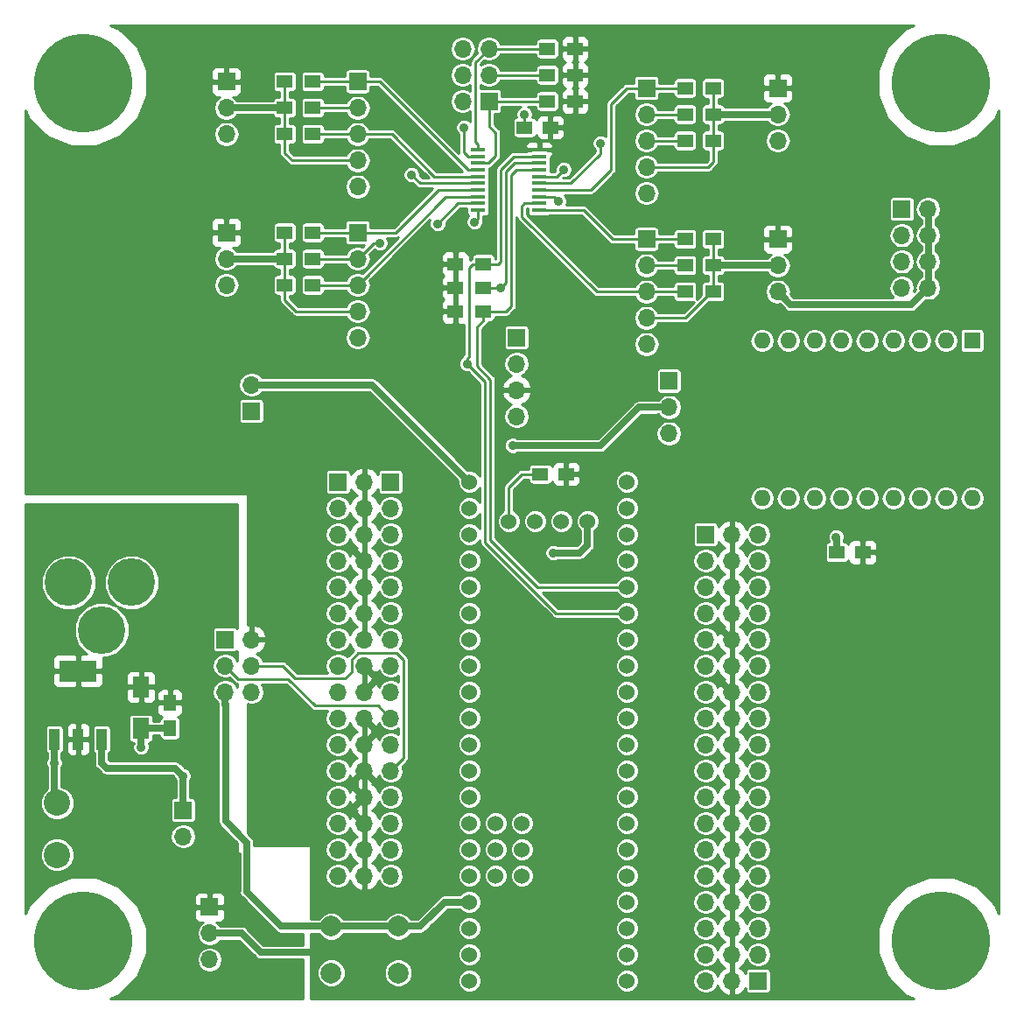
<source format=gbr>
G04 #@! TF.GenerationSoftware,KiCad,Pcbnew,(5.0.2)-1*
G04 #@! TF.CreationDate,2020-02-24T16:12:05-05:00*
G04 #@! TF.ProjectId,Blue-Pill-Board,426c7565-2d50-4696-9c6c-2d426f617264,2*
G04 #@! TF.SameCoordinates,Original*
G04 #@! TF.FileFunction,Copper,L1,Top*
G04 #@! TF.FilePolarity,Positive*
%FSLAX46Y46*%
G04 Gerber Fmt 4.6, Leading zero omitted, Abs format (unit mm)*
G04 Created by KiCad (PCBNEW (5.0.2)-1) date 2/24/2020 4:12:05 PM*
%MOMM*%
%LPD*%
G01*
G04 APERTURE LIST*
G04 #@! TA.AperFunction,ComponentPad*
%ADD10O,1.700000X1.700000*%
G04 #@! TD*
G04 #@! TA.AperFunction,ComponentPad*
%ADD11R,1.700000X1.700000*%
G04 #@! TD*
G04 #@! TA.AperFunction,SMDPad,CuDef*
%ADD12R,1.500000X1.250000*%
G04 #@! TD*
G04 #@! TA.AperFunction,SMDPad,CuDef*
%ADD13R,1.600000X2.000000*%
G04 #@! TD*
G04 #@! TA.AperFunction,ComponentPad*
%ADD14C,9.525000*%
G04 #@! TD*
G04 #@! TA.AperFunction,ComponentPad*
%ADD15C,4.600000*%
G04 #@! TD*
G04 #@! TA.AperFunction,ComponentPad*
%ADD16C,1.524000*%
G04 #@! TD*
G04 #@! TA.AperFunction,ComponentPad*
%ADD17C,2.540000*%
G04 #@! TD*
G04 #@! TA.AperFunction,SMDPad,CuDef*
%ADD18R,3.657600X2.032000*%
G04 #@! TD*
G04 #@! TA.AperFunction,SMDPad,CuDef*
%ADD19R,1.016000X2.032000*%
G04 #@! TD*
G04 #@! TA.AperFunction,SMDPad,CuDef*
%ADD20R,1.500000X1.300000*%
G04 #@! TD*
G04 #@! TA.AperFunction,SMDPad,CuDef*
%ADD21R,1.450000X0.450000*%
G04 #@! TD*
G04 #@! TA.AperFunction,ComponentPad*
%ADD22C,2.000000*%
G04 #@! TD*
G04 #@! TA.AperFunction,SMDPad,CuDef*
%ADD23R,1.250000X1.500000*%
G04 #@! TD*
G04 #@! TA.AperFunction,ComponentPad*
%ADD24R,1.600000X1.600000*%
G04 #@! TD*
G04 #@! TA.AperFunction,ComponentPad*
%ADD25O,1.600000X1.600000*%
G04 #@! TD*
G04 #@! TA.AperFunction,ViaPad*
%ADD26C,0.889000*%
G04 #@! TD*
G04 #@! TA.AperFunction,Conductor*
%ADD27C,0.635000*%
G04 #@! TD*
G04 #@! TA.AperFunction,Conductor*
%ADD28C,0.254000*%
G04 #@! TD*
G04 APERTURE END LIST*
D10*
G04 #@! TO.P,H8,3*
G04 #@! TO.N,Net-(H8-Pad3)*
X72644000Y-49911000D03*
G04 #@! TO.P,H8,2*
G04 #@! TO.N,+5V*
X72644000Y-47371000D03*
D11*
G04 #@! TO.P,H8,1*
G04 #@! TO.N,/USB5V*
X72644000Y-44831000D03*
G04 #@! TD*
D12*
G04 #@! TO.P,C6,2*
G04 #@! TO.N,GND*
X88894600Y-61417200D03*
G04 #@! TO.P,C6,1*
G04 #@! TO.N,+3V3*
X91394600Y-61417200D03*
G04 #@! TD*
D11*
G04 #@! TO.P,P1,1*
G04 #@! TO.N,GND*
X95173800Y-28219400D03*
D10*
G04 #@! TO.P,P1,2*
G04 #@! TO.N,+5V*
X97713800Y-28219400D03*
G04 #@! TO.P,P1,3*
G04 #@! TO.N,GND*
X95173800Y-30759400D03*
G04 #@! TO.P,P1,4*
G04 #@! TO.N,+5V*
X97713800Y-30759400D03*
G04 #@! TO.P,P1,5*
G04 #@! TO.N,GND*
X95173800Y-33299400D03*
G04 #@! TO.P,P1,6*
G04 #@! TO.N,+5V*
X97713800Y-33299400D03*
G04 #@! TO.P,P1,7*
G04 #@! TO.N,GND*
X95173800Y-35839400D03*
G04 #@! TO.P,P1,8*
G04 #@! TO.N,+5V*
X97713800Y-35839400D03*
G04 #@! TD*
D13*
G04 #@! TO.P,C3,2*
G04 #@! TO.N,GND*
X21590000Y-78454000D03*
G04 #@! TO.P,C3,1*
G04 #@! TO.N,/VO3*
X21590000Y-74454000D03*
G04 #@! TD*
D14*
G04 #@! TO.P,MTG1,1*
G04 #@! TO.N,N/C*
X16000000Y-16000000D03*
G04 #@! TD*
G04 #@! TO.P,MTG2,1*
G04 #@! TO.N,N/C*
X99000000Y-16000000D03*
G04 #@! TD*
G04 #@! TO.P,MTG3,1*
G04 #@! TO.N,N/C*
X16000000Y-99000000D03*
G04 #@! TD*
G04 #@! TO.P,MTG4,1*
G04 #@! TO.N,N/C*
X99000000Y-99000000D03*
G04 #@! TD*
D15*
G04 #@! TO.P,J1,2*
G04 #@! TO.N,GND*
X14579600Y-64338200D03*
G04 #@! TO.P,J1,1*
G04 #@! TO.N,/DCIN*
X20679600Y-64338200D03*
G04 #@! TO.P,J1,3*
G04 #@! TO.N,GND*
X17779600Y-68938200D03*
G04 #@! TD*
D16*
G04 #@! TO.P,U1,PB12*
G04 #@! TO.N,/PB12*
X68580000Y-102870000D03*
G04 #@! TO.P,U1,PB13*
G04 #@! TO.N,/PB13*
X68580000Y-100330000D03*
G04 #@! TO.P,U1,PB14*
G04 #@! TO.N,/PB14*
X68580000Y-97790000D03*
G04 #@! TO.P,U1,PB15*
G04 #@! TO.N,/PB15*
X68580000Y-95250000D03*
G04 #@! TO.P,U1,PA8*
G04 #@! TO.N,/PA8*
X68580000Y-92710000D03*
G04 #@! TO.P,U1,PA9*
G04 #@! TO.N,/STM_TX*
X68580000Y-90170000D03*
G04 #@! TO.P,U1,PA10*
G04 #@! TO.N,/STM_RX*
X68580000Y-87630000D03*
G04 #@! TO.P,U1,PA11*
G04 #@! TO.N,/PA11*
X68580000Y-85090000D03*
G04 #@! TO.P,U1,PA12*
G04 #@! TO.N,/PA12*
X68580000Y-82550000D03*
G04 #@! TO.P,U1,PA15*
G04 #@! TO.N,/PA15*
X68580000Y-80010000D03*
G04 #@! TO.P,U1,PB3*
G04 #@! TO.N,/PB3*
X68580000Y-77470000D03*
G04 #@! TO.P,U1,PB4*
G04 #@! TO.N,/PB4*
X68580000Y-74930000D03*
G04 #@! TO.P,U1,PB5*
G04 #@! TO.N,/PB5*
X68580000Y-72390000D03*
G04 #@! TO.P,U1,PB6*
G04 #@! TO.N,/STM_SCL*
X68580000Y-69850000D03*
G04 #@! TO.P,U1,PB7*
G04 #@! TO.N,/STM_SDA*
X68580000Y-67310000D03*
G04 #@! TO.P,U1,PB8*
G04 #@! TO.N,/STM_INT*
X68580000Y-64770000D03*
G04 #@! TO.P,U1,PB9*
G04 #@! TO.N,/PB9*
X68580000Y-62230000D03*
G04 #@! TO.P,U1,G*
G04 #@! TO.N,GND*
X68580000Y-57150000D03*
G04 #@! TO.P,U1,3V3*
G04 #@! TO.N,Net-(H1-Pad3)*
X68580000Y-54610000D03*
G04 #@! TO.P,U1,VBAT*
G04 #@! TO.N,/VBAT*
X53340000Y-54610000D03*
G04 #@! TO.P,U1,PC13*
G04 #@! TO.N,/PC13*
X53340000Y-57150000D03*
G04 #@! TO.P,U1,PC14*
G04 #@! TO.N,/PC14*
X53340000Y-59690000D03*
G04 #@! TO.P,U1,PC15*
G04 #@! TO.N,/PC15*
X53340000Y-62230000D03*
G04 #@! TO.P,U1,PA0*
G04 #@! TO.N,/PA0*
X53340000Y-64770000D03*
G04 #@! TO.P,U1,PA1*
G04 #@! TO.N,/PA1*
X53340000Y-67310000D03*
G04 #@! TO.P,U1,PA2*
G04 #@! TO.N,/PA2*
X53340000Y-69850000D03*
G04 #@! TO.P,U1,PA3*
G04 #@! TO.N,/PA3*
X53340000Y-72390000D03*
G04 #@! TO.P,U1,PA4*
G04 #@! TO.N,/PA4*
X53340000Y-74930000D03*
G04 #@! TO.P,U1,PA5*
G04 #@! TO.N,/PA5*
X53340000Y-77470000D03*
G04 #@! TO.P,U1,PA6*
G04 #@! TO.N,/PA6*
X53340000Y-80010000D03*
G04 #@! TO.P,U1,PA7*
G04 #@! TO.N,/PA7*
X53340000Y-82550000D03*
G04 #@! TO.P,U1,PB0*
G04 #@! TO.N,/PB0*
X53340000Y-85090000D03*
G04 #@! TO.P,U1,PB1*
G04 #@! TO.N,/PB1*
X53340000Y-87630000D03*
G04 #@! TO.P,U1,PB10*
G04 #@! TO.N,/PB10*
X53340000Y-90170000D03*
G04 #@! TO.P,U1,PB11*
G04 #@! TO.N,/PB11*
X53340000Y-92710000D03*
G04 #@! TO.P,U1,NRST*
G04 #@! TO.N,/RES*
X53340000Y-95250000D03*
G04 #@! TO.P,U1,3V3*
G04 #@! TO.N,Net-(H1-Pad3)*
X53340000Y-97790000D03*
G04 #@! TO.P,U1,G*
G04 #@! TO.N,GND*
X53340000Y-100330000D03*
X53340000Y-102870000D03*
G04 #@! TO.P,U1,3V3*
G04 #@! TO.N,Net-(H1-Pad3)*
X64770000Y-58420000D03*
G04 #@! TO.P,U1,PA13*
G04 #@! TO.N,N/C*
X62230000Y-58420000D03*
G04 #@! TO.P,U1,PA14*
X59690000Y-58420000D03*
G04 #@! TO.P,U1,G*
G04 #@! TO.N,GND*
X57150000Y-58420000D03*
X55880000Y-92710000D03*
G04 #@! TO.P,U1,BOOT*
G04 #@! TO.N,Net-(U1-PadBOOT)*
X55880000Y-90170000D03*
G04 #@! TO.P,U1,3V3*
G04 #@! TO.N,Net-(H1-Pad3)*
X55880000Y-87630000D03*
G04 #@! TO.P,U1,G*
G04 #@! TO.N,GND*
X58420000Y-92710000D03*
G04 #@! TO.P,U1,PB2*
G04 #@! TO.N,Net-(U1-PadPB2)*
X58420000Y-90170000D03*
G04 #@! TO.P,U1,3V3*
G04 #@! TO.N,Net-(H1-Pad3)*
X58420000Y-87630000D03*
G04 #@! TO.P,U1,5V*
G04 #@! TO.N,/USB5V*
X68580000Y-59690000D03*
G04 #@! TD*
D17*
G04 #@! TO.P,J4,1*
G04 #@! TO.N,/DCIN*
X13462000Y-90678000D03*
G04 #@! TO.P,J4,2*
G04 #@! TO.N,GND*
X13462000Y-85678000D03*
G04 #@! TD*
D18*
G04 #@! TO.P,U2,4*
G04 #@! TO.N,/VO3*
X15494000Y-72898000D03*
D19*
G04 #@! TO.P,U2,2*
X15494000Y-79502000D03*
G04 #@! TO.P,U2,3*
G04 #@! TO.N,+5V*
X17780000Y-79502000D03*
G04 #@! TO.P,U2,1*
G04 #@! TO.N,GND*
X13208000Y-79502000D03*
G04 #@! TD*
D11*
G04 #@! TO.P,H9,1*
G04 #@! TO.N,/A2*
X55245000Y-17780000D03*
D10*
G04 #@! TO.P,H9,2*
G04 #@! TO.N,GND*
X52705000Y-17780000D03*
G04 #@! TO.P,H9,3*
G04 #@! TO.N,/A1*
X55245000Y-15240000D03*
G04 #@! TO.P,H9,4*
G04 #@! TO.N,GND*
X52705000Y-15240000D03*
G04 #@! TO.P,H9,5*
G04 #@! TO.N,/A0*
X55245000Y-12700000D03*
G04 #@! TO.P,H9,6*
G04 #@! TO.N,GND*
X52705000Y-12700000D03*
G04 #@! TD*
D11*
G04 #@! TO.P,P11,1*
G04 #@! TO.N,GND*
X40640000Y-54610000D03*
D10*
G04 #@! TO.P,P11,2*
G04 #@! TO.N,+3V3*
X43180000Y-54610000D03*
G04 #@! TO.P,P11,3*
G04 #@! TO.N,GND*
X40640000Y-57150000D03*
G04 #@! TO.P,P11,4*
G04 #@! TO.N,+3V3*
X43180000Y-57150000D03*
G04 #@! TO.P,P11,5*
G04 #@! TO.N,GND*
X40640000Y-59690000D03*
G04 #@! TO.P,P11,6*
G04 #@! TO.N,+3V3*
X43180000Y-59690000D03*
G04 #@! TO.P,P11,7*
G04 #@! TO.N,GND*
X40640000Y-62230000D03*
G04 #@! TO.P,P11,8*
G04 #@! TO.N,+3V3*
X43180000Y-62230000D03*
G04 #@! TO.P,P11,9*
G04 #@! TO.N,GND*
X40640000Y-64770000D03*
G04 #@! TO.P,P11,10*
G04 #@! TO.N,+3V3*
X43180000Y-64770000D03*
G04 #@! TO.P,P11,11*
G04 #@! TO.N,GND*
X40640000Y-67310000D03*
G04 #@! TO.P,P11,12*
G04 #@! TO.N,+3V3*
X43180000Y-67310000D03*
G04 #@! TO.P,P11,13*
G04 #@! TO.N,GND*
X40640000Y-69850000D03*
G04 #@! TO.P,P11,14*
G04 #@! TO.N,+3V3*
X43180000Y-69850000D03*
G04 #@! TO.P,P11,15*
G04 #@! TO.N,GND*
X40640000Y-72390000D03*
G04 #@! TO.P,P11,16*
G04 #@! TO.N,+3V3*
X43180000Y-72390000D03*
G04 #@! TO.P,P11,17*
G04 #@! TO.N,GND*
X40640000Y-74930000D03*
G04 #@! TO.P,P11,18*
G04 #@! TO.N,+3V3*
X43180000Y-74930000D03*
G04 #@! TO.P,P11,19*
G04 #@! TO.N,GND*
X40640000Y-77470000D03*
G04 #@! TO.P,P11,20*
G04 #@! TO.N,+3V3*
X43180000Y-77470000D03*
G04 #@! TO.P,P11,21*
G04 #@! TO.N,GND*
X40640000Y-80010000D03*
G04 #@! TO.P,P11,22*
G04 #@! TO.N,+3V3*
X43180000Y-80010000D03*
G04 #@! TO.P,P11,23*
G04 #@! TO.N,GND*
X40640000Y-82550000D03*
G04 #@! TO.P,P11,24*
G04 #@! TO.N,+3V3*
X43180000Y-82550000D03*
G04 #@! TO.P,P11,25*
G04 #@! TO.N,GND*
X40640000Y-85090000D03*
G04 #@! TO.P,P11,26*
G04 #@! TO.N,+3V3*
X43180000Y-85090000D03*
G04 #@! TO.P,P11,27*
G04 #@! TO.N,GND*
X40640000Y-87630000D03*
G04 #@! TO.P,P11,28*
G04 #@! TO.N,+3V3*
X43180000Y-87630000D03*
G04 #@! TO.P,P11,29*
G04 #@! TO.N,GND*
X40640000Y-90170000D03*
G04 #@! TO.P,P11,30*
G04 #@! TO.N,+3V3*
X43180000Y-90170000D03*
G04 #@! TO.P,P11,31*
G04 #@! TO.N,GND*
X40640000Y-92710000D03*
G04 #@! TO.P,P11,32*
G04 #@! TO.N,+3V3*
X43180000Y-92710000D03*
G04 #@! TD*
D11*
G04 #@! TO.P,P12,1*
G04 #@! TO.N,Net-(P12-Pad1)*
X45720000Y-54610000D03*
D10*
G04 #@! TO.P,P12,2*
G04 #@! TO.N,/PC13*
X45720000Y-57150000D03*
G04 #@! TO.P,P12,3*
G04 #@! TO.N,/PC14*
X45720000Y-59690000D03*
G04 #@! TO.P,P12,4*
G04 #@! TO.N,/PC15*
X45720000Y-62230000D03*
G04 #@! TO.P,P12,5*
G04 #@! TO.N,/PA0*
X45720000Y-64770000D03*
G04 #@! TO.P,P12,6*
G04 #@! TO.N,/PA1*
X45720000Y-67310000D03*
G04 #@! TO.P,P12,7*
G04 #@! TO.N,/PA2*
X45720000Y-69850000D03*
G04 #@! TO.P,P12,8*
G04 #@! TO.N,/PA3*
X45720000Y-72390000D03*
G04 #@! TO.P,P12,9*
G04 #@! TO.N,/PA4*
X45720000Y-74930000D03*
G04 #@! TO.P,P12,10*
G04 #@! TO.N,/PA5*
X45720000Y-77470000D03*
G04 #@! TO.P,P12,11*
G04 #@! TO.N,/PA6*
X45720000Y-80010000D03*
G04 #@! TO.P,P12,12*
G04 #@! TO.N,/PA7*
X45720000Y-82550000D03*
G04 #@! TO.P,P12,13*
G04 #@! TO.N,/PB0*
X45720000Y-85090000D03*
G04 #@! TO.P,P12,14*
G04 #@! TO.N,/PB1*
X45720000Y-87630000D03*
G04 #@! TO.P,P12,15*
G04 #@! TO.N,/PB10*
X45720000Y-90170000D03*
G04 #@! TO.P,P12,16*
G04 #@! TO.N,/PB11*
X45720000Y-92710000D03*
G04 #@! TD*
D11*
G04 #@! TO.P,P14,1*
G04 #@! TO.N,GND*
X81280000Y-102870000D03*
D10*
G04 #@! TO.P,P14,2*
G04 #@! TO.N,+3V3*
X78740000Y-102870000D03*
G04 #@! TO.P,P14,3*
G04 #@! TO.N,GND*
X81280000Y-100330000D03*
G04 #@! TO.P,P14,4*
G04 #@! TO.N,+3V3*
X78740000Y-100330000D03*
G04 #@! TO.P,P14,5*
G04 #@! TO.N,GND*
X81280000Y-97790000D03*
G04 #@! TO.P,P14,6*
G04 #@! TO.N,+3V3*
X78740000Y-97790000D03*
G04 #@! TO.P,P14,7*
G04 #@! TO.N,GND*
X81280000Y-95250000D03*
G04 #@! TO.P,P14,8*
G04 #@! TO.N,+3V3*
X78740000Y-95250000D03*
G04 #@! TO.P,P14,9*
G04 #@! TO.N,GND*
X81280000Y-92710000D03*
G04 #@! TO.P,P14,10*
G04 #@! TO.N,+3V3*
X78740000Y-92710000D03*
G04 #@! TO.P,P14,11*
G04 #@! TO.N,GND*
X81280000Y-90170000D03*
G04 #@! TO.P,P14,12*
G04 #@! TO.N,+3V3*
X78740000Y-90170000D03*
G04 #@! TO.P,P14,13*
G04 #@! TO.N,GND*
X81280000Y-87630000D03*
G04 #@! TO.P,P14,14*
G04 #@! TO.N,+3V3*
X78740000Y-87630000D03*
G04 #@! TO.P,P14,15*
G04 #@! TO.N,GND*
X81280000Y-85090000D03*
G04 #@! TO.P,P14,16*
G04 #@! TO.N,+3V3*
X78740000Y-85090000D03*
G04 #@! TO.P,P14,17*
G04 #@! TO.N,GND*
X81280000Y-82550000D03*
G04 #@! TO.P,P14,18*
G04 #@! TO.N,+3V3*
X78740000Y-82550000D03*
G04 #@! TO.P,P14,19*
G04 #@! TO.N,GND*
X81280000Y-80010000D03*
G04 #@! TO.P,P14,20*
G04 #@! TO.N,+3V3*
X78740000Y-80010000D03*
G04 #@! TO.P,P14,21*
G04 #@! TO.N,GND*
X81280000Y-77470000D03*
G04 #@! TO.P,P14,22*
G04 #@! TO.N,+3V3*
X78740000Y-77470000D03*
G04 #@! TO.P,P14,23*
G04 #@! TO.N,GND*
X81280000Y-74930000D03*
G04 #@! TO.P,P14,24*
G04 #@! TO.N,+3V3*
X78740000Y-74930000D03*
G04 #@! TO.P,P14,25*
G04 #@! TO.N,GND*
X81280000Y-72390000D03*
G04 #@! TO.P,P14,26*
G04 #@! TO.N,+3V3*
X78740000Y-72390000D03*
G04 #@! TO.P,P14,27*
G04 #@! TO.N,GND*
X81280000Y-69850000D03*
G04 #@! TO.P,P14,28*
G04 #@! TO.N,+3V3*
X78740000Y-69850000D03*
G04 #@! TO.P,P14,29*
G04 #@! TO.N,GND*
X81280000Y-67310000D03*
G04 #@! TO.P,P14,30*
G04 #@! TO.N,+3V3*
X78740000Y-67310000D03*
G04 #@! TO.P,P14,31*
G04 #@! TO.N,GND*
X81280000Y-64770000D03*
G04 #@! TO.P,P14,32*
G04 #@! TO.N,+3V3*
X78740000Y-64770000D03*
G04 #@! TO.P,P14,33*
G04 #@! TO.N,GND*
X81280000Y-62230000D03*
G04 #@! TO.P,P14,34*
G04 #@! TO.N,+3V3*
X78740000Y-62230000D03*
G04 #@! TO.P,P14,35*
G04 #@! TO.N,GND*
X81280000Y-59690000D03*
G04 #@! TO.P,P14,36*
G04 #@! TO.N,+3V3*
X78740000Y-59690000D03*
G04 #@! TD*
D20*
G04 #@! TO.P,R1,1*
G04 #@! TO.N,+3V3*
X51990000Y-38100000D03*
G04 #@! TO.P,R1,2*
G04 #@! TO.N,/STM_INT*
X54690000Y-38100000D03*
G04 #@! TD*
G04 #@! TO.P,R2,1*
G04 #@! TO.N,+3V3*
X51990000Y-35814000D03*
G04 #@! TO.P,R2,2*
G04 #@! TO.N,/STM_SCL*
X54690000Y-35814000D03*
G04 #@! TD*
G04 #@! TO.P,R3,1*
G04 #@! TO.N,+3V3*
X51990000Y-33528000D03*
G04 #@! TO.P,R3,2*
G04 #@! TO.N,/STM_SDA*
X54690000Y-33528000D03*
G04 #@! TD*
G04 #@! TO.P,R4,1*
G04 #@! TO.N,Net-(H3-Pad2)*
X35480000Y-15875000D03*
G04 #@! TO.P,R4,2*
G04 #@! TO.N,/INT0*
X38180000Y-15875000D03*
G04 #@! TD*
G04 #@! TO.P,R5,1*
G04 #@! TO.N,Net-(H3-Pad2)*
X35480000Y-18415000D03*
G04 #@! TO.P,R5,2*
G04 #@! TO.N,/SC0*
X38180000Y-18415000D03*
G04 #@! TD*
G04 #@! TO.P,R6,1*
G04 #@! TO.N,Net-(H3-Pad2)*
X35480000Y-20955000D03*
G04 #@! TO.P,R6,2*
G04 #@! TO.N,/SD0*
X38180000Y-20955000D03*
G04 #@! TD*
G04 #@! TO.P,R7,1*
G04 #@! TO.N,Net-(H4-Pad2)*
X35480000Y-30480000D03*
G04 #@! TO.P,R7,2*
G04 #@! TO.N,/INT1*
X38180000Y-30480000D03*
G04 #@! TD*
G04 #@! TO.P,R8,1*
G04 #@! TO.N,Net-(H4-Pad2)*
X35480000Y-33020000D03*
G04 #@! TO.P,R8,2*
G04 #@! TO.N,/SC1*
X38180000Y-33020000D03*
G04 #@! TD*
G04 #@! TO.P,R9,1*
G04 #@! TO.N,Net-(H4-Pad2)*
X35480000Y-35560000D03*
G04 #@! TO.P,R9,2*
G04 #@! TO.N,/SD1*
X38180000Y-35560000D03*
G04 #@! TD*
G04 #@! TO.P,R10,1*
G04 #@! TO.N,Net-(H6-Pad2)*
X76915000Y-31115000D03*
G04 #@! TO.P,R10,2*
G04 #@! TO.N,/INT2*
X74215000Y-31115000D03*
G04 #@! TD*
G04 #@! TO.P,R11,1*
G04 #@! TO.N,Net-(H6-Pad2)*
X76915000Y-33655000D03*
G04 #@! TO.P,R11,2*
G04 #@! TO.N,/SC2*
X74215000Y-33655000D03*
G04 #@! TD*
G04 #@! TO.P,R12,1*
G04 #@! TO.N,Net-(H6-Pad2)*
X76915000Y-36195000D03*
G04 #@! TO.P,R12,2*
G04 #@! TO.N,/SD2*
X74215000Y-36195000D03*
G04 #@! TD*
G04 #@! TO.P,R13,1*
G04 #@! TO.N,Net-(H5-Pad2)*
X76915000Y-16510000D03*
G04 #@! TO.P,R13,2*
G04 #@! TO.N,/INT3*
X74215000Y-16510000D03*
G04 #@! TD*
G04 #@! TO.P,R14,1*
G04 #@! TO.N,Net-(H5-Pad2)*
X76915000Y-19050000D03*
G04 #@! TO.P,R14,2*
G04 #@! TO.N,/SC3*
X74215000Y-19050000D03*
G04 #@! TD*
G04 #@! TO.P,R15,1*
G04 #@! TO.N,Net-(H5-Pad2)*
X76915000Y-21590000D03*
G04 #@! TO.P,R15,2*
G04 #@! TO.N,/SD3*
X74215000Y-21590000D03*
G04 #@! TD*
G04 #@! TO.P,R16,1*
G04 #@! TO.N,+3V3*
X63580000Y-12700000D03*
G04 #@! TO.P,R16,2*
G04 #@! TO.N,/A0*
X60880000Y-12700000D03*
G04 #@! TD*
G04 #@! TO.P,R17,1*
G04 #@! TO.N,+3V3*
X63580000Y-15240000D03*
G04 #@! TO.P,R17,2*
G04 #@! TO.N,/A1*
X60880000Y-15240000D03*
G04 #@! TD*
G04 #@! TO.P,R18,1*
G04 #@! TO.N,+3V3*
X63580000Y-17780000D03*
G04 #@! TO.P,R18,2*
G04 #@! TO.N,/A2*
X60880000Y-17780000D03*
G04 #@! TD*
D11*
G04 #@! TO.P,P13,1*
G04 #@! TO.N,Net-(P13-Pad1)*
X76200000Y-59690000D03*
D10*
G04 #@! TO.P,P13,2*
G04 #@! TO.N,/PB9*
X76200000Y-62230000D03*
G04 #@! TO.P,P13,3*
G04 #@! TO.N,/STM_INT*
X76200000Y-64770000D03*
G04 #@! TO.P,P13,4*
G04 #@! TO.N,/STM_SDA*
X76200000Y-67310000D03*
G04 #@! TO.P,P13,5*
G04 #@! TO.N,/STM_SCL*
X76200000Y-69850000D03*
G04 #@! TO.P,P13,6*
G04 #@! TO.N,/PB5*
X76200000Y-72390000D03*
G04 #@! TO.P,P13,7*
G04 #@! TO.N,/PB4*
X76200000Y-74930000D03*
G04 #@! TO.P,P13,8*
G04 #@! TO.N,/PB3*
X76200000Y-77470000D03*
G04 #@! TO.P,P13,9*
G04 #@! TO.N,/PA15*
X76200000Y-80010000D03*
G04 #@! TO.P,P13,10*
G04 #@! TO.N,/PA12*
X76200000Y-82550000D03*
G04 #@! TO.P,P13,11*
G04 #@! TO.N,/PA11*
X76200000Y-85090000D03*
G04 #@! TO.P,P13,12*
G04 #@! TO.N,/STM_RX*
X76200000Y-87630000D03*
G04 #@! TO.P,P13,13*
G04 #@! TO.N,/STM_TX*
X76200000Y-90170000D03*
G04 #@! TO.P,P13,14*
G04 #@! TO.N,/PA8*
X76200000Y-92710000D03*
G04 #@! TO.P,P13,15*
G04 #@! TO.N,/PB15*
X76200000Y-95250000D03*
G04 #@! TO.P,P13,16*
G04 #@! TO.N,/PB14*
X76200000Y-97790000D03*
G04 #@! TO.P,P13,17*
G04 #@! TO.N,/PB13*
X76200000Y-100330000D03*
G04 #@! TO.P,P13,18*
G04 #@! TO.N,/PB12*
X76200000Y-102870000D03*
G04 #@! TD*
D11*
G04 #@! TO.P,H3,1*
G04 #@! TO.N,+3V3*
X29845000Y-15875000D03*
D10*
G04 #@! TO.P,H3,2*
G04 #@! TO.N,Net-(H3-Pad2)*
X29845000Y-18415000D03*
G04 #@! TO.P,H3,3*
G04 #@! TO.N,+5V*
X29845000Y-20955000D03*
G04 #@! TD*
G04 #@! TO.P,H5,3*
G04 #@! TO.N,+5V*
X83185000Y-21590000D03*
G04 #@! TO.P,H5,2*
G04 #@! TO.N,Net-(H5-Pad2)*
X83185000Y-19050000D03*
D11*
G04 #@! TO.P,H5,1*
G04 #@! TO.N,+3V3*
X83185000Y-16510000D03*
G04 #@! TD*
D10*
G04 #@! TO.P,H4,3*
G04 #@! TO.N,+5V*
X29845000Y-35560000D03*
G04 #@! TO.P,H4,2*
G04 #@! TO.N,Net-(H4-Pad2)*
X29845000Y-33020000D03*
D11*
G04 #@! TO.P,H4,1*
G04 #@! TO.N,+3V3*
X29845000Y-30480000D03*
G04 #@! TD*
G04 #@! TO.P,H6,1*
G04 #@! TO.N,+3V3*
X83185000Y-31115000D03*
D10*
G04 #@! TO.P,H6,2*
G04 #@! TO.N,Net-(H6-Pad2)*
X83185000Y-33655000D03*
G04 #@! TO.P,H6,3*
G04 #@! TO.N,+5V*
X83185000Y-36195000D03*
G04 #@! TD*
D21*
G04 #@! TO.P,U3,20*
G04 #@! TO.N,+3V3*
X60100000Y-22475000D03*
G04 #@! TO.P,U3,19*
G04 #@! TO.N,/STM_SDA*
X60100000Y-23125000D03*
G04 #@! TO.P,U3,18*
G04 #@! TO.N,/STM_SCL*
X60100000Y-23775000D03*
G04 #@! TO.P,U3,17*
G04 #@! TO.N,/STM_INT*
X60100000Y-24425000D03*
G04 #@! TO.P,U3,16*
G04 #@! TO.N,/SC3*
X60100000Y-25075000D03*
G04 #@! TO.P,U3,15*
G04 #@! TO.N,/SD3*
X60100000Y-25725000D03*
G04 #@! TO.P,U3,14*
G04 #@! TO.N,/INT3*
X60100000Y-26375000D03*
G04 #@! TO.P,U3,13*
G04 #@! TO.N,/SC2*
X60100000Y-27025000D03*
G04 #@! TO.P,U3,12*
G04 #@! TO.N,/SD2*
X60100000Y-27675000D03*
G04 #@! TO.P,U3,11*
G04 #@! TO.N,/INT2*
X60100000Y-28325000D03*
G04 #@! TO.P,U3,10*
G04 #@! TO.N,GND*
X54200000Y-28325000D03*
G04 #@! TO.P,U3,9*
G04 #@! TO.N,/SC1*
X54200000Y-27675000D03*
G04 #@! TO.P,U3,8*
G04 #@! TO.N,/SD1*
X54200000Y-27025000D03*
G04 #@! TO.P,U3,7*
G04 #@! TO.N,/INT1*
X54200000Y-26375000D03*
G04 #@! TO.P,U3,6*
G04 #@! TO.N,/SC0*
X54200000Y-25725000D03*
G04 #@! TO.P,U3,5*
G04 #@! TO.N,/SD0*
X54200000Y-25075000D03*
G04 #@! TO.P,U3,4*
G04 #@! TO.N,/INT0*
X54200000Y-24425000D03*
G04 #@! TO.P,U3,3*
G04 #@! TO.N,/A2*
X54200000Y-23775000D03*
G04 #@! TO.P,U3,2*
G04 #@! TO.N,/A1*
X54200000Y-23125000D03*
G04 #@! TO.P,U3,1*
G04 #@! TO.N,/A0*
X54200000Y-22475000D03*
G04 #@! TD*
D11*
G04 #@! TO.P,P4,1*
G04 #@! TO.N,/INT0*
X42545000Y-15875000D03*
D10*
G04 #@! TO.P,P4,2*
G04 #@! TO.N,/SC0*
X42545000Y-18415000D03*
G04 #@! TO.P,P4,3*
G04 #@! TO.N,/SD0*
X42545000Y-20955000D03*
G04 #@! TO.P,P4,4*
G04 #@! TO.N,Net-(H3-Pad2)*
X42545000Y-23495000D03*
G04 #@! TO.P,P4,5*
G04 #@! TO.N,GND*
X42545000Y-26035000D03*
G04 #@! TD*
G04 #@! TO.P,P5,5*
G04 #@! TO.N,GND*
X42545000Y-40640000D03*
G04 #@! TO.P,P5,4*
G04 #@! TO.N,Net-(H4-Pad2)*
X42545000Y-38100000D03*
G04 #@! TO.P,P5,3*
G04 #@! TO.N,/SD1*
X42545000Y-35560000D03*
G04 #@! TO.P,P5,2*
G04 #@! TO.N,/SC1*
X42545000Y-33020000D03*
D11*
G04 #@! TO.P,P5,1*
G04 #@! TO.N,/INT1*
X42545000Y-30480000D03*
G04 #@! TD*
G04 #@! TO.P,P7,1*
G04 #@! TO.N,/INT2*
X70485000Y-31115000D03*
D10*
G04 #@! TO.P,P7,2*
G04 #@! TO.N,/SC2*
X70485000Y-33655000D03*
G04 #@! TO.P,P7,3*
G04 #@! TO.N,/SD2*
X70485000Y-36195000D03*
G04 #@! TO.P,P7,4*
G04 #@! TO.N,Net-(H6-Pad2)*
X70485000Y-38735000D03*
G04 #@! TO.P,P7,5*
G04 #@! TO.N,GND*
X70485000Y-41275000D03*
G04 #@! TD*
G04 #@! TO.P,P6,5*
G04 #@! TO.N,GND*
X70485000Y-26670000D03*
G04 #@! TO.P,P6,4*
G04 #@! TO.N,Net-(H5-Pad2)*
X70485000Y-24130000D03*
G04 #@! TO.P,P6,3*
G04 #@! TO.N,/SD3*
X70485000Y-21590000D03*
G04 #@! TO.P,P6,2*
G04 #@! TO.N,/SC3*
X70485000Y-19050000D03*
D11*
G04 #@! TO.P,P6,1*
G04 #@! TO.N,/INT3*
X70485000Y-16510000D03*
G04 #@! TD*
D10*
G04 #@! TO.P,J7,4*
G04 #@! TO.N,GND*
X57912000Y-48260000D03*
G04 #@! TO.P,J7,3*
G04 #@! TO.N,+3V3*
X57912000Y-45720000D03*
G04 #@! TO.P,J7,2*
G04 #@! TO.N,/STM_SDA*
X57912000Y-43180000D03*
D11*
G04 #@! TO.P,J7,1*
G04 #@! TO.N,/STM_SCL*
X57912000Y-40640000D03*
G04 #@! TD*
D22*
G04 #@! TO.P,SW1,2*
G04 #@! TO.N,/RES*
X46482000Y-97608000D03*
G04 #@! TO.P,SW1,1*
G04 #@! TO.N,GND*
X46482000Y-102108000D03*
G04 #@! TO.P,SW1,2*
G04 #@! TO.N,/RES*
X39982000Y-97608000D03*
G04 #@! TO.P,SW1,1*
G04 #@! TO.N,GND*
X39982000Y-102108000D03*
G04 #@! TD*
D23*
G04 #@! TO.P,C2,2*
G04 #@! TO.N,GND*
X24384000Y-78466000D03*
G04 #@! TO.P,C2,1*
G04 #@! TO.N,/VO3*
X24384000Y-75966000D03*
G04 #@! TD*
D12*
G04 #@! TO.P,C4,2*
G04 #@! TO.N,GND*
X60218000Y-53848000D03*
G04 #@! TO.P,C4,1*
G04 #@! TO.N,+3V3*
X62718000Y-53848000D03*
G04 #@! TD*
G04 #@! TO.P,C5,1*
G04 #@! TO.N,+3V3*
X61194000Y-20320000D03*
G04 #@! TO.P,C5,2*
G04 #@! TO.N,GND*
X58694000Y-20320000D03*
G04 #@! TD*
D10*
G04 #@! TO.P,P2,2*
G04 #@! TO.N,/VBAT*
X32258000Y-45212000D03*
D11*
G04 #@! TO.P,P2,1*
G04 #@! TO.N,GND*
X32258000Y-47752000D03*
G04 #@! TD*
D10*
G04 #@! TO.P,P8,6*
G04 #@! TO.N,GND*
X32258000Y-74930000D03*
G04 #@! TO.P,P8,5*
G04 #@! TO.N,/RES*
X29718000Y-74930000D03*
G04 #@! TO.P,P8,4*
G04 #@! TO.N,/PA7*
X32258000Y-72390000D03*
G04 #@! TO.P,P8,3*
G04 #@! TO.N,/PA5*
X29718000Y-72390000D03*
G04 #@! TO.P,P8,2*
G04 #@! TO.N,+3V3*
X32258000Y-69850000D03*
D11*
G04 #@! TO.P,P8,1*
G04 #@! TO.N,/PA6*
X29718000Y-69850000D03*
G04 #@! TD*
D24*
G04 #@! TO.P,P3,1*
G04 #@! TO.N,Net-(P3-Pad1)*
X101981000Y-40944800D03*
D25*
G04 #@! TO.P,P3,10*
G04 #@! TO.N,/STM_RX*
X81661000Y-56184800D03*
G04 #@! TO.P,P3,2*
G04 #@! TO.N,Net-(P3-Pad2)*
X99441000Y-40944800D03*
G04 #@! TO.P,P3,11*
G04 #@! TO.N,Net-(P3-Pad11)*
X84201000Y-56184800D03*
G04 #@! TO.P,P3,3*
G04 #@! TO.N,Net-(P3-Pad3)*
X96901000Y-40944800D03*
G04 #@! TO.P,P3,12*
G04 #@! TO.N,Net-(P3-Pad12)*
X86741000Y-56184800D03*
G04 #@! TO.P,P3,4*
G04 #@! TO.N,Net-(P3-Pad4)*
X94361000Y-40944800D03*
G04 #@! TO.P,P3,13*
G04 #@! TO.N,Net-(P3-Pad13)*
X89281000Y-56184800D03*
G04 #@! TO.P,P3,5*
G04 #@! TO.N,Net-(P3-Pad5)*
X91821000Y-40944800D03*
G04 #@! TO.P,P3,14*
G04 #@! TO.N,/STM_TX*
X91821000Y-56184800D03*
G04 #@! TO.P,P3,6*
G04 #@! TO.N,Net-(H8-Pad3)*
X89281000Y-40944800D03*
G04 #@! TO.P,P3,15*
G04 #@! TO.N,Net-(P3-Pad15)*
X94361000Y-56184800D03*
G04 #@! TO.P,P3,7*
G04 #@! TO.N,Net-(P3-Pad7)*
X86741000Y-40944800D03*
G04 #@! TO.P,P3,16*
G04 #@! TO.N,GND*
X96901000Y-56184800D03*
G04 #@! TO.P,P3,8*
G04 #@! TO.N,Net-(P3-Pad8)*
X84201000Y-40944800D03*
G04 #@! TO.P,P3,17*
G04 #@! TO.N,Net-(P3-Pad17)*
X99441000Y-56184800D03*
G04 #@! TO.P,P3,9*
G04 #@! TO.N,GND*
X81661000Y-40944800D03*
G04 #@! TO.P,P3,18*
G04 #@! TO.N,Net-(P3-Pad18)*
X101981000Y-56184800D03*
G04 #@! TD*
D11*
G04 #@! TO.P,H1,1*
G04 #@! TO.N,/VO3*
X28219400Y-95732600D03*
D10*
G04 #@! TO.P,H1,2*
G04 #@! TO.N,+3V3*
X28219400Y-98272600D03*
G04 #@! TO.P,H1,3*
G04 #@! TO.N,Net-(H1-Pad3)*
X28219400Y-100812600D03*
G04 #@! TD*
D11*
G04 #@! TO.P,H2,1*
G04 #@! TO.N,+5V*
X25654000Y-86360000D03*
D10*
G04 #@! TO.P,H2,2*
G04 #@! TO.N,/DCIN*
X25654000Y-88900000D03*
G04 #@! TD*
D26*
G04 #@! TO.N,+5V*
X25654000Y-83058000D03*
X57531000Y-51079400D03*
G04 #@! TO.N,GND*
X53848000Y-29464000D03*
X21590000Y-80264000D03*
X58674000Y-19050000D03*
X13208000Y-81788000D03*
X88823800Y-59944000D03*
G04 #@! TO.N,/STM_SDA*
X53121001Y-43180000D03*
G04 #@! TO.N,/STM_SCL*
X56388000Y-35814000D03*
G04 #@! TO.N,/SC0*
X47752000Y-24892000D03*
G04 #@! TO.N,/SC1*
X44704000Y-31496000D03*
X50292000Y-29634882D03*
G04 #@! TO.N,/SC2*
X61976000Y-27432000D03*
G04 #@! TO.N,/SD3*
X66040000Y-21844000D03*
G04 #@! TO.N,/SC3*
X62484000Y-24384000D03*
G04 #@! TO.N,/A1*
X52832000Y-20320000D03*
G04 #@! TO.N,Net-(H1-Pad3)*
X61468000Y-61468000D03*
G04 #@! TD*
D27*
G04 #@! TO.N,+5V*
X17780000Y-79502000D02*
X17780000Y-81788000D01*
X17780000Y-81788000D02*
X18288000Y-82296000D01*
X18288000Y-82296000D02*
X24892000Y-82296000D01*
X25654000Y-83058000D02*
X25654000Y-86360000D01*
X24892000Y-82296000D02*
X25654000Y-83058000D01*
X97790000Y-28473400D02*
X97790000Y-31013400D01*
X97790000Y-31013400D02*
X97790000Y-33553400D01*
X97790000Y-33553400D02*
X97790000Y-36093400D01*
X96113600Y-37439600D02*
X97713800Y-35839400D01*
X84429600Y-37439600D02*
X83185000Y-36195000D01*
X96113600Y-37439600D02*
X84429600Y-37439600D01*
X71441919Y-47371000D02*
X71416519Y-47396400D01*
X72644000Y-47371000D02*
X71441919Y-47371000D01*
X71416519Y-47396400D02*
X69748400Y-47396400D01*
X69748400Y-47396400D02*
X66065400Y-51079400D01*
X66065400Y-51079400D02*
X57531000Y-51079400D01*
D28*
G04 #@! TO.N,GND*
X54200000Y-28325000D02*
X54200000Y-29112000D01*
X54200000Y-29112000D02*
X53848000Y-29464000D01*
D27*
X13208000Y-85424000D02*
X13462000Y-85678000D01*
X21590000Y-78454000D02*
X21590000Y-80264000D01*
D28*
X58420000Y-53848000D02*
X60218000Y-53848000D01*
X57150000Y-58420000D02*
X57150000Y-55118000D01*
X57150000Y-55118000D02*
X58420000Y-53848000D01*
X58694000Y-20320000D02*
X58694000Y-19070000D01*
X58694000Y-19070000D02*
X58674000Y-19050000D01*
D27*
X24372000Y-78454000D02*
X24384000Y-78466000D01*
X21590000Y-78454000D02*
X24372000Y-78454000D01*
X13208000Y-79502000D02*
X13208000Y-81788000D01*
X13208000Y-81788000D02*
X13208000Y-85424000D01*
X88894600Y-61417200D02*
X88894600Y-60014800D01*
X88894600Y-60014800D02*
X88823800Y-59944000D01*
G04 #@! TO.N,+3V3*
X77890001Y-74080001D02*
X77636001Y-74080001D01*
X78740000Y-74930000D02*
X77890001Y-74080001D01*
X77890001Y-69000001D02*
X77636001Y-69000001D01*
X78740000Y-69850000D02*
X77890001Y-69000001D01*
X43180000Y-82550000D02*
X44450000Y-83820000D01*
X41910000Y-60960000D02*
X43180000Y-62230000D01*
X44029999Y-73239999D02*
X44283999Y-73239999D01*
X43180000Y-72390000D02*
X44029999Y-73239999D01*
X44283999Y-73826001D02*
X43180000Y-74930000D01*
X44283999Y-73239999D02*
X44283999Y-73826001D01*
X43180000Y-77470000D02*
X44196000Y-78486000D01*
X44196000Y-78994000D02*
X43180000Y-80010000D01*
X44196000Y-78486000D02*
X44196000Y-78994000D01*
X43180000Y-82550000D02*
X42330001Y-83399999D01*
X42330001Y-84240001D02*
X43180000Y-85090000D01*
X42330001Y-83399999D02*
X42330001Y-84240001D01*
X43180000Y-85090000D02*
X41910000Y-86360000D01*
X41910000Y-86360000D02*
X43180000Y-87630000D01*
X28219400Y-98272600D02*
X31318200Y-98272600D01*
X31318200Y-98272600D02*
X33172400Y-100126800D01*
X33172400Y-100126800D02*
X38671500Y-100126800D01*
D28*
G04 #@! TO.N,/STM_INT*
X59944000Y-64770000D02*
X68580000Y-64770000D01*
X54690000Y-39004000D02*
X54070000Y-39624000D01*
X54070000Y-39624000D02*
X54070000Y-43410565D01*
X54070000Y-43410565D02*
X55372000Y-44712565D01*
X55372000Y-44712565D02*
X55372000Y-60198000D01*
X54690000Y-38100000D02*
X54690000Y-39004000D01*
X55372000Y-60198000D02*
X59944000Y-64770000D01*
X56896000Y-38100000D02*
X54690000Y-38100000D01*
X57404000Y-37592000D02*
X56896000Y-38100000D01*
X57404000Y-35486000D02*
X57404000Y-37592000D01*
X60100000Y-24425000D02*
X57871000Y-24425000D01*
X57404000Y-24892000D02*
X57404000Y-26142000D01*
X57871000Y-24425000D02*
X57404000Y-24892000D01*
X57404000Y-26142000D02*
X57404009Y-26142009D01*
X57404009Y-26142009D02*
X57404009Y-35485991D01*
X57404009Y-35485991D02*
X57404000Y-35486000D01*
G04 #@! TO.N,/STM_SDA*
X54864000Y-44922999D02*
X53121001Y-43180000D01*
X54864000Y-60452000D02*
X54864000Y-44922999D01*
X61722000Y-67310000D02*
X54864000Y-60452000D01*
X68580000Y-67310000D02*
X61722000Y-67310000D01*
X53121001Y-43180000D02*
X53121001Y-42672000D01*
X53121001Y-42672000D02*
X53340000Y-42453001D01*
X53340000Y-33874000D02*
X53340000Y-42453001D01*
X53686000Y-33528000D02*
X53340000Y-33874000D01*
X54690000Y-33528000D02*
X53686000Y-33528000D01*
X56134000Y-33528000D02*
X54690000Y-33528000D01*
X56388000Y-33274000D02*
X56134000Y-33528000D01*
X56388000Y-24384000D02*
X56388000Y-33274000D01*
X60100000Y-23125000D02*
X57647000Y-23125000D01*
X57647000Y-23125000D02*
X56388000Y-24384000D01*
G04 #@! TO.N,/STM_SCL*
X54690000Y-35814000D02*
X56388000Y-35814000D01*
X56896000Y-35306000D02*
X56388000Y-35814000D01*
X56896000Y-24594434D02*
X56896000Y-35306000D01*
X57715434Y-23775000D02*
X56896000Y-24594434D01*
X60100000Y-23775000D02*
X57715434Y-23775000D01*
G04 #@! TO.N,/INT0*
X44671000Y-15875000D02*
X42545000Y-15875000D01*
X54200000Y-24425000D02*
X53221000Y-24425000D01*
X53221000Y-24425000D02*
X44671000Y-15875000D01*
X38180000Y-15875000D02*
X42545000Y-15875000D01*
G04 #@! TO.N,/SC0*
X42545000Y-18415000D02*
X38180000Y-18415000D01*
X54200000Y-25725000D02*
X48585000Y-25725000D01*
X48585000Y-25725000D02*
X47752000Y-24892000D01*
G04 #@! TO.N,/SD0*
X54200000Y-25075000D02*
X49967000Y-25075000D01*
X45847000Y-20955000D02*
X42545000Y-20955000D01*
X49967000Y-25075000D02*
X45847000Y-20955000D01*
X38180000Y-20955000D02*
X42545000Y-20955000D01*
G04 #@! TO.N,/SD1*
X51080000Y-27025000D02*
X42545000Y-35560000D01*
X54200000Y-27025000D02*
X51080000Y-27025000D01*
X38180000Y-35560000D02*
X42545000Y-35560000D01*
G04 #@! TO.N,/SC1*
X54200000Y-27675000D02*
X52251882Y-27675000D01*
X42545000Y-33020000D02*
X38180000Y-33020000D01*
X42545000Y-33020000D02*
X44069000Y-31496000D01*
X44069000Y-31496000D02*
X44704000Y-31496000D01*
X52251882Y-27675000D02*
X50292000Y-29634882D01*
G04 #@! TO.N,/INT1*
X54200000Y-26375000D02*
X50333000Y-26375000D01*
X46228000Y-30480000D02*
X42545000Y-30480000D01*
X50333000Y-26375000D02*
X46228000Y-30480000D01*
X42545000Y-30480000D02*
X38180000Y-30480000D01*
G04 #@! TO.N,/INT2*
X60100000Y-28325000D02*
X64393000Y-28325000D01*
X67183000Y-31115000D02*
X70485000Y-31115000D01*
X64393000Y-28325000D02*
X67183000Y-31115000D01*
X74215000Y-31115000D02*
X70485000Y-31115000D01*
G04 #@! TO.N,/SC2*
X60100000Y-27025000D02*
X61569000Y-27025000D01*
X61569000Y-27025000D02*
X61976000Y-27432000D01*
X74215000Y-33655000D02*
X70485000Y-33655000D01*
G04 #@! TO.N,/SD2*
X70485000Y-36195000D02*
X74215000Y-36195000D01*
X58685000Y-27675000D02*
X58420000Y-27940000D01*
X60100000Y-27675000D02*
X58685000Y-27675000D01*
X65659000Y-36195000D02*
X58420000Y-28956000D01*
X70485000Y-36195000D02*
X65659000Y-36195000D01*
X58420000Y-27940000D02*
X58420000Y-28956000D01*
G04 #@! TO.N,/SD3*
X60100000Y-25725000D02*
X63175000Y-25725000D01*
X63175000Y-25725000D02*
X66040000Y-22860000D01*
X66040000Y-22860000D02*
X66040000Y-21844000D01*
X74215000Y-21590000D02*
X70485000Y-21590000D01*
G04 #@! TO.N,/SC3*
X61793000Y-25075000D02*
X60100000Y-25075000D01*
X62484000Y-24384000D02*
X61793000Y-25075000D01*
X70485000Y-19050000D02*
X74215000Y-19050000D01*
G04 #@! TO.N,/INT3*
X60100000Y-26375000D02*
X65065000Y-26375000D01*
X65065000Y-26375000D02*
X67056000Y-24384000D01*
X67056000Y-18034000D02*
X68580000Y-16510000D01*
X67056000Y-24384000D02*
X67056000Y-18034000D01*
X68580000Y-16510000D02*
X70485000Y-16510000D01*
X70485000Y-16510000D02*
X74215000Y-16510000D01*
G04 #@! TO.N,/PA5*
X29718000Y-72390000D02*
X30988000Y-73660000D01*
X30988000Y-73660000D02*
X35814000Y-73660000D01*
X44488999Y-76238999D02*
X45720000Y-77470000D01*
X38392999Y-76238999D02*
X44488999Y-76238999D01*
X35814000Y-73660000D02*
X38392999Y-76238999D01*
G04 #@! TO.N,/PA7*
X35262434Y-72390000D02*
X32258000Y-72390000D01*
X36493435Y-73621001D02*
X35262434Y-72390000D01*
X41308879Y-73621001D02*
X36493435Y-73621001D01*
X41948999Y-71799119D02*
X41948999Y-72980881D01*
X42589119Y-71158999D02*
X41948999Y-71799119D01*
X46310881Y-71158999D02*
X42589119Y-71158999D01*
X46951001Y-71799119D02*
X46310881Y-71158999D01*
X46951001Y-81318999D02*
X46951001Y-71799119D01*
X41948999Y-72980881D02*
X41308879Y-73621001D01*
X45720000Y-82550000D02*
X46951001Y-81318999D01*
G04 #@! TO.N,/A2*
X55245000Y-17780000D02*
X60880000Y-17780000D01*
X55179000Y-23775000D02*
X55880000Y-23074000D01*
X54200000Y-23775000D02*
X55179000Y-23775000D01*
X55880000Y-23074000D02*
X55880000Y-20828000D01*
X55245000Y-20193000D02*
X55245000Y-17780000D01*
X55880000Y-20828000D02*
X55245000Y-20193000D01*
G04 #@! TO.N,/A1*
X60880000Y-15240000D02*
X55245000Y-15240000D01*
X52832000Y-22736000D02*
X52832000Y-20320000D01*
X54200000Y-23125000D02*
X53221000Y-23125000D01*
X53221000Y-23125000D02*
X52832000Y-22736000D01*
G04 #@! TO.N,/A0*
X55245000Y-12700000D02*
X60880000Y-12700000D01*
X53936001Y-14008999D02*
X55245000Y-12700000D01*
X53936001Y-21732001D02*
X53936001Y-14008999D01*
X54200000Y-21996000D02*
X53936001Y-21732001D01*
X54200000Y-22475000D02*
X54200000Y-21996000D01*
D27*
G04 #@! TO.N,/RES*
X45067787Y-97608000D02*
X39982000Y-97608000D01*
X46482000Y-97608000D02*
X45067787Y-97608000D01*
X46482000Y-97608000D02*
X48607100Y-97608000D01*
X50965100Y-95250000D02*
X53340000Y-95250000D01*
X48607100Y-97608000D02*
X50965100Y-95250000D01*
X31800800Y-94272100D02*
X35136700Y-97608000D01*
X29718000Y-74930000D02*
X29718000Y-76132081D01*
X29756100Y-76170181D02*
X29756100Y-87452200D01*
X35136700Y-97608000D02*
X39982000Y-97608000D01*
X29718000Y-76132081D02*
X29756100Y-76170181D01*
X29756100Y-87452200D02*
X31800800Y-89496900D01*
X31800800Y-89496900D02*
X31800800Y-94272100D01*
D28*
G04 #@! TO.N,Net-(H3-Pad2)*
X35480000Y-20955000D02*
X35480000Y-17780000D01*
X35480000Y-15875000D02*
X35480000Y-17780000D01*
X35480000Y-17780000D02*
X35480000Y-18415000D01*
X42545000Y-23495000D02*
X36195000Y-23495000D01*
X35480000Y-22780000D02*
X35480000Y-20955000D01*
X36195000Y-23495000D02*
X35480000Y-22780000D01*
D27*
X35480000Y-18415000D02*
X29845000Y-18415000D01*
D28*
G04 #@! TO.N,Net-(H4-Pad2)*
X35480000Y-35560000D02*
X35480000Y-33020000D01*
X35480000Y-30480000D02*
X35480000Y-33020000D01*
X42545000Y-38100000D02*
X36576000Y-38100000D01*
X35480000Y-37004000D02*
X35480000Y-35560000D01*
X36576000Y-38100000D02*
X35480000Y-37004000D01*
D27*
X35480000Y-33020000D02*
X29845000Y-33020000D01*
D28*
G04 #@! TO.N,Net-(H5-Pad2)*
X70485000Y-24130000D02*
X76454000Y-24130000D01*
X76915000Y-23669000D02*
X76915000Y-21590000D01*
X76454000Y-24130000D02*
X76915000Y-23669000D01*
X76915000Y-16510000D02*
X76915000Y-19050000D01*
X76915000Y-21590000D02*
X76915000Y-19050000D01*
D27*
X76915000Y-19050000D02*
X83185000Y-19050000D01*
D28*
G04 #@! TO.N,Net-(H6-Pad2)*
X76915000Y-31115000D02*
X76915000Y-33655000D01*
X76915000Y-36195000D02*
X76915000Y-33655000D01*
X74275000Y-38735000D02*
X70485000Y-38735000D01*
X76815000Y-36195000D02*
X74275000Y-38735000D01*
X76915000Y-36195000D02*
X76815000Y-36195000D01*
D27*
X76915000Y-33655000D02*
X83185000Y-33655000D01*
G04 #@! TO.N,/VBAT*
X43942000Y-45212000D02*
X53340000Y-54610000D01*
X32258000Y-45212000D02*
X43942000Y-45212000D01*
G04 #@! TO.N,Net-(H1-Pad3)*
X61468000Y-61468000D02*
X64008000Y-61468000D01*
X64770000Y-60706000D02*
X64770000Y-58420000D01*
X64008000Y-61468000D02*
X64770000Y-60706000D01*
G04 #@! TD*
D28*
G04 #@! TO.N,/VO3*
G36*
X30861000Y-68752723D02*
X30842686Y-68725314D01*
X30716659Y-68641106D01*
X30568000Y-68611536D01*
X28868000Y-68611536D01*
X28719341Y-68641106D01*
X28593314Y-68725314D01*
X28509106Y-68851341D01*
X28479536Y-69000000D01*
X28479536Y-70700000D01*
X28509106Y-70848659D01*
X28593314Y-70974686D01*
X28719341Y-71058894D01*
X28868000Y-71088464D01*
X30568000Y-71088464D01*
X30716659Y-71058894D01*
X30842686Y-70974686D01*
X30861000Y-70947277D01*
X30861000Y-71884880D01*
X30605501Y-71502499D01*
X30198312Y-71230424D01*
X29839239Y-71159000D01*
X29596761Y-71159000D01*
X29237688Y-71230424D01*
X28830499Y-71502499D01*
X28558424Y-71909688D01*
X28462884Y-72390000D01*
X28558424Y-72870312D01*
X28830499Y-73277501D01*
X29237688Y-73549576D01*
X29596761Y-73621000D01*
X29839239Y-73621000D01*
X30165652Y-73556072D01*
X30593414Y-73983835D01*
X30621753Y-74026247D01*
X30664165Y-74054586D01*
X30664167Y-74054588D01*
X30731422Y-74099526D01*
X30789788Y-74138525D01*
X30861000Y-74152690D01*
X30861000Y-74424880D01*
X30605501Y-74042499D01*
X30198312Y-73770424D01*
X29839239Y-73699000D01*
X29596761Y-73699000D01*
X29237688Y-73770424D01*
X28830499Y-74042499D01*
X28558424Y-74449688D01*
X28462884Y-74930000D01*
X28558424Y-75410312D01*
X28830499Y-75817501D01*
X29019501Y-75943788D01*
X29019501Y-76063287D01*
X29005817Y-76132081D01*
X29057600Y-76392415D01*
X29057601Y-87383405D01*
X29043917Y-87452200D01*
X29098128Y-87724740D01*
X29098129Y-87724741D01*
X29252511Y-87955790D01*
X29310831Y-87994758D01*
X30861000Y-89544928D01*
X30861000Y-90424000D01*
X30870667Y-90472601D01*
X30898197Y-90513803D01*
X30939399Y-90541333D01*
X30988000Y-90551000D01*
X31102300Y-90551000D01*
X31102301Y-94203305D01*
X31088617Y-94272100D01*
X31142828Y-94544640D01*
X31142829Y-94544641D01*
X31297211Y-94775690D01*
X31355531Y-94814658D01*
X34594141Y-98053269D01*
X34633110Y-98111590D01*
X34864159Y-98265972D01*
X35067906Y-98306500D01*
X35067909Y-98306500D01*
X35136699Y-98320183D01*
X35205489Y-98306500D01*
X37211000Y-98306500D01*
X37211000Y-99428300D01*
X33461728Y-99428300D01*
X31860760Y-97827333D01*
X31821790Y-97769010D01*
X31590741Y-97614628D01*
X31386994Y-97574100D01*
X31386990Y-97574100D01*
X31318200Y-97560417D01*
X31249410Y-97574100D01*
X29233187Y-97574100D01*
X29106901Y-97385099D01*
X28856221Y-97217600D01*
X29195709Y-97217600D01*
X29429098Y-97120927D01*
X29607727Y-96942299D01*
X29704400Y-96708910D01*
X29704400Y-96018350D01*
X29545650Y-95859600D01*
X28346400Y-95859600D01*
X28346400Y-95879600D01*
X28092400Y-95879600D01*
X28092400Y-95859600D01*
X26893150Y-95859600D01*
X26734400Y-96018350D01*
X26734400Y-96708910D01*
X26831073Y-96942299D01*
X27009702Y-97120927D01*
X27243091Y-97217600D01*
X27582579Y-97217600D01*
X27331899Y-97385099D01*
X27059824Y-97792288D01*
X26964284Y-98272600D01*
X27059824Y-98752912D01*
X27331899Y-99160101D01*
X27739088Y-99432176D01*
X28098161Y-99503600D01*
X28340639Y-99503600D01*
X28699712Y-99432176D01*
X29106901Y-99160101D01*
X29233187Y-98971100D01*
X31028873Y-98971100D01*
X32629841Y-100572069D01*
X32668810Y-100630390D01*
X32899859Y-100784772D01*
X33103606Y-100825300D01*
X33103610Y-100825300D01*
X33172400Y-100838983D01*
X33241190Y-100825300D01*
X37211000Y-100825300D01*
X37211000Y-104569000D01*
X18650794Y-104569000D01*
X19489077Y-104221772D01*
X21221772Y-102489077D01*
X21916191Y-100812600D01*
X26964284Y-100812600D01*
X27059824Y-101292912D01*
X27331899Y-101700101D01*
X27739088Y-101972176D01*
X28098161Y-102043600D01*
X28340639Y-102043600D01*
X28699712Y-101972176D01*
X29106901Y-101700101D01*
X29378976Y-101292912D01*
X29474516Y-100812600D01*
X29378976Y-100332288D01*
X29106901Y-99925099D01*
X28699712Y-99653024D01*
X28340639Y-99581600D01*
X28098161Y-99581600D01*
X27739088Y-99653024D01*
X27331899Y-99925099D01*
X27059824Y-100332288D01*
X26964284Y-100812600D01*
X21916191Y-100812600D01*
X22159500Y-100225201D01*
X22159500Y-97774799D01*
X21221772Y-95510923D01*
X20467139Y-94756290D01*
X26734400Y-94756290D01*
X26734400Y-95446850D01*
X26893150Y-95605600D01*
X28092400Y-95605600D01*
X28092400Y-94406350D01*
X28346400Y-94406350D01*
X28346400Y-95605600D01*
X29545650Y-95605600D01*
X29704400Y-95446850D01*
X29704400Y-94756290D01*
X29607727Y-94522901D01*
X29429098Y-94344273D01*
X29195709Y-94247600D01*
X28505150Y-94247600D01*
X28346400Y-94406350D01*
X28092400Y-94406350D01*
X27933650Y-94247600D01*
X27243091Y-94247600D01*
X27009702Y-94344273D01*
X26831073Y-94522901D01*
X26734400Y-94756290D01*
X20467139Y-94756290D01*
X19489077Y-93778228D01*
X17225201Y-92840500D01*
X14774799Y-92840500D01*
X12510923Y-93778228D01*
X10778228Y-95510923D01*
X10431000Y-96349206D01*
X10431000Y-90349596D01*
X11811000Y-90349596D01*
X11811000Y-91006404D01*
X12062350Y-91613216D01*
X12526784Y-92077650D01*
X13133596Y-92329000D01*
X13790404Y-92329000D01*
X14397216Y-92077650D01*
X14861650Y-91613216D01*
X15113000Y-91006404D01*
X15113000Y-90349596D01*
X14861650Y-89742784D01*
X14397216Y-89278350D01*
X13790404Y-89027000D01*
X13133596Y-89027000D01*
X12526784Y-89278350D01*
X12062350Y-89742784D01*
X11811000Y-90349596D01*
X10431000Y-90349596D01*
X10431000Y-88900000D01*
X24398884Y-88900000D01*
X24494424Y-89380312D01*
X24766499Y-89787501D01*
X25173688Y-90059576D01*
X25532761Y-90131000D01*
X25775239Y-90131000D01*
X26134312Y-90059576D01*
X26541501Y-89787501D01*
X26813576Y-89380312D01*
X26909116Y-88900000D01*
X26813576Y-88419688D01*
X26541501Y-88012499D01*
X26134312Y-87740424D01*
X25775239Y-87669000D01*
X25532761Y-87669000D01*
X25173688Y-87740424D01*
X24766499Y-88012499D01*
X24494424Y-88419688D01*
X24398884Y-88900000D01*
X10431000Y-88900000D01*
X10431000Y-85349596D01*
X11811000Y-85349596D01*
X11811000Y-86006404D01*
X12062350Y-86613216D01*
X12526784Y-87077650D01*
X13133596Y-87329000D01*
X13790404Y-87329000D01*
X14397216Y-87077650D01*
X14861650Y-86613216D01*
X15113000Y-86006404D01*
X15113000Y-85349596D01*
X14861650Y-84742784D01*
X14397216Y-84278350D01*
X13906500Y-84075089D01*
X13906500Y-82256934D01*
X13907826Y-82255608D01*
X14033500Y-81952202D01*
X14033500Y-81623798D01*
X13907826Y-81320392D01*
X13906500Y-81319066D01*
X13906500Y-80848937D01*
X13990686Y-80792686D01*
X14074894Y-80666659D01*
X14104464Y-80518000D01*
X14104464Y-79787750D01*
X14351000Y-79787750D01*
X14351000Y-80644310D01*
X14447673Y-80877699D01*
X14626302Y-81056327D01*
X14859691Y-81153000D01*
X15208250Y-81153000D01*
X15367000Y-80994250D01*
X15367000Y-79629000D01*
X15621000Y-79629000D01*
X15621000Y-80994250D01*
X15779750Y-81153000D01*
X16128309Y-81153000D01*
X16361698Y-81056327D01*
X16540327Y-80877699D01*
X16637000Y-80644310D01*
X16637000Y-79787750D01*
X16478250Y-79629000D01*
X15621000Y-79629000D01*
X15367000Y-79629000D01*
X14509750Y-79629000D01*
X14351000Y-79787750D01*
X14104464Y-79787750D01*
X14104464Y-78486000D01*
X14079340Y-78359690D01*
X14351000Y-78359690D01*
X14351000Y-79216250D01*
X14509750Y-79375000D01*
X15367000Y-79375000D01*
X15367000Y-78009750D01*
X15621000Y-78009750D01*
X15621000Y-79375000D01*
X16478250Y-79375000D01*
X16637000Y-79216250D01*
X16637000Y-78486000D01*
X16883536Y-78486000D01*
X16883536Y-80518000D01*
X16913106Y-80666659D01*
X16997314Y-80792686D01*
X17081501Y-80848937D01*
X17081501Y-81719205D01*
X17067817Y-81788000D01*
X17122028Y-82060540D01*
X17122029Y-82060541D01*
X17276411Y-82291590D01*
X17334731Y-82330558D01*
X17745441Y-82741269D01*
X17784410Y-82799590D01*
X18015459Y-82953972D01*
X18219206Y-82994500D01*
X18219210Y-82994500D01*
X18287999Y-83008183D01*
X18356788Y-82994500D01*
X24602673Y-82994500D01*
X24828500Y-83220328D01*
X24828500Y-83222202D01*
X24954174Y-83525608D01*
X24955500Y-83526934D01*
X24955501Y-85121536D01*
X24804000Y-85121536D01*
X24655341Y-85151106D01*
X24529314Y-85235314D01*
X24445106Y-85361341D01*
X24415536Y-85510000D01*
X24415536Y-87210000D01*
X24445106Y-87358659D01*
X24529314Y-87484686D01*
X24655341Y-87568894D01*
X24804000Y-87598464D01*
X26504000Y-87598464D01*
X26652659Y-87568894D01*
X26778686Y-87484686D01*
X26862894Y-87358659D01*
X26892464Y-87210000D01*
X26892464Y-85510000D01*
X26862894Y-85361341D01*
X26778686Y-85235314D01*
X26652659Y-85151106D01*
X26504000Y-85121536D01*
X26352500Y-85121536D01*
X26352500Y-83526934D01*
X26353826Y-83525608D01*
X26479500Y-83222202D01*
X26479500Y-82893798D01*
X26353826Y-82590392D01*
X26121608Y-82358174D01*
X25818202Y-82232500D01*
X25816328Y-82232500D01*
X25434560Y-81850733D01*
X25395590Y-81792410D01*
X25164541Y-81638028D01*
X24960794Y-81597500D01*
X24960790Y-81597500D01*
X24892000Y-81583817D01*
X24823210Y-81597500D01*
X18577328Y-81597500D01*
X18478500Y-81498673D01*
X18478500Y-80848937D01*
X18562686Y-80792686D01*
X18646894Y-80666659D01*
X18676464Y-80518000D01*
X18676464Y-78486000D01*
X18646894Y-78337341D01*
X18562686Y-78211314D01*
X18436659Y-78127106D01*
X18288000Y-78097536D01*
X17272000Y-78097536D01*
X17123341Y-78127106D01*
X16997314Y-78211314D01*
X16913106Y-78337341D01*
X16883536Y-78486000D01*
X16637000Y-78486000D01*
X16637000Y-78359690D01*
X16540327Y-78126301D01*
X16361698Y-77947673D01*
X16128309Y-77851000D01*
X15779750Y-77851000D01*
X15621000Y-78009750D01*
X15367000Y-78009750D01*
X15208250Y-77851000D01*
X14859691Y-77851000D01*
X14626302Y-77947673D01*
X14447673Y-78126301D01*
X14351000Y-78359690D01*
X14079340Y-78359690D01*
X14074894Y-78337341D01*
X13990686Y-78211314D01*
X13864659Y-78127106D01*
X13716000Y-78097536D01*
X12700000Y-78097536D01*
X12551341Y-78127106D01*
X12425314Y-78211314D01*
X12341106Y-78337341D01*
X12311536Y-78486000D01*
X12311536Y-80518000D01*
X12341106Y-80666659D01*
X12425314Y-80792686D01*
X12509501Y-80848937D01*
X12509501Y-81319065D01*
X12508174Y-81320392D01*
X12382500Y-81623798D01*
X12382500Y-81952202D01*
X12508174Y-82255608D01*
X12509500Y-82256934D01*
X12509501Y-84295633D01*
X12062350Y-84742784D01*
X11811000Y-85349596D01*
X10431000Y-85349596D01*
X10431000Y-77454000D01*
X20401536Y-77454000D01*
X20401536Y-79454000D01*
X20431106Y-79602659D01*
X20515314Y-79728686D01*
X20641341Y-79812894D01*
X20790000Y-79842464D01*
X20871090Y-79842464D01*
X20764500Y-80099798D01*
X20764500Y-80428202D01*
X20890174Y-80731608D01*
X21122392Y-80963826D01*
X21425798Y-81089500D01*
X21754202Y-81089500D01*
X22057608Y-80963826D01*
X22289826Y-80731608D01*
X22415500Y-80428202D01*
X22415500Y-80099798D01*
X22308910Y-79842464D01*
X22390000Y-79842464D01*
X22538659Y-79812894D01*
X22664686Y-79728686D01*
X22748894Y-79602659D01*
X22778464Y-79454000D01*
X22778464Y-79152500D01*
X23370536Y-79152500D01*
X23370536Y-79216000D01*
X23400106Y-79364659D01*
X23484314Y-79490686D01*
X23610341Y-79574894D01*
X23759000Y-79604464D01*
X25009000Y-79604464D01*
X25157659Y-79574894D01*
X25283686Y-79490686D01*
X25367894Y-79364659D01*
X25397464Y-79216000D01*
X25397464Y-77716000D01*
X25367894Y-77567341D01*
X25283686Y-77441314D01*
X25157659Y-77357106D01*
X25126962Y-77351000D01*
X25135310Y-77351000D01*
X25368699Y-77254327D01*
X25547327Y-77075698D01*
X25644000Y-76842309D01*
X25644000Y-76251750D01*
X25485250Y-76093000D01*
X24511000Y-76093000D01*
X24511000Y-76113000D01*
X24257000Y-76113000D01*
X24257000Y-76093000D01*
X23282750Y-76093000D01*
X23124000Y-76251750D01*
X23124000Y-76842309D01*
X23220673Y-77075698D01*
X23399301Y-77254327D01*
X23632690Y-77351000D01*
X23641038Y-77351000D01*
X23610341Y-77357106D01*
X23484314Y-77441314D01*
X23400106Y-77567341D01*
X23370536Y-77716000D01*
X23370536Y-77755500D01*
X22778464Y-77755500D01*
X22778464Y-77454000D01*
X22748894Y-77305341D01*
X22664686Y-77179314D01*
X22538659Y-77095106D01*
X22390000Y-77065536D01*
X20790000Y-77065536D01*
X20641341Y-77095106D01*
X20515314Y-77179314D01*
X20431106Y-77305341D01*
X20401536Y-77454000D01*
X10431000Y-77454000D01*
X10431000Y-74739750D01*
X20155000Y-74739750D01*
X20155000Y-75580309D01*
X20251673Y-75813698D01*
X20430301Y-75992327D01*
X20663690Y-76089000D01*
X21304250Y-76089000D01*
X21463000Y-75930250D01*
X21463000Y-74581000D01*
X21717000Y-74581000D01*
X21717000Y-75930250D01*
X21875750Y-76089000D01*
X22516310Y-76089000D01*
X22749699Y-75992327D01*
X22928327Y-75813698D01*
X23025000Y-75580309D01*
X23025000Y-75089691D01*
X23124000Y-75089691D01*
X23124000Y-75680250D01*
X23282750Y-75839000D01*
X24257000Y-75839000D01*
X24257000Y-74739750D01*
X24511000Y-74739750D01*
X24511000Y-75839000D01*
X25485250Y-75839000D01*
X25644000Y-75680250D01*
X25644000Y-75089691D01*
X25547327Y-74856302D01*
X25368699Y-74677673D01*
X25135310Y-74581000D01*
X24669750Y-74581000D01*
X24511000Y-74739750D01*
X24257000Y-74739750D01*
X24098250Y-74581000D01*
X23632690Y-74581000D01*
X23399301Y-74677673D01*
X23220673Y-74856302D01*
X23124000Y-75089691D01*
X23025000Y-75089691D01*
X23025000Y-74739750D01*
X22866250Y-74581000D01*
X21717000Y-74581000D01*
X21463000Y-74581000D01*
X20313750Y-74581000D01*
X20155000Y-74739750D01*
X10431000Y-74739750D01*
X10431000Y-73183750D01*
X13030200Y-73183750D01*
X13030200Y-74040310D01*
X13126873Y-74273699D01*
X13305502Y-74452327D01*
X13538891Y-74549000D01*
X15208250Y-74549000D01*
X15367000Y-74390250D01*
X15367000Y-73025000D01*
X15621000Y-73025000D01*
X15621000Y-74390250D01*
X15779750Y-74549000D01*
X17449109Y-74549000D01*
X17682498Y-74452327D01*
X17861127Y-74273699D01*
X17957800Y-74040310D01*
X17957800Y-73327691D01*
X20155000Y-73327691D01*
X20155000Y-74168250D01*
X20313750Y-74327000D01*
X21463000Y-74327000D01*
X21463000Y-72977750D01*
X21717000Y-72977750D01*
X21717000Y-74327000D01*
X22866250Y-74327000D01*
X23025000Y-74168250D01*
X23025000Y-73327691D01*
X22928327Y-73094302D01*
X22749699Y-72915673D01*
X22516310Y-72819000D01*
X21875750Y-72819000D01*
X21717000Y-72977750D01*
X21463000Y-72977750D01*
X21304250Y-72819000D01*
X20663690Y-72819000D01*
X20430301Y-72915673D01*
X20251673Y-73094302D01*
X20155000Y-73327691D01*
X17957800Y-73327691D01*
X17957800Y-73183750D01*
X17799050Y-73025000D01*
X15621000Y-73025000D01*
X15367000Y-73025000D01*
X13188950Y-73025000D01*
X13030200Y-73183750D01*
X10431000Y-73183750D01*
X10431000Y-71755690D01*
X13030200Y-71755690D01*
X13030200Y-72612250D01*
X13188950Y-72771000D01*
X15367000Y-72771000D01*
X15367000Y-71405750D01*
X15208250Y-71247000D01*
X13538891Y-71247000D01*
X13305502Y-71343673D01*
X13126873Y-71522301D01*
X13030200Y-71755690D01*
X10431000Y-71755690D01*
X10431000Y-68404916D01*
X15098600Y-68404916D01*
X15098600Y-69471484D01*
X15506758Y-70456865D01*
X16260935Y-71211042D01*
X16347745Y-71247000D01*
X15779750Y-71247000D01*
X15621000Y-71405750D01*
X15621000Y-72771000D01*
X17799050Y-72771000D01*
X17957800Y-72612250D01*
X17957800Y-71755690D01*
X17901264Y-71619200D01*
X18312884Y-71619200D01*
X19298265Y-71211042D01*
X20052442Y-70456865D01*
X20460600Y-69471484D01*
X20460600Y-68404916D01*
X20052442Y-67419535D01*
X19302649Y-66669742D01*
X20146316Y-67019200D01*
X21212884Y-67019200D01*
X22198265Y-66611042D01*
X22952442Y-65856865D01*
X23360600Y-64871484D01*
X23360600Y-63804916D01*
X22952442Y-62819535D01*
X22198265Y-62065358D01*
X21212884Y-61657200D01*
X20146316Y-61657200D01*
X19160935Y-62065358D01*
X18406758Y-62819535D01*
X17998600Y-63804916D01*
X17998600Y-64871484D01*
X18406758Y-65856865D01*
X19156551Y-66606658D01*
X18312884Y-66257200D01*
X17246316Y-66257200D01*
X16260935Y-66665358D01*
X15506758Y-67419535D01*
X15098600Y-68404916D01*
X10431000Y-68404916D01*
X10431000Y-63804916D01*
X11898600Y-63804916D01*
X11898600Y-64871484D01*
X12306758Y-65856865D01*
X13060935Y-66611042D01*
X14046316Y-67019200D01*
X15112884Y-67019200D01*
X16098265Y-66611042D01*
X16852442Y-65856865D01*
X17260600Y-64871484D01*
X17260600Y-63804916D01*
X16852442Y-62819535D01*
X16098265Y-62065358D01*
X15112884Y-61657200D01*
X14046316Y-61657200D01*
X13060935Y-62065358D01*
X12306758Y-62819535D01*
X11898600Y-63804916D01*
X10431000Y-63804916D01*
X10431000Y-56769000D01*
X30861000Y-56769000D01*
X30861000Y-68752723D01*
X30861000Y-68752723D01*
G37*
X30861000Y-68752723D02*
X30842686Y-68725314D01*
X30716659Y-68641106D01*
X30568000Y-68611536D01*
X28868000Y-68611536D01*
X28719341Y-68641106D01*
X28593314Y-68725314D01*
X28509106Y-68851341D01*
X28479536Y-69000000D01*
X28479536Y-70700000D01*
X28509106Y-70848659D01*
X28593314Y-70974686D01*
X28719341Y-71058894D01*
X28868000Y-71088464D01*
X30568000Y-71088464D01*
X30716659Y-71058894D01*
X30842686Y-70974686D01*
X30861000Y-70947277D01*
X30861000Y-71884880D01*
X30605501Y-71502499D01*
X30198312Y-71230424D01*
X29839239Y-71159000D01*
X29596761Y-71159000D01*
X29237688Y-71230424D01*
X28830499Y-71502499D01*
X28558424Y-71909688D01*
X28462884Y-72390000D01*
X28558424Y-72870312D01*
X28830499Y-73277501D01*
X29237688Y-73549576D01*
X29596761Y-73621000D01*
X29839239Y-73621000D01*
X30165652Y-73556072D01*
X30593414Y-73983835D01*
X30621753Y-74026247D01*
X30664165Y-74054586D01*
X30664167Y-74054588D01*
X30731422Y-74099526D01*
X30789788Y-74138525D01*
X30861000Y-74152690D01*
X30861000Y-74424880D01*
X30605501Y-74042499D01*
X30198312Y-73770424D01*
X29839239Y-73699000D01*
X29596761Y-73699000D01*
X29237688Y-73770424D01*
X28830499Y-74042499D01*
X28558424Y-74449688D01*
X28462884Y-74930000D01*
X28558424Y-75410312D01*
X28830499Y-75817501D01*
X29019501Y-75943788D01*
X29019501Y-76063287D01*
X29005817Y-76132081D01*
X29057600Y-76392415D01*
X29057601Y-87383405D01*
X29043917Y-87452200D01*
X29098128Y-87724740D01*
X29098129Y-87724741D01*
X29252511Y-87955790D01*
X29310831Y-87994758D01*
X30861000Y-89544928D01*
X30861000Y-90424000D01*
X30870667Y-90472601D01*
X30898197Y-90513803D01*
X30939399Y-90541333D01*
X30988000Y-90551000D01*
X31102300Y-90551000D01*
X31102301Y-94203305D01*
X31088617Y-94272100D01*
X31142828Y-94544640D01*
X31142829Y-94544641D01*
X31297211Y-94775690D01*
X31355531Y-94814658D01*
X34594141Y-98053269D01*
X34633110Y-98111590D01*
X34864159Y-98265972D01*
X35067906Y-98306500D01*
X35067909Y-98306500D01*
X35136699Y-98320183D01*
X35205489Y-98306500D01*
X37211000Y-98306500D01*
X37211000Y-99428300D01*
X33461728Y-99428300D01*
X31860760Y-97827333D01*
X31821790Y-97769010D01*
X31590741Y-97614628D01*
X31386994Y-97574100D01*
X31386990Y-97574100D01*
X31318200Y-97560417D01*
X31249410Y-97574100D01*
X29233187Y-97574100D01*
X29106901Y-97385099D01*
X28856221Y-97217600D01*
X29195709Y-97217600D01*
X29429098Y-97120927D01*
X29607727Y-96942299D01*
X29704400Y-96708910D01*
X29704400Y-96018350D01*
X29545650Y-95859600D01*
X28346400Y-95859600D01*
X28346400Y-95879600D01*
X28092400Y-95879600D01*
X28092400Y-95859600D01*
X26893150Y-95859600D01*
X26734400Y-96018350D01*
X26734400Y-96708910D01*
X26831073Y-96942299D01*
X27009702Y-97120927D01*
X27243091Y-97217600D01*
X27582579Y-97217600D01*
X27331899Y-97385099D01*
X27059824Y-97792288D01*
X26964284Y-98272600D01*
X27059824Y-98752912D01*
X27331899Y-99160101D01*
X27739088Y-99432176D01*
X28098161Y-99503600D01*
X28340639Y-99503600D01*
X28699712Y-99432176D01*
X29106901Y-99160101D01*
X29233187Y-98971100D01*
X31028873Y-98971100D01*
X32629841Y-100572069D01*
X32668810Y-100630390D01*
X32899859Y-100784772D01*
X33103606Y-100825300D01*
X33103610Y-100825300D01*
X33172400Y-100838983D01*
X33241190Y-100825300D01*
X37211000Y-100825300D01*
X37211000Y-104569000D01*
X18650794Y-104569000D01*
X19489077Y-104221772D01*
X21221772Y-102489077D01*
X21916191Y-100812600D01*
X26964284Y-100812600D01*
X27059824Y-101292912D01*
X27331899Y-101700101D01*
X27739088Y-101972176D01*
X28098161Y-102043600D01*
X28340639Y-102043600D01*
X28699712Y-101972176D01*
X29106901Y-101700101D01*
X29378976Y-101292912D01*
X29474516Y-100812600D01*
X29378976Y-100332288D01*
X29106901Y-99925099D01*
X28699712Y-99653024D01*
X28340639Y-99581600D01*
X28098161Y-99581600D01*
X27739088Y-99653024D01*
X27331899Y-99925099D01*
X27059824Y-100332288D01*
X26964284Y-100812600D01*
X21916191Y-100812600D01*
X22159500Y-100225201D01*
X22159500Y-97774799D01*
X21221772Y-95510923D01*
X20467139Y-94756290D01*
X26734400Y-94756290D01*
X26734400Y-95446850D01*
X26893150Y-95605600D01*
X28092400Y-95605600D01*
X28092400Y-94406350D01*
X28346400Y-94406350D01*
X28346400Y-95605600D01*
X29545650Y-95605600D01*
X29704400Y-95446850D01*
X29704400Y-94756290D01*
X29607727Y-94522901D01*
X29429098Y-94344273D01*
X29195709Y-94247600D01*
X28505150Y-94247600D01*
X28346400Y-94406350D01*
X28092400Y-94406350D01*
X27933650Y-94247600D01*
X27243091Y-94247600D01*
X27009702Y-94344273D01*
X26831073Y-94522901D01*
X26734400Y-94756290D01*
X20467139Y-94756290D01*
X19489077Y-93778228D01*
X17225201Y-92840500D01*
X14774799Y-92840500D01*
X12510923Y-93778228D01*
X10778228Y-95510923D01*
X10431000Y-96349206D01*
X10431000Y-90349596D01*
X11811000Y-90349596D01*
X11811000Y-91006404D01*
X12062350Y-91613216D01*
X12526784Y-92077650D01*
X13133596Y-92329000D01*
X13790404Y-92329000D01*
X14397216Y-92077650D01*
X14861650Y-91613216D01*
X15113000Y-91006404D01*
X15113000Y-90349596D01*
X14861650Y-89742784D01*
X14397216Y-89278350D01*
X13790404Y-89027000D01*
X13133596Y-89027000D01*
X12526784Y-89278350D01*
X12062350Y-89742784D01*
X11811000Y-90349596D01*
X10431000Y-90349596D01*
X10431000Y-88900000D01*
X24398884Y-88900000D01*
X24494424Y-89380312D01*
X24766499Y-89787501D01*
X25173688Y-90059576D01*
X25532761Y-90131000D01*
X25775239Y-90131000D01*
X26134312Y-90059576D01*
X26541501Y-89787501D01*
X26813576Y-89380312D01*
X26909116Y-88900000D01*
X26813576Y-88419688D01*
X26541501Y-88012499D01*
X26134312Y-87740424D01*
X25775239Y-87669000D01*
X25532761Y-87669000D01*
X25173688Y-87740424D01*
X24766499Y-88012499D01*
X24494424Y-88419688D01*
X24398884Y-88900000D01*
X10431000Y-88900000D01*
X10431000Y-85349596D01*
X11811000Y-85349596D01*
X11811000Y-86006404D01*
X12062350Y-86613216D01*
X12526784Y-87077650D01*
X13133596Y-87329000D01*
X13790404Y-87329000D01*
X14397216Y-87077650D01*
X14861650Y-86613216D01*
X15113000Y-86006404D01*
X15113000Y-85349596D01*
X14861650Y-84742784D01*
X14397216Y-84278350D01*
X13906500Y-84075089D01*
X13906500Y-82256934D01*
X13907826Y-82255608D01*
X14033500Y-81952202D01*
X14033500Y-81623798D01*
X13907826Y-81320392D01*
X13906500Y-81319066D01*
X13906500Y-80848937D01*
X13990686Y-80792686D01*
X14074894Y-80666659D01*
X14104464Y-80518000D01*
X14104464Y-79787750D01*
X14351000Y-79787750D01*
X14351000Y-80644310D01*
X14447673Y-80877699D01*
X14626302Y-81056327D01*
X14859691Y-81153000D01*
X15208250Y-81153000D01*
X15367000Y-80994250D01*
X15367000Y-79629000D01*
X15621000Y-79629000D01*
X15621000Y-80994250D01*
X15779750Y-81153000D01*
X16128309Y-81153000D01*
X16361698Y-81056327D01*
X16540327Y-80877699D01*
X16637000Y-80644310D01*
X16637000Y-79787750D01*
X16478250Y-79629000D01*
X15621000Y-79629000D01*
X15367000Y-79629000D01*
X14509750Y-79629000D01*
X14351000Y-79787750D01*
X14104464Y-79787750D01*
X14104464Y-78486000D01*
X14079340Y-78359690D01*
X14351000Y-78359690D01*
X14351000Y-79216250D01*
X14509750Y-79375000D01*
X15367000Y-79375000D01*
X15367000Y-78009750D01*
X15621000Y-78009750D01*
X15621000Y-79375000D01*
X16478250Y-79375000D01*
X16637000Y-79216250D01*
X16637000Y-78486000D01*
X16883536Y-78486000D01*
X16883536Y-80518000D01*
X16913106Y-80666659D01*
X16997314Y-80792686D01*
X17081501Y-80848937D01*
X17081501Y-81719205D01*
X17067817Y-81788000D01*
X17122028Y-82060540D01*
X17122029Y-82060541D01*
X17276411Y-82291590D01*
X17334731Y-82330558D01*
X17745441Y-82741269D01*
X17784410Y-82799590D01*
X18015459Y-82953972D01*
X18219206Y-82994500D01*
X18219210Y-82994500D01*
X18287999Y-83008183D01*
X18356788Y-82994500D01*
X24602673Y-82994500D01*
X24828500Y-83220328D01*
X24828500Y-83222202D01*
X24954174Y-83525608D01*
X24955500Y-83526934D01*
X24955501Y-85121536D01*
X24804000Y-85121536D01*
X24655341Y-85151106D01*
X24529314Y-85235314D01*
X24445106Y-85361341D01*
X24415536Y-85510000D01*
X24415536Y-87210000D01*
X24445106Y-87358659D01*
X24529314Y-87484686D01*
X24655341Y-87568894D01*
X24804000Y-87598464D01*
X26504000Y-87598464D01*
X26652659Y-87568894D01*
X26778686Y-87484686D01*
X26862894Y-87358659D01*
X26892464Y-87210000D01*
X26892464Y-85510000D01*
X26862894Y-85361341D01*
X26778686Y-85235314D01*
X26652659Y-85151106D01*
X26504000Y-85121536D01*
X26352500Y-85121536D01*
X26352500Y-83526934D01*
X26353826Y-83525608D01*
X26479500Y-83222202D01*
X26479500Y-82893798D01*
X26353826Y-82590392D01*
X26121608Y-82358174D01*
X25818202Y-82232500D01*
X25816328Y-82232500D01*
X25434560Y-81850733D01*
X25395590Y-81792410D01*
X25164541Y-81638028D01*
X24960794Y-81597500D01*
X24960790Y-81597500D01*
X24892000Y-81583817D01*
X24823210Y-81597500D01*
X18577328Y-81597500D01*
X18478500Y-81498673D01*
X18478500Y-80848937D01*
X18562686Y-80792686D01*
X18646894Y-80666659D01*
X18676464Y-80518000D01*
X18676464Y-78486000D01*
X18646894Y-78337341D01*
X18562686Y-78211314D01*
X18436659Y-78127106D01*
X18288000Y-78097536D01*
X17272000Y-78097536D01*
X17123341Y-78127106D01*
X16997314Y-78211314D01*
X16913106Y-78337341D01*
X16883536Y-78486000D01*
X16637000Y-78486000D01*
X16637000Y-78359690D01*
X16540327Y-78126301D01*
X16361698Y-77947673D01*
X16128309Y-77851000D01*
X15779750Y-77851000D01*
X15621000Y-78009750D01*
X15367000Y-78009750D01*
X15208250Y-77851000D01*
X14859691Y-77851000D01*
X14626302Y-77947673D01*
X14447673Y-78126301D01*
X14351000Y-78359690D01*
X14079340Y-78359690D01*
X14074894Y-78337341D01*
X13990686Y-78211314D01*
X13864659Y-78127106D01*
X13716000Y-78097536D01*
X12700000Y-78097536D01*
X12551341Y-78127106D01*
X12425314Y-78211314D01*
X12341106Y-78337341D01*
X12311536Y-78486000D01*
X12311536Y-80518000D01*
X12341106Y-80666659D01*
X12425314Y-80792686D01*
X12509501Y-80848937D01*
X12509501Y-81319065D01*
X12508174Y-81320392D01*
X12382500Y-81623798D01*
X12382500Y-81952202D01*
X12508174Y-82255608D01*
X12509500Y-82256934D01*
X12509501Y-84295633D01*
X12062350Y-84742784D01*
X11811000Y-85349596D01*
X10431000Y-85349596D01*
X10431000Y-77454000D01*
X20401536Y-77454000D01*
X20401536Y-79454000D01*
X20431106Y-79602659D01*
X20515314Y-79728686D01*
X20641341Y-79812894D01*
X20790000Y-79842464D01*
X20871090Y-79842464D01*
X20764500Y-80099798D01*
X20764500Y-80428202D01*
X20890174Y-80731608D01*
X21122392Y-80963826D01*
X21425798Y-81089500D01*
X21754202Y-81089500D01*
X22057608Y-80963826D01*
X22289826Y-80731608D01*
X22415500Y-80428202D01*
X22415500Y-80099798D01*
X22308910Y-79842464D01*
X22390000Y-79842464D01*
X22538659Y-79812894D01*
X22664686Y-79728686D01*
X22748894Y-79602659D01*
X22778464Y-79454000D01*
X22778464Y-79152500D01*
X23370536Y-79152500D01*
X23370536Y-79216000D01*
X23400106Y-79364659D01*
X23484314Y-79490686D01*
X23610341Y-79574894D01*
X23759000Y-79604464D01*
X25009000Y-79604464D01*
X25157659Y-79574894D01*
X25283686Y-79490686D01*
X25367894Y-79364659D01*
X25397464Y-79216000D01*
X25397464Y-77716000D01*
X25367894Y-77567341D01*
X25283686Y-77441314D01*
X25157659Y-77357106D01*
X25126962Y-77351000D01*
X25135310Y-77351000D01*
X25368699Y-77254327D01*
X25547327Y-77075698D01*
X25644000Y-76842309D01*
X25644000Y-76251750D01*
X25485250Y-76093000D01*
X24511000Y-76093000D01*
X24511000Y-76113000D01*
X24257000Y-76113000D01*
X24257000Y-76093000D01*
X23282750Y-76093000D01*
X23124000Y-76251750D01*
X23124000Y-76842309D01*
X23220673Y-77075698D01*
X23399301Y-77254327D01*
X23632690Y-77351000D01*
X23641038Y-77351000D01*
X23610341Y-77357106D01*
X23484314Y-77441314D01*
X23400106Y-77567341D01*
X23370536Y-77716000D01*
X23370536Y-77755500D01*
X22778464Y-77755500D01*
X22778464Y-77454000D01*
X22748894Y-77305341D01*
X22664686Y-77179314D01*
X22538659Y-77095106D01*
X22390000Y-77065536D01*
X20790000Y-77065536D01*
X20641341Y-77095106D01*
X20515314Y-77179314D01*
X20431106Y-77305341D01*
X20401536Y-77454000D01*
X10431000Y-77454000D01*
X10431000Y-74739750D01*
X20155000Y-74739750D01*
X20155000Y-75580309D01*
X20251673Y-75813698D01*
X20430301Y-75992327D01*
X20663690Y-76089000D01*
X21304250Y-76089000D01*
X21463000Y-75930250D01*
X21463000Y-74581000D01*
X21717000Y-74581000D01*
X21717000Y-75930250D01*
X21875750Y-76089000D01*
X22516310Y-76089000D01*
X22749699Y-75992327D01*
X22928327Y-75813698D01*
X23025000Y-75580309D01*
X23025000Y-75089691D01*
X23124000Y-75089691D01*
X23124000Y-75680250D01*
X23282750Y-75839000D01*
X24257000Y-75839000D01*
X24257000Y-74739750D01*
X24511000Y-74739750D01*
X24511000Y-75839000D01*
X25485250Y-75839000D01*
X25644000Y-75680250D01*
X25644000Y-75089691D01*
X25547327Y-74856302D01*
X25368699Y-74677673D01*
X25135310Y-74581000D01*
X24669750Y-74581000D01*
X24511000Y-74739750D01*
X24257000Y-74739750D01*
X24098250Y-74581000D01*
X23632690Y-74581000D01*
X23399301Y-74677673D01*
X23220673Y-74856302D01*
X23124000Y-75089691D01*
X23025000Y-75089691D01*
X23025000Y-74739750D01*
X22866250Y-74581000D01*
X21717000Y-74581000D01*
X21463000Y-74581000D01*
X20313750Y-74581000D01*
X20155000Y-74739750D01*
X10431000Y-74739750D01*
X10431000Y-73183750D01*
X13030200Y-73183750D01*
X13030200Y-74040310D01*
X13126873Y-74273699D01*
X13305502Y-74452327D01*
X13538891Y-74549000D01*
X15208250Y-74549000D01*
X15367000Y-74390250D01*
X15367000Y-73025000D01*
X15621000Y-73025000D01*
X15621000Y-74390250D01*
X15779750Y-74549000D01*
X17449109Y-74549000D01*
X17682498Y-74452327D01*
X17861127Y-74273699D01*
X17957800Y-74040310D01*
X17957800Y-73327691D01*
X20155000Y-73327691D01*
X20155000Y-74168250D01*
X20313750Y-74327000D01*
X21463000Y-74327000D01*
X21463000Y-72977750D01*
X21717000Y-72977750D01*
X21717000Y-74327000D01*
X22866250Y-74327000D01*
X23025000Y-74168250D01*
X23025000Y-73327691D01*
X22928327Y-73094302D01*
X22749699Y-72915673D01*
X22516310Y-72819000D01*
X21875750Y-72819000D01*
X21717000Y-72977750D01*
X21463000Y-72977750D01*
X21304250Y-72819000D01*
X20663690Y-72819000D01*
X20430301Y-72915673D01*
X20251673Y-73094302D01*
X20155000Y-73327691D01*
X17957800Y-73327691D01*
X17957800Y-73183750D01*
X17799050Y-73025000D01*
X15621000Y-73025000D01*
X15367000Y-73025000D01*
X13188950Y-73025000D01*
X13030200Y-73183750D01*
X10431000Y-73183750D01*
X10431000Y-71755690D01*
X13030200Y-71755690D01*
X13030200Y-72612250D01*
X13188950Y-72771000D01*
X15367000Y-72771000D01*
X15367000Y-71405750D01*
X15208250Y-71247000D01*
X13538891Y-71247000D01*
X13305502Y-71343673D01*
X13126873Y-71522301D01*
X13030200Y-71755690D01*
X10431000Y-71755690D01*
X10431000Y-68404916D01*
X15098600Y-68404916D01*
X15098600Y-69471484D01*
X15506758Y-70456865D01*
X16260935Y-71211042D01*
X16347745Y-71247000D01*
X15779750Y-71247000D01*
X15621000Y-71405750D01*
X15621000Y-72771000D01*
X17799050Y-72771000D01*
X17957800Y-72612250D01*
X17957800Y-71755690D01*
X17901264Y-71619200D01*
X18312884Y-71619200D01*
X19298265Y-71211042D01*
X20052442Y-70456865D01*
X20460600Y-69471484D01*
X20460600Y-68404916D01*
X20052442Y-67419535D01*
X19302649Y-66669742D01*
X20146316Y-67019200D01*
X21212884Y-67019200D01*
X22198265Y-66611042D01*
X22952442Y-65856865D01*
X23360600Y-64871484D01*
X23360600Y-63804916D01*
X22952442Y-62819535D01*
X22198265Y-62065358D01*
X21212884Y-61657200D01*
X20146316Y-61657200D01*
X19160935Y-62065358D01*
X18406758Y-62819535D01*
X17998600Y-63804916D01*
X17998600Y-64871484D01*
X18406758Y-65856865D01*
X19156551Y-66606658D01*
X18312884Y-66257200D01*
X17246316Y-66257200D01*
X16260935Y-66665358D01*
X15506758Y-67419535D01*
X15098600Y-68404916D01*
X10431000Y-68404916D01*
X10431000Y-63804916D01*
X11898600Y-63804916D01*
X11898600Y-64871484D01*
X12306758Y-65856865D01*
X13060935Y-66611042D01*
X14046316Y-67019200D01*
X15112884Y-67019200D01*
X16098265Y-66611042D01*
X16852442Y-65856865D01*
X17260600Y-64871484D01*
X17260600Y-63804916D01*
X16852442Y-62819535D01*
X16098265Y-62065358D01*
X15112884Y-61657200D01*
X14046316Y-61657200D01*
X13060935Y-62065358D01*
X12306758Y-62819535D01*
X11898600Y-63804916D01*
X10431000Y-63804916D01*
X10431000Y-56769000D01*
X30861000Y-56769000D01*
X30861000Y-68752723D01*
G04 #@! TO.N,+3V3*
G36*
X95510923Y-10778228D02*
X93778228Y-12510923D01*
X92840500Y-14774799D01*
X92840500Y-17225201D01*
X93778228Y-19489077D01*
X95510923Y-21221772D01*
X97774799Y-22159500D01*
X100225201Y-22159500D01*
X102489077Y-21221772D01*
X104221772Y-19489077D01*
X104569000Y-18650794D01*
X104569001Y-96349208D01*
X104221772Y-95510923D01*
X102489077Y-93778228D01*
X100225201Y-92840500D01*
X97774799Y-92840500D01*
X95510923Y-93778228D01*
X93778228Y-95510923D01*
X92840500Y-97774799D01*
X92840500Y-100225201D01*
X93778228Y-102489077D01*
X95510923Y-104221772D01*
X96349206Y-104569000D01*
X37973000Y-104569000D01*
X37973000Y-101833302D01*
X38601000Y-101833302D01*
X38601000Y-102382698D01*
X38811245Y-102890273D01*
X39199727Y-103278755D01*
X39707302Y-103489000D01*
X40256698Y-103489000D01*
X40764273Y-103278755D01*
X41152755Y-102890273D01*
X41363000Y-102382698D01*
X41363000Y-101833302D01*
X45101000Y-101833302D01*
X45101000Y-102382698D01*
X45311245Y-102890273D01*
X45699727Y-103278755D01*
X46207302Y-103489000D01*
X46756698Y-103489000D01*
X47264273Y-103278755D01*
X47652755Y-102890273D01*
X47755326Y-102642643D01*
X52197000Y-102642643D01*
X52197000Y-103097357D01*
X52371011Y-103517458D01*
X52692542Y-103838989D01*
X53112643Y-104013000D01*
X53567357Y-104013000D01*
X53987458Y-103838989D01*
X54308989Y-103517458D01*
X54483000Y-103097357D01*
X54483000Y-102642643D01*
X67437000Y-102642643D01*
X67437000Y-103097357D01*
X67611011Y-103517458D01*
X67932542Y-103838989D01*
X68352643Y-104013000D01*
X68807357Y-104013000D01*
X69227458Y-103838989D01*
X69548989Y-103517458D01*
X69723000Y-103097357D01*
X69723000Y-102642643D01*
X69548989Y-102222542D01*
X69227458Y-101901011D01*
X68807357Y-101727000D01*
X68352643Y-101727000D01*
X67932542Y-101901011D01*
X67611011Y-102222542D01*
X67437000Y-102642643D01*
X54483000Y-102642643D01*
X54308989Y-102222542D01*
X53987458Y-101901011D01*
X53567357Y-101727000D01*
X53112643Y-101727000D01*
X52692542Y-101901011D01*
X52371011Y-102222542D01*
X52197000Y-102642643D01*
X47755326Y-102642643D01*
X47863000Y-102382698D01*
X47863000Y-101833302D01*
X47652755Y-101325727D01*
X47264273Y-100937245D01*
X46756698Y-100727000D01*
X46207302Y-100727000D01*
X45699727Y-100937245D01*
X45311245Y-101325727D01*
X45101000Y-101833302D01*
X41363000Y-101833302D01*
X41152755Y-101325727D01*
X40764273Y-100937245D01*
X40256698Y-100727000D01*
X39707302Y-100727000D01*
X39199727Y-100937245D01*
X38811245Y-101325727D01*
X38601000Y-101833302D01*
X37973000Y-101833302D01*
X37973000Y-100102643D01*
X52197000Y-100102643D01*
X52197000Y-100557357D01*
X52371011Y-100977458D01*
X52692542Y-101298989D01*
X53112643Y-101473000D01*
X53567357Y-101473000D01*
X53987458Y-101298989D01*
X54308989Y-100977458D01*
X54483000Y-100557357D01*
X54483000Y-100102643D01*
X67437000Y-100102643D01*
X67437000Y-100557357D01*
X67611011Y-100977458D01*
X67932542Y-101298989D01*
X68352643Y-101473000D01*
X68807357Y-101473000D01*
X69227458Y-101298989D01*
X69548989Y-100977458D01*
X69723000Y-100557357D01*
X69723000Y-100102643D01*
X69548989Y-99682542D01*
X69227458Y-99361011D01*
X68807357Y-99187000D01*
X68352643Y-99187000D01*
X67932542Y-99361011D01*
X67611011Y-99682542D01*
X67437000Y-100102643D01*
X54483000Y-100102643D01*
X54308989Y-99682542D01*
X53987458Y-99361011D01*
X53567357Y-99187000D01*
X53112643Y-99187000D01*
X52692542Y-99361011D01*
X52371011Y-99682542D01*
X52197000Y-100102643D01*
X37973000Y-100102643D01*
X37973000Y-98306500D01*
X38776545Y-98306500D01*
X38811245Y-98390273D01*
X39199727Y-98778755D01*
X39707302Y-98989000D01*
X40256698Y-98989000D01*
X40764273Y-98778755D01*
X41152755Y-98390273D01*
X41187455Y-98306500D01*
X45276545Y-98306500D01*
X45311245Y-98390273D01*
X45699727Y-98778755D01*
X46207302Y-98989000D01*
X46756698Y-98989000D01*
X47264273Y-98778755D01*
X47652755Y-98390273D01*
X47687455Y-98306500D01*
X48538310Y-98306500D01*
X48607100Y-98320183D01*
X48675890Y-98306500D01*
X48675894Y-98306500D01*
X48879641Y-98265972D01*
X49110690Y-98111590D01*
X49149660Y-98053267D01*
X49640284Y-97562643D01*
X52197000Y-97562643D01*
X52197000Y-98017357D01*
X52371011Y-98437458D01*
X52692542Y-98758989D01*
X53112643Y-98933000D01*
X53567357Y-98933000D01*
X53987458Y-98758989D01*
X54308989Y-98437458D01*
X54483000Y-98017357D01*
X54483000Y-97562643D01*
X67437000Y-97562643D01*
X67437000Y-98017357D01*
X67611011Y-98437458D01*
X67932542Y-98758989D01*
X68352643Y-98933000D01*
X68807357Y-98933000D01*
X69227458Y-98758989D01*
X69548989Y-98437458D01*
X69723000Y-98017357D01*
X69723000Y-97562643D01*
X69548989Y-97142542D01*
X69227458Y-96821011D01*
X68807357Y-96647000D01*
X68352643Y-96647000D01*
X67932542Y-96821011D01*
X67611011Y-97142542D01*
X67437000Y-97562643D01*
X54483000Y-97562643D01*
X54308989Y-97142542D01*
X53987458Y-96821011D01*
X53567357Y-96647000D01*
X53112643Y-96647000D01*
X52692542Y-96821011D01*
X52371011Y-97142542D01*
X52197000Y-97562643D01*
X49640284Y-97562643D01*
X51254429Y-95948500D01*
X52422053Y-95948500D01*
X52692542Y-96218989D01*
X53112643Y-96393000D01*
X53567357Y-96393000D01*
X53987458Y-96218989D01*
X54308989Y-95897458D01*
X54483000Y-95477357D01*
X54483000Y-95022643D01*
X67437000Y-95022643D01*
X67437000Y-95477357D01*
X67611011Y-95897458D01*
X67932542Y-96218989D01*
X68352643Y-96393000D01*
X68807357Y-96393000D01*
X69227458Y-96218989D01*
X69548989Y-95897458D01*
X69723000Y-95477357D01*
X69723000Y-95022643D01*
X69548989Y-94602542D01*
X69227458Y-94281011D01*
X68807357Y-94107000D01*
X68352643Y-94107000D01*
X67932542Y-94281011D01*
X67611011Y-94602542D01*
X67437000Y-95022643D01*
X54483000Y-95022643D01*
X54308989Y-94602542D01*
X53987458Y-94281011D01*
X53567357Y-94107000D01*
X53112643Y-94107000D01*
X52692542Y-94281011D01*
X52422053Y-94551500D01*
X51033894Y-94551500D01*
X50965100Y-94537816D01*
X50692559Y-94592028D01*
X50519830Y-94707441D01*
X50519828Y-94707443D01*
X50461510Y-94746410D01*
X50422543Y-94804728D01*
X48317773Y-96909500D01*
X47687455Y-96909500D01*
X47652755Y-96825727D01*
X47264273Y-96437245D01*
X46756698Y-96227000D01*
X46207302Y-96227000D01*
X45699727Y-96437245D01*
X45311245Y-96825727D01*
X45276545Y-96909500D01*
X41187455Y-96909500D01*
X41152755Y-96825727D01*
X40764273Y-96437245D01*
X40256698Y-96227000D01*
X39707302Y-96227000D01*
X39199727Y-96437245D01*
X38811245Y-96825727D01*
X38776545Y-96909500D01*
X37973000Y-96909500D01*
X37973000Y-89916000D01*
X37963333Y-89867399D01*
X37935803Y-89826197D01*
X37894601Y-89798667D01*
X37846000Y-89789000D01*
X32499300Y-89789000D01*
X32499300Y-89565688D01*
X32512983Y-89496899D01*
X32499300Y-89428110D01*
X32499300Y-89428106D01*
X32458772Y-89224359D01*
X32356625Y-89071486D01*
X32343358Y-89051630D01*
X32343356Y-89051628D01*
X32304389Y-88993310D01*
X32246071Y-88954343D01*
X31877000Y-88585272D01*
X31877000Y-76109330D01*
X32136761Y-76161000D01*
X32379239Y-76161000D01*
X32738312Y-76089576D01*
X33145501Y-75817501D01*
X33417576Y-75410312D01*
X33513116Y-74930000D01*
X33417576Y-74449688D01*
X33229358Y-74168000D01*
X35603580Y-74168000D01*
X37998411Y-76562831D01*
X38026752Y-76605246D01*
X38194787Y-76717524D01*
X38342967Y-76746999D01*
X38342970Y-76746999D01*
X38392998Y-76756950D01*
X38443026Y-76746999D01*
X39642584Y-76746999D01*
X39480424Y-76989688D01*
X39384884Y-77470000D01*
X39480424Y-77950312D01*
X39752499Y-78357501D01*
X40159688Y-78629576D01*
X40518761Y-78701000D01*
X40761239Y-78701000D01*
X41120312Y-78629576D01*
X41527501Y-78357501D01*
X41793445Y-77959488D01*
X41908355Y-78236924D01*
X42298642Y-78665183D01*
X42457954Y-78740000D01*
X42298642Y-78814817D01*
X41908355Y-79243076D01*
X41793445Y-79520512D01*
X41527501Y-79122499D01*
X41120312Y-78850424D01*
X40761239Y-78779000D01*
X40518761Y-78779000D01*
X40159688Y-78850424D01*
X39752499Y-79122499D01*
X39480424Y-79529688D01*
X39384884Y-80010000D01*
X39480424Y-80490312D01*
X39752499Y-80897501D01*
X40159688Y-81169576D01*
X40518761Y-81241000D01*
X40761239Y-81241000D01*
X41120312Y-81169576D01*
X41527501Y-80897501D01*
X41793445Y-80499488D01*
X41908355Y-80776924D01*
X42298642Y-81205183D01*
X42457954Y-81280000D01*
X42298642Y-81354817D01*
X41908355Y-81783076D01*
X41793445Y-82060512D01*
X41527501Y-81662499D01*
X41120312Y-81390424D01*
X40761239Y-81319000D01*
X40518761Y-81319000D01*
X40159688Y-81390424D01*
X39752499Y-81662499D01*
X39480424Y-82069688D01*
X39384884Y-82550000D01*
X39480424Y-83030312D01*
X39752499Y-83437501D01*
X40159688Y-83709576D01*
X40518761Y-83781000D01*
X40761239Y-83781000D01*
X41120312Y-83709576D01*
X41527501Y-83437501D01*
X41793445Y-83039488D01*
X41908355Y-83316924D01*
X42298642Y-83745183D01*
X42457954Y-83820000D01*
X42298642Y-83894817D01*
X41908355Y-84323076D01*
X41793445Y-84600512D01*
X41527501Y-84202499D01*
X41120312Y-83930424D01*
X40761239Y-83859000D01*
X40518761Y-83859000D01*
X40159688Y-83930424D01*
X39752499Y-84202499D01*
X39480424Y-84609688D01*
X39384884Y-85090000D01*
X39480424Y-85570312D01*
X39752499Y-85977501D01*
X40159688Y-86249576D01*
X40518761Y-86321000D01*
X40761239Y-86321000D01*
X41120312Y-86249576D01*
X41527501Y-85977501D01*
X41793445Y-85579488D01*
X41908355Y-85856924D01*
X42298642Y-86285183D01*
X42457954Y-86360000D01*
X42298642Y-86434817D01*
X41908355Y-86863076D01*
X41793445Y-87140512D01*
X41527501Y-86742499D01*
X41120312Y-86470424D01*
X40761239Y-86399000D01*
X40518761Y-86399000D01*
X40159688Y-86470424D01*
X39752499Y-86742499D01*
X39480424Y-87149688D01*
X39384884Y-87630000D01*
X39480424Y-88110312D01*
X39752499Y-88517501D01*
X40159688Y-88789576D01*
X40518761Y-88861000D01*
X40761239Y-88861000D01*
X41120312Y-88789576D01*
X41527501Y-88517501D01*
X41793445Y-88119488D01*
X41908355Y-88396924D01*
X42298642Y-88825183D01*
X42457954Y-88900000D01*
X42298642Y-88974817D01*
X41908355Y-89403076D01*
X41793445Y-89680512D01*
X41527501Y-89282499D01*
X41120312Y-89010424D01*
X40761239Y-88939000D01*
X40518761Y-88939000D01*
X40159688Y-89010424D01*
X39752499Y-89282499D01*
X39480424Y-89689688D01*
X39384884Y-90170000D01*
X39480424Y-90650312D01*
X39752499Y-91057501D01*
X40159688Y-91329576D01*
X40518761Y-91401000D01*
X40761239Y-91401000D01*
X41120312Y-91329576D01*
X41527501Y-91057501D01*
X41793445Y-90659488D01*
X41908355Y-90936924D01*
X42298642Y-91365183D01*
X42457954Y-91440000D01*
X42298642Y-91514817D01*
X41908355Y-91943076D01*
X41793445Y-92220512D01*
X41527501Y-91822499D01*
X41120312Y-91550424D01*
X40761239Y-91479000D01*
X40518761Y-91479000D01*
X40159688Y-91550424D01*
X39752499Y-91822499D01*
X39480424Y-92229688D01*
X39384884Y-92710000D01*
X39480424Y-93190312D01*
X39752499Y-93597501D01*
X40159688Y-93869576D01*
X40518761Y-93941000D01*
X40761239Y-93941000D01*
X41120312Y-93869576D01*
X41527501Y-93597501D01*
X41793445Y-93199488D01*
X41908355Y-93476924D01*
X42298642Y-93905183D01*
X42823108Y-94151486D01*
X43053000Y-94030819D01*
X43053000Y-92837000D01*
X43033000Y-92837000D01*
X43033000Y-92583000D01*
X43053000Y-92583000D01*
X43053000Y-90297000D01*
X43033000Y-90297000D01*
X43033000Y-90043000D01*
X43053000Y-90043000D01*
X43053000Y-87757000D01*
X43033000Y-87757000D01*
X43033000Y-87503000D01*
X43053000Y-87503000D01*
X43053000Y-85217000D01*
X43033000Y-85217000D01*
X43033000Y-84963000D01*
X43053000Y-84963000D01*
X43053000Y-82677000D01*
X43033000Y-82677000D01*
X43033000Y-82423000D01*
X43053000Y-82423000D01*
X43053000Y-80137000D01*
X43033000Y-80137000D01*
X43033000Y-79883000D01*
X43053000Y-79883000D01*
X43053000Y-77597000D01*
X43033000Y-77597000D01*
X43033000Y-77343000D01*
X43053000Y-77343000D01*
X43053000Y-77323000D01*
X43307000Y-77323000D01*
X43307000Y-77343000D01*
X43327000Y-77343000D01*
X43327000Y-77597000D01*
X43307000Y-77597000D01*
X43307000Y-79883000D01*
X43327000Y-79883000D01*
X43327000Y-80137000D01*
X43307000Y-80137000D01*
X43307000Y-82423000D01*
X43327000Y-82423000D01*
X43327000Y-82677000D01*
X43307000Y-82677000D01*
X43307000Y-84963000D01*
X43327000Y-84963000D01*
X43327000Y-85217000D01*
X43307000Y-85217000D01*
X43307000Y-87503000D01*
X43327000Y-87503000D01*
X43327000Y-87757000D01*
X43307000Y-87757000D01*
X43307000Y-90043000D01*
X43327000Y-90043000D01*
X43327000Y-90297000D01*
X43307000Y-90297000D01*
X43307000Y-92583000D01*
X43327000Y-92583000D01*
X43327000Y-92837000D01*
X43307000Y-92837000D01*
X43307000Y-94030819D01*
X43536892Y-94151486D01*
X44061358Y-93905183D01*
X44451645Y-93476924D01*
X44566555Y-93199488D01*
X44832499Y-93597501D01*
X45239688Y-93869576D01*
X45598761Y-93941000D01*
X45841239Y-93941000D01*
X46200312Y-93869576D01*
X46607501Y-93597501D01*
X46879576Y-93190312D01*
X46975116Y-92710000D01*
X46929892Y-92482643D01*
X52197000Y-92482643D01*
X52197000Y-92937357D01*
X52371011Y-93357458D01*
X52692542Y-93678989D01*
X53112643Y-93853000D01*
X53567357Y-93853000D01*
X53987458Y-93678989D01*
X54308989Y-93357458D01*
X54483000Y-92937357D01*
X54483000Y-92482643D01*
X54737000Y-92482643D01*
X54737000Y-92937357D01*
X54911011Y-93357458D01*
X55232542Y-93678989D01*
X55652643Y-93853000D01*
X56107357Y-93853000D01*
X56527458Y-93678989D01*
X56848989Y-93357458D01*
X57023000Y-92937357D01*
X57023000Y-92482643D01*
X57277000Y-92482643D01*
X57277000Y-92937357D01*
X57451011Y-93357458D01*
X57772542Y-93678989D01*
X58192643Y-93853000D01*
X58647357Y-93853000D01*
X59067458Y-93678989D01*
X59388989Y-93357458D01*
X59563000Y-92937357D01*
X59563000Y-92482643D01*
X67437000Y-92482643D01*
X67437000Y-92937357D01*
X67611011Y-93357458D01*
X67932542Y-93678989D01*
X68352643Y-93853000D01*
X68807357Y-93853000D01*
X69227458Y-93678989D01*
X69548989Y-93357458D01*
X69723000Y-92937357D01*
X69723000Y-92482643D01*
X69548989Y-92062542D01*
X69227458Y-91741011D01*
X68807357Y-91567000D01*
X68352643Y-91567000D01*
X67932542Y-91741011D01*
X67611011Y-92062542D01*
X67437000Y-92482643D01*
X59563000Y-92482643D01*
X59388989Y-92062542D01*
X59067458Y-91741011D01*
X58647357Y-91567000D01*
X58192643Y-91567000D01*
X57772542Y-91741011D01*
X57451011Y-92062542D01*
X57277000Y-92482643D01*
X57023000Y-92482643D01*
X56848989Y-92062542D01*
X56527458Y-91741011D01*
X56107357Y-91567000D01*
X55652643Y-91567000D01*
X55232542Y-91741011D01*
X54911011Y-92062542D01*
X54737000Y-92482643D01*
X54483000Y-92482643D01*
X54308989Y-92062542D01*
X53987458Y-91741011D01*
X53567357Y-91567000D01*
X53112643Y-91567000D01*
X52692542Y-91741011D01*
X52371011Y-92062542D01*
X52197000Y-92482643D01*
X46929892Y-92482643D01*
X46879576Y-92229688D01*
X46607501Y-91822499D01*
X46200312Y-91550424D01*
X45841239Y-91479000D01*
X45598761Y-91479000D01*
X45239688Y-91550424D01*
X44832499Y-91822499D01*
X44566555Y-92220512D01*
X44451645Y-91943076D01*
X44061358Y-91514817D01*
X43902046Y-91440000D01*
X44061358Y-91365183D01*
X44451645Y-90936924D01*
X44566555Y-90659488D01*
X44832499Y-91057501D01*
X45239688Y-91329576D01*
X45598761Y-91401000D01*
X45841239Y-91401000D01*
X46200312Y-91329576D01*
X46607501Y-91057501D01*
X46879576Y-90650312D01*
X46975116Y-90170000D01*
X46929892Y-89942643D01*
X52197000Y-89942643D01*
X52197000Y-90397357D01*
X52371011Y-90817458D01*
X52692542Y-91138989D01*
X53112643Y-91313000D01*
X53567357Y-91313000D01*
X53987458Y-91138989D01*
X54308989Y-90817458D01*
X54483000Y-90397357D01*
X54483000Y-89942643D01*
X54737000Y-89942643D01*
X54737000Y-90397357D01*
X54911011Y-90817458D01*
X55232542Y-91138989D01*
X55652643Y-91313000D01*
X56107357Y-91313000D01*
X56527458Y-91138989D01*
X56848989Y-90817458D01*
X57023000Y-90397357D01*
X57023000Y-89942643D01*
X57277000Y-89942643D01*
X57277000Y-90397357D01*
X57451011Y-90817458D01*
X57772542Y-91138989D01*
X58192643Y-91313000D01*
X58647357Y-91313000D01*
X59067458Y-91138989D01*
X59388989Y-90817458D01*
X59563000Y-90397357D01*
X59563000Y-89942643D01*
X67437000Y-89942643D01*
X67437000Y-90397357D01*
X67611011Y-90817458D01*
X67932542Y-91138989D01*
X68352643Y-91313000D01*
X68807357Y-91313000D01*
X69227458Y-91138989D01*
X69548989Y-90817458D01*
X69723000Y-90397357D01*
X69723000Y-89942643D01*
X69548989Y-89522542D01*
X69227458Y-89201011D01*
X68807357Y-89027000D01*
X68352643Y-89027000D01*
X67932542Y-89201011D01*
X67611011Y-89522542D01*
X67437000Y-89942643D01*
X59563000Y-89942643D01*
X59388989Y-89522542D01*
X59067458Y-89201011D01*
X58647357Y-89027000D01*
X58192643Y-89027000D01*
X57772542Y-89201011D01*
X57451011Y-89522542D01*
X57277000Y-89942643D01*
X57023000Y-89942643D01*
X56848989Y-89522542D01*
X56527458Y-89201011D01*
X56107357Y-89027000D01*
X55652643Y-89027000D01*
X55232542Y-89201011D01*
X54911011Y-89522542D01*
X54737000Y-89942643D01*
X54483000Y-89942643D01*
X54308989Y-89522542D01*
X53987458Y-89201011D01*
X53567357Y-89027000D01*
X53112643Y-89027000D01*
X52692542Y-89201011D01*
X52371011Y-89522542D01*
X52197000Y-89942643D01*
X46929892Y-89942643D01*
X46879576Y-89689688D01*
X46607501Y-89282499D01*
X46200312Y-89010424D01*
X45841239Y-88939000D01*
X45598761Y-88939000D01*
X45239688Y-89010424D01*
X44832499Y-89282499D01*
X44566555Y-89680512D01*
X44451645Y-89403076D01*
X44061358Y-88974817D01*
X43902046Y-88900000D01*
X44061358Y-88825183D01*
X44451645Y-88396924D01*
X44566555Y-88119488D01*
X44832499Y-88517501D01*
X45239688Y-88789576D01*
X45598761Y-88861000D01*
X45841239Y-88861000D01*
X46200312Y-88789576D01*
X46607501Y-88517501D01*
X46879576Y-88110312D01*
X46975116Y-87630000D01*
X46929892Y-87402643D01*
X52197000Y-87402643D01*
X52197000Y-87857357D01*
X52371011Y-88277458D01*
X52692542Y-88598989D01*
X53112643Y-88773000D01*
X53567357Y-88773000D01*
X53987458Y-88598989D01*
X54308989Y-88277458D01*
X54483000Y-87857357D01*
X54483000Y-87402643D01*
X54737000Y-87402643D01*
X54737000Y-87857357D01*
X54911011Y-88277458D01*
X55232542Y-88598989D01*
X55652643Y-88773000D01*
X56107357Y-88773000D01*
X56527458Y-88598989D01*
X56848989Y-88277458D01*
X57023000Y-87857357D01*
X57023000Y-87402643D01*
X57277000Y-87402643D01*
X57277000Y-87857357D01*
X57451011Y-88277458D01*
X57772542Y-88598989D01*
X58192643Y-88773000D01*
X58647357Y-88773000D01*
X59067458Y-88598989D01*
X59388989Y-88277458D01*
X59563000Y-87857357D01*
X59563000Y-87402643D01*
X67437000Y-87402643D01*
X67437000Y-87857357D01*
X67611011Y-88277458D01*
X67932542Y-88598989D01*
X68352643Y-88773000D01*
X68807357Y-88773000D01*
X69227458Y-88598989D01*
X69548989Y-88277458D01*
X69723000Y-87857357D01*
X69723000Y-87402643D01*
X69548989Y-86982542D01*
X69227458Y-86661011D01*
X68807357Y-86487000D01*
X68352643Y-86487000D01*
X67932542Y-86661011D01*
X67611011Y-86982542D01*
X67437000Y-87402643D01*
X59563000Y-87402643D01*
X59388989Y-86982542D01*
X59067458Y-86661011D01*
X58647357Y-86487000D01*
X58192643Y-86487000D01*
X57772542Y-86661011D01*
X57451011Y-86982542D01*
X57277000Y-87402643D01*
X57023000Y-87402643D01*
X56848989Y-86982542D01*
X56527458Y-86661011D01*
X56107357Y-86487000D01*
X55652643Y-86487000D01*
X55232542Y-86661011D01*
X54911011Y-86982542D01*
X54737000Y-87402643D01*
X54483000Y-87402643D01*
X54308989Y-86982542D01*
X53987458Y-86661011D01*
X53567357Y-86487000D01*
X53112643Y-86487000D01*
X52692542Y-86661011D01*
X52371011Y-86982542D01*
X52197000Y-87402643D01*
X46929892Y-87402643D01*
X46879576Y-87149688D01*
X46607501Y-86742499D01*
X46200312Y-86470424D01*
X45841239Y-86399000D01*
X45598761Y-86399000D01*
X45239688Y-86470424D01*
X44832499Y-86742499D01*
X44566555Y-87140512D01*
X44451645Y-86863076D01*
X44061358Y-86434817D01*
X43902046Y-86360000D01*
X44061358Y-86285183D01*
X44451645Y-85856924D01*
X44566555Y-85579488D01*
X44832499Y-85977501D01*
X45239688Y-86249576D01*
X45598761Y-86321000D01*
X45841239Y-86321000D01*
X46200312Y-86249576D01*
X46607501Y-85977501D01*
X46879576Y-85570312D01*
X46975116Y-85090000D01*
X46929892Y-84862643D01*
X52197000Y-84862643D01*
X52197000Y-85317357D01*
X52371011Y-85737458D01*
X52692542Y-86058989D01*
X53112643Y-86233000D01*
X53567357Y-86233000D01*
X53987458Y-86058989D01*
X54308989Y-85737458D01*
X54483000Y-85317357D01*
X54483000Y-84862643D01*
X67437000Y-84862643D01*
X67437000Y-85317357D01*
X67611011Y-85737458D01*
X67932542Y-86058989D01*
X68352643Y-86233000D01*
X68807357Y-86233000D01*
X69227458Y-86058989D01*
X69548989Y-85737458D01*
X69723000Y-85317357D01*
X69723000Y-84862643D01*
X69548989Y-84442542D01*
X69227458Y-84121011D01*
X68807357Y-83947000D01*
X68352643Y-83947000D01*
X67932542Y-84121011D01*
X67611011Y-84442542D01*
X67437000Y-84862643D01*
X54483000Y-84862643D01*
X54308989Y-84442542D01*
X53987458Y-84121011D01*
X53567357Y-83947000D01*
X53112643Y-83947000D01*
X52692542Y-84121011D01*
X52371011Y-84442542D01*
X52197000Y-84862643D01*
X46929892Y-84862643D01*
X46879576Y-84609688D01*
X46607501Y-84202499D01*
X46200312Y-83930424D01*
X45841239Y-83859000D01*
X45598761Y-83859000D01*
X45239688Y-83930424D01*
X44832499Y-84202499D01*
X44566555Y-84600512D01*
X44451645Y-84323076D01*
X44061358Y-83894817D01*
X43902046Y-83820000D01*
X44061358Y-83745183D01*
X44451645Y-83316924D01*
X44566555Y-83039488D01*
X44832499Y-83437501D01*
X45239688Y-83709576D01*
X45598761Y-83781000D01*
X45841239Y-83781000D01*
X46200312Y-83709576D01*
X46607501Y-83437501D01*
X46879576Y-83030312D01*
X46975116Y-82550000D01*
X46929892Y-82322643D01*
X52197000Y-82322643D01*
X52197000Y-82777357D01*
X52371011Y-83197458D01*
X52692542Y-83518989D01*
X53112643Y-83693000D01*
X53567357Y-83693000D01*
X53987458Y-83518989D01*
X54308989Y-83197458D01*
X54483000Y-82777357D01*
X54483000Y-82322643D01*
X67437000Y-82322643D01*
X67437000Y-82777357D01*
X67611011Y-83197458D01*
X67932542Y-83518989D01*
X68352643Y-83693000D01*
X68807357Y-83693000D01*
X69227458Y-83518989D01*
X69548989Y-83197458D01*
X69723000Y-82777357D01*
X69723000Y-82322643D01*
X69548989Y-81902542D01*
X69227458Y-81581011D01*
X68807357Y-81407000D01*
X68352643Y-81407000D01*
X67932542Y-81581011D01*
X67611011Y-81902542D01*
X67437000Y-82322643D01*
X54483000Y-82322643D01*
X54308989Y-81902542D01*
X53987458Y-81581011D01*
X53567357Y-81407000D01*
X53112643Y-81407000D01*
X52692542Y-81581011D01*
X52371011Y-81902542D01*
X52197000Y-82322643D01*
X46929892Y-82322643D01*
X46886072Y-82102348D01*
X47274834Y-81713586D01*
X47317248Y-81685246D01*
X47429526Y-81517211D01*
X47459001Y-81369031D01*
X47459001Y-81369028D01*
X47468952Y-81319000D01*
X47459001Y-81268972D01*
X47459001Y-79782643D01*
X52197000Y-79782643D01*
X52197000Y-80237357D01*
X52371011Y-80657458D01*
X52692542Y-80978989D01*
X53112643Y-81153000D01*
X53567357Y-81153000D01*
X53987458Y-80978989D01*
X54308989Y-80657458D01*
X54483000Y-80237357D01*
X54483000Y-79782643D01*
X67437000Y-79782643D01*
X67437000Y-80237357D01*
X67611011Y-80657458D01*
X67932542Y-80978989D01*
X68352643Y-81153000D01*
X68807357Y-81153000D01*
X69227458Y-80978989D01*
X69548989Y-80657458D01*
X69723000Y-80237357D01*
X69723000Y-79782643D01*
X69548989Y-79362542D01*
X69227458Y-79041011D01*
X68807357Y-78867000D01*
X68352643Y-78867000D01*
X67932542Y-79041011D01*
X67611011Y-79362542D01*
X67437000Y-79782643D01*
X54483000Y-79782643D01*
X54308989Y-79362542D01*
X53987458Y-79041011D01*
X53567357Y-78867000D01*
X53112643Y-78867000D01*
X52692542Y-79041011D01*
X52371011Y-79362542D01*
X52197000Y-79782643D01*
X47459001Y-79782643D01*
X47459001Y-77242643D01*
X52197000Y-77242643D01*
X52197000Y-77697357D01*
X52371011Y-78117458D01*
X52692542Y-78438989D01*
X53112643Y-78613000D01*
X53567357Y-78613000D01*
X53987458Y-78438989D01*
X54308989Y-78117458D01*
X54483000Y-77697357D01*
X54483000Y-77242643D01*
X67437000Y-77242643D01*
X67437000Y-77697357D01*
X67611011Y-78117458D01*
X67932542Y-78438989D01*
X68352643Y-78613000D01*
X68807357Y-78613000D01*
X69227458Y-78438989D01*
X69548989Y-78117458D01*
X69723000Y-77697357D01*
X69723000Y-77242643D01*
X69548989Y-76822542D01*
X69227458Y-76501011D01*
X68807357Y-76327000D01*
X68352643Y-76327000D01*
X67932542Y-76501011D01*
X67611011Y-76822542D01*
X67437000Y-77242643D01*
X54483000Y-77242643D01*
X54308989Y-76822542D01*
X53987458Y-76501011D01*
X53567357Y-76327000D01*
X53112643Y-76327000D01*
X52692542Y-76501011D01*
X52371011Y-76822542D01*
X52197000Y-77242643D01*
X47459001Y-77242643D01*
X47459001Y-74702643D01*
X52197000Y-74702643D01*
X52197000Y-75157357D01*
X52371011Y-75577458D01*
X52692542Y-75898989D01*
X53112643Y-76073000D01*
X53567357Y-76073000D01*
X53987458Y-75898989D01*
X54308989Y-75577458D01*
X54483000Y-75157357D01*
X54483000Y-74702643D01*
X67437000Y-74702643D01*
X67437000Y-75157357D01*
X67611011Y-75577458D01*
X67932542Y-75898989D01*
X68352643Y-76073000D01*
X68807357Y-76073000D01*
X69227458Y-75898989D01*
X69548989Y-75577458D01*
X69723000Y-75157357D01*
X69723000Y-74702643D01*
X69548989Y-74282542D01*
X69227458Y-73961011D01*
X68807357Y-73787000D01*
X68352643Y-73787000D01*
X67932542Y-73961011D01*
X67611011Y-74282542D01*
X67437000Y-74702643D01*
X54483000Y-74702643D01*
X54308989Y-74282542D01*
X53987458Y-73961011D01*
X53567357Y-73787000D01*
X53112643Y-73787000D01*
X52692542Y-73961011D01*
X52371011Y-74282542D01*
X52197000Y-74702643D01*
X47459001Y-74702643D01*
X47459001Y-72162643D01*
X52197000Y-72162643D01*
X52197000Y-72617357D01*
X52371011Y-73037458D01*
X52692542Y-73358989D01*
X53112643Y-73533000D01*
X53567357Y-73533000D01*
X53987458Y-73358989D01*
X54308989Y-73037458D01*
X54483000Y-72617357D01*
X54483000Y-72162643D01*
X67437000Y-72162643D01*
X67437000Y-72617357D01*
X67611011Y-73037458D01*
X67932542Y-73358989D01*
X68352643Y-73533000D01*
X68807357Y-73533000D01*
X69227458Y-73358989D01*
X69548989Y-73037458D01*
X69723000Y-72617357D01*
X69723000Y-72162643D01*
X69548989Y-71742542D01*
X69227458Y-71421011D01*
X68807357Y-71247000D01*
X68352643Y-71247000D01*
X67932542Y-71421011D01*
X67611011Y-71742542D01*
X67437000Y-72162643D01*
X54483000Y-72162643D01*
X54308989Y-71742542D01*
X53987458Y-71421011D01*
X53567357Y-71247000D01*
X53112643Y-71247000D01*
X52692542Y-71421011D01*
X52371011Y-71742542D01*
X52197000Y-72162643D01*
X47459001Y-72162643D01*
X47459001Y-71849146D01*
X47468952Y-71799118D01*
X47459001Y-71749088D01*
X47459001Y-71749087D01*
X47429526Y-71600907D01*
X47317248Y-71432872D01*
X47274833Y-71404531D01*
X46705469Y-70835167D01*
X46677128Y-70792752D01*
X46600970Y-70741865D01*
X46607501Y-70737501D01*
X46879576Y-70330312D01*
X46975116Y-69850000D01*
X46929892Y-69622643D01*
X52197000Y-69622643D01*
X52197000Y-70077357D01*
X52371011Y-70497458D01*
X52692542Y-70818989D01*
X53112643Y-70993000D01*
X53567357Y-70993000D01*
X53987458Y-70818989D01*
X54308989Y-70497458D01*
X54483000Y-70077357D01*
X54483000Y-69622643D01*
X67437000Y-69622643D01*
X67437000Y-70077357D01*
X67611011Y-70497458D01*
X67932542Y-70818989D01*
X68352643Y-70993000D01*
X68807357Y-70993000D01*
X69227458Y-70818989D01*
X69548989Y-70497458D01*
X69723000Y-70077357D01*
X69723000Y-69622643D01*
X69548989Y-69202542D01*
X69227458Y-68881011D01*
X68807357Y-68707000D01*
X68352643Y-68707000D01*
X67932542Y-68881011D01*
X67611011Y-69202542D01*
X67437000Y-69622643D01*
X54483000Y-69622643D01*
X54308989Y-69202542D01*
X53987458Y-68881011D01*
X53567357Y-68707000D01*
X53112643Y-68707000D01*
X52692542Y-68881011D01*
X52371011Y-69202542D01*
X52197000Y-69622643D01*
X46929892Y-69622643D01*
X46879576Y-69369688D01*
X46607501Y-68962499D01*
X46200312Y-68690424D01*
X45841239Y-68619000D01*
X45598761Y-68619000D01*
X45239688Y-68690424D01*
X44832499Y-68962499D01*
X44566555Y-69360512D01*
X44451645Y-69083076D01*
X44061358Y-68654817D01*
X43902046Y-68580000D01*
X44061358Y-68505183D01*
X44451645Y-68076924D01*
X44566555Y-67799488D01*
X44832499Y-68197501D01*
X45239688Y-68469576D01*
X45598761Y-68541000D01*
X45841239Y-68541000D01*
X46200312Y-68469576D01*
X46607501Y-68197501D01*
X46879576Y-67790312D01*
X46975116Y-67310000D01*
X46929892Y-67082643D01*
X52197000Y-67082643D01*
X52197000Y-67537357D01*
X52371011Y-67957458D01*
X52692542Y-68278989D01*
X53112643Y-68453000D01*
X53567357Y-68453000D01*
X53987458Y-68278989D01*
X54308989Y-67957458D01*
X54483000Y-67537357D01*
X54483000Y-67082643D01*
X54308989Y-66662542D01*
X53987458Y-66341011D01*
X53567357Y-66167000D01*
X53112643Y-66167000D01*
X52692542Y-66341011D01*
X52371011Y-66662542D01*
X52197000Y-67082643D01*
X46929892Y-67082643D01*
X46879576Y-66829688D01*
X46607501Y-66422499D01*
X46200312Y-66150424D01*
X45841239Y-66079000D01*
X45598761Y-66079000D01*
X45239688Y-66150424D01*
X44832499Y-66422499D01*
X44566555Y-66820512D01*
X44451645Y-66543076D01*
X44061358Y-66114817D01*
X43902046Y-66040000D01*
X44061358Y-65965183D01*
X44451645Y-65536924D01*
X44566555Y-65259488D01*
X44832499Y-65657501D01*
X45239688Y-65929576D01*
X45598761Y-66001000D01*
X45841239Y-66001000D01*
X46200312Y-65929576D01*
X46607501Y-65657501D01*
X46879576Y-65250312D01*
X46975116Y-64770000D01*
X46929892Y-64542643D01*
X52197000Y-64542643D01*
X52197000Y-64997357D01*
X52371011Y-65417458D01*
X52692542Y-65738989D01*
X53112643Y-65913000D01*
X53567357Y-65913000D01*
X53987458Y-65738989D01*
X54308989Y-65417458D01*
X54483000Y-64997357D01*
X54483000Y-64542643D01*
X54308989Y-64122542D01*
X53987458Y-63801011D01*
X53567357Y-63627000D01*
X53112643Y-63627000D01*
X52692542Y-63801011D01*
X52371011Y-64122542D01*
X52197000Y-64542643D01*
X46929892Y-64542643D01*
X46879576Y-64289688D01*
X46607501Y-63882499D01*
X46200312Y-63610424D01*
X45841239Y-63539000D01*
X45598761Y-63539000D01*
X45239688Y-63610424D01*
X44832499Y-63882499D01*
X44566555Y-64280512D01*
X44451645Y-64003076D01*
X44061358Y-63574817D01*
X43902046Y-63500000D01*
X44061358Y-63425183D01*
X44451645Y-62996924D01*
X44566555Y-62719488D01*
X44832499Y-63117501D01*
X45239688Y-63389576D01*
X45598761Y-63461000D01*
X45841239Y-63461000D01*
X46200312Y-63389576D01*
X46607501Y-63117501D01*
X46879576Y-62710312D01*
X46975116Y-62230000D01*
X46929892Y-62002643D01*
X52197000Y-62002643D01*
X52197000Y-62457357D01*
X52371011Y-62877458D01*
X52692542Y-63198989D01*
X53112643Y-63373000D01*
X53567357Y-63373000D01*
X53987458Y-63198989D01*
X54308989Y-62877458D01*
X54483000Y-62457357D01*
X54483000Y-62002643D01*
X54308989Y-61582542D01*
X53987458Y-61261011D01*
X53567357Y-61087000D01*
X53112643Y-61087000D01*
X52692542Y-61261011D01*
X52371011Y-61582542D01*
X52197000Y-62002643D01*
X46929892Y-62002643D01*
X46879576Y-61749688D01*
X46607501Y-61342499D01*
X46200312Y-61070424D01*
X45841239Y-60999000D01*
X45598761Y-60999000D01*
X45239688Y-61070424D01*
X44832499Y-61342499D01*
X44566555Y-61740512D01*
X44451645Y-61463076D01*
X44061358Y-61034817D01*
X43902046Y-60960000D01*
X44061358Y-60885183D01*
X44451645Y-60456924D01*
X44566555Y-60179488D01*
X44832499Y-60577501D01*
X45239688Y-60849576D01*
X45598761Y-60921000D01*
X45841239Y-60921000D01*
X46200312Y-60849576D01*
X46607501Y-60577501D01*
X46879576Y-60170312D01*
X46975116Y-59690000D01*
X46879576Y-59209688D01*
X46607501Y-58802499D01*
X46200312Y-58530424D01*
X45841239Y-58459000D01*
X45598761Y-58459000D01*
X45239688Y-58530424D01*
X44832499Y-58802499D01*
X44566555Y-59200512D01*
X44451645Y-58923076D01*
X44061358Y-58494817D01*
X43902046Y-58420000D01*
X44061358Y-58345183D01*
X44451645Y-57916924D01*
X44566555Y-57639488D01*
X44832499Y-58037501D01*
X45239688Y-58309576D01*
X45598761Y-58381000D01*
X45841239Y-58381000D01*
X46200312Y-58309576D01*
X46607501Y-58037501D01*
X46879576Y-57630312D01*
X46975116Y-57150000D01*
X46879576Y-56669688D01*
X46607501Y-56262499D01*
X46200312Y-55990424D01*
X45841239Y-55919000D01*
X45598761Y-55919000D01*
X45239688Y-55990424D01*
X44832499Y-56262499D01*
X44566555Y-56660512D01*
X44451645Y-56383076D01*
X44061358Y-55954817D01*
X43902046Y-55880000D01*
X44061358Y-55805183D01*
X44451645Y-55376924D01*
X44481536Y-55304756D01*
X44481536Y-55460000D01*
X44511106Y-55608659D01*
X44595314Y-55734686D01*
X44721341Y-55818894D01*
X44870000Y-55848464D01*
X46570000Y-55848464D01*
X46718659Y-55818894D01*
X46844686Y-55734686D01*
X46928894Y-55608659D01*
X46958464Y-55460000D01*
X46958464Y-53760000D01*
X46928894Y-53611341D01*
X46844686Y-53485314D01*
X46718659Y-53401106D01*
X46570000Y-53371536D01*
X44870000Y-53371536D01*
X44721341Y-53401106D01*
X44595314Y-53485314D01*
X44511106Y-53611341D01*
X44481536Y-53760000D01*
X44481536Y-53915244D01*
X44451645Y-53843076D01*
X44061358Y-53414817D01*
X43536892Y-53168514D01*
X43307000Y-53289181D01*
X43307000Y-54483000D01*
X43327000Y-54483000D01*
X43327000Y-54737000D01*
X43307000Y-54737000D01*
X43307000Y-57023000D01*
X43327000Y-57023000D01*
X43327000Y-57277000D01*
X43307000Y-57277000D01*
X43307000Y-59563000D01*
X43327000Y-59563000D01*
X43327000Y-59817000D01*
X43307000Y-59817000D01*
X43307000Y-62103000D01*
X43327000Y-62103000D01*
X43327000Y-62357000D01*
X43307000Y-62357000D01*
X43307000Y-64643000D01*
X43327000Y-64643000D01*
X43327000Y-64897000D01*
X43307000Y-64897000D01*
X43307000Y-67183000D01*
X43327000Y-67183000D01*
X43327000Y-67437000D01*
X43307000Y-67437000D01*
X43307000Y-69723000D01*
X43327000Y-69723000D01*
X43327000Y-69977000D01*
X43307000Y-69977000D01*
X43307000Y-69997000D01*
X43053000Y-69997000D01*
X43053000Y-69977000D01*
X43033000Y-69977000D01*
X43033000Y-69723000D01*
X43053000Y-69723000D01*
X43053000Y-67437000D01*
X43033000Y-67437000D01*
X43033000Y-67183000D01*
X43053000Y-67183000D01*
X43053000Y-64897000D01*
X43033000Y-64897000D01*
X43033000Y-64643000D01*
X43053000Y-64643000D01*
X43053000Y-62357000D01*
X43033000Y-62357000D01*
X43033000Y-62103000D01*
X43053000Y-62103000D01*
X43053000Y-59817000D01*
X43033000Y-59817000D01*
X43033000Y-59563000D01*
X43053000Y-59563000D01*
X43053000Y-57277000D01*
X43033000Y-57277000D01*
X43033000Y-57023000D01*
X43053000Y-57023000D01*
X43053000Y-54737000D01*
X43033000Y-54737000D01*
X43033000Y-54483000D01*
X43053000Y-54483000D01*
X43053000Y-53289181D01*
X42823108Y-53168514D01*
X42298642Y-53414817D01*
X41908355Y-53843076D01*
X41878464Y-53915244D01*
X41878464Y-53760000D01*
X41848894Y-53611341D01*
X41764686Y-53485314D01*
X41638659Y-53401106D01*
X41490000Y-53371536D01*
X39790000Y-53371536D01*
X39641341Y-53401106D01*
X39515314Y-53485314D01*
X39431106Y-53611341D01*
X39401536Y-53760000D01*
X39401536Y-55460000D01*
X39431106Y-55608659D01*
X39515314Y-55734686D01*
X39641341Y-55818894D01*
X39790000Y-55848464D01*
X41490000Y-55848464D01*
X41638659Y-55818894D01*
X41764686Y-55734686D01*
X41848894Y-55608659D01*
X41878464Y-55460000D01*
X41878464Y-55304756D01*
X41908355Y-55376924D01*
X42298642Y-55805183D01*
X42457954Y-55880000D01*
X42298642Y-55954817D01*
X41908355Y-56383076D01*
X41793445Y-56660512D01*
X41527501Y-56262499D01*
X41120312Y-55990424D01*
X40761239Y-55919000D01*
X40518761Y-55919000D01*
X40159688Y-55990424D01*
X39752499Y-56262499D01*
X39480424Y-56669688D01*
X39384884Y-57150000D01*
X39480424Y-57630312D01*
X39752499Y-58037501D01*
X40159688Y-58309576D01*
X40518761Y-58381000D01*
X40761239Y-58381000D01*
X41120312Y-58309576D01*
X41527501Y-58037501D01*
X41793445Y-57639488D01*
X41908355Y-57916924D01*
X42298642Y-58345183D01*
X42457954Y-58420000D01*
X42298642Y-58494817D01*
X41908355Y-58923076D01*
X41793445Y-59200512D01*
X41527501Y-58802499D01*
X41120312Y-58530424D01*
X40761239Y-58459000D01*
X40518761Y-58459000D01*
X40159688Y-58530424D01*
X39752499Y-58802499D01*
X39480424Y-59209688D01*
X39384884Y-59690000D01*
X39480424Y-60170312D01*
X39752499Y-60577501D01*
X40159688Y-60849576D01*
X40518761Y-60921000D01*
X40761239Y-60921000D01*
X41120312Y-60849576D01*
X41527501Y-60577501D01*
X41793445Y-60179488D01*
X41908355Y-60456924D01*
X42298642Y-60885183D01*
X42457954Y-60960000D01*
X42298642Y-61034817D01*
X41908355Y-61463076D01*
X41793445Y-61740512D01*
X41527501Y-61342499D01*
X41120312Y-61070424D01*
X40761239Y-60999000D01*
X40518761Y-60999000D01*
X40159688Y-61070424D01*
X39752499Y-61342499D01*
X39480424Y-61749688D01*
X39384884Y-62230000D01*
X39480424Y-62710312D01*
X39752499Y-63117501D01*
X40159688Y-63389576D01*
X40518761Y-63461000D01*
X40761239Y-63461000D01*
X41120312Y-63389576D01*
X41527501Y-63117501D01*
X41793445Y-62719488D01*
X41908355Y-62996924D01*
X42298642Y-63425183D01*
X42457954Y-63500000D01*
X42298642Y-63574817D01*
X41908355Y-64003076D01*
X41793445Y-64280512D01*
X41527501Y-63882499D01*
X41120312Y-63610424D01*
X40761239Y-63539000D01*
X40518761Y-63539000D01*
X40159688Y-63610424D01*
X39752499Y-63882499D01*
X39480424Y-64289688D01*
X39384884Y-64770000D01*
X39480424Y-65250312D01*
X39752499Y-65657501D01*
X40159688Y-65929576D01*
X40518761Y-66001000D01*
X40761239Y-66001000D01*
X41120312Y-65929576D01*
X41527501Y-65657501D01*
X41793445Y-65259488D01*
X41908355Y-65536924D01*
X42298642Y-65965183D01*
X42457954Y-66040000D01*
X42298642Y-66114817D01*
X41908355Y-66543076D01*
X41793445Y-66820512D01*
X41527501Y-66422499D01*
X41120312Y-66150424D01*
X40761239Y-66079000D01*
X40518761Y-66079000D01*
X40159688Y-66150424D01*
X39752499Y-66422499D01*
X39480424Y-66829688D01*
X39384884Y-67310000D01*
X39480424Y-67790312D01*
X39752499Y-68197501D01*
X40159688Y-68469576D01*
X40518761Y-68541000D01*
X40761239Y-68541000D01*
X41120312Y-68469576D01*
X41527501Y-68197501D01*
X41793445Y-67799488D01*
X41908355Y-68076924D01*
X42298642Y-68505183D01*
X42457954Y-68580000D01*
X42298642Y-68654817D01*
X41908355Y-69083076D01*
X41793445Y-69360512D01*
X41527501Y-68962499D01*
X41120312Y-68690424D01*
X40761239Y-68619000D01*
X40518761Y-68619000D01*
X40159688Y-68690424D01*
X39752499Y-68962499D01*
X39480424Y-69369688D01*
X39384884Y-69850000D01*
X39480424Y-70330312D01*
X39752499Y-70737501D01*
X40159688Y-71009576D01*
X40518761Y-71081000D01*
X40761239Y-71081000D01*
X41120312Y-71009576D01*
X41527501Y-70737501D01*
X41793445Y-70339488D01*
X41908355Y-70616924D01*
X42148865Y-70880833D01*
X41625167Y-71404531D01*
X41582752Y-71432872D01*
X41554412Y-71475286D01*
X41554411Y-71475287D01*
X41531865Y-71509030D01*
X41527501Y-71502499D01*
X41120312Y-71230424D01*
X40761239Y-71159000D01*
X40518761Y-71159000D01*
X40159688Y-71230424D01*
X39752499Y-71502499D01*
X39480424Y-71909688D01*
X39384884Y-72390000D01*
X39480424Y-72870312D01*
X39642584Y-73113001D01*
X36703855Y-73113001D01*
X35657022Y-72066168D01*
X35628681Y-72023753D01*
X35460646Y-71911475D01*
X35312466Y-71882000D01*
X35312462Y-71882000D01*
X35262434Y-71872049D01*
X35212406Y-71882000D01*
X33399075Y-71882000D01*
X33145501Y-71502499D01*
X32741037Y-71232245D01*
X33139358Y-71045183D01*
X33529645Y-70616924D01*
X33699476Y-70206890D01*
X33578155Y-69977000D01*
X32385000Y-69977000D01*
X32385000Y-69997000D01*
X32131000Y-69997000D01*
X32131000Y-69977000D01*
X32111000Y-69977000D01*
X32111000Y-69723000D01*
X32131000Y-69723000D01*
X32131000Y-68529181D01*
X32385000Y-68529181D01*
X32385000Y-69723000D01*
X33578155Y-69723000D01*
X33699476Y-69493110D01*
X33529645Y-69083076D01*
X33139358Y-68654817D01*
X32614892Y-68408514D01*
X32385000Y-68529181D01*
X32131000Y-68529181D01*
X31901108Y-68408514D01*
X31877000Y-68419836D01*
X31877000Y-55880000D01*
X31867333Y-55831399D01*
X31839803Y-55790197D01*
X31798601Y-55762667D01*
X31750000Y-55753000D01*
X10431000Y-55753000D01*
X10431000Y-46902000D01*
X31019536Y-46902000D01*
X31019536Y-48602000D01*
X31049106Y-48750659D01*
X31133314Y-48876686D01*
X31259341Y-48960894D01*
X31408000Y-48990464D01*
X33108000Y-48990464D01*
X33256659Y-48960894D01*
X33382686Y-48876686D01*
X33466894Y-48750659D01*
X33496464Y-48602000D01*
X33496464Y-46902000D01*
X33466894Y-46753341D01*
X33382686Y-46627314D01*
X33256659Y-46543106D01*
X33108000Y-46513536D01*
X31408000Y-46513536D01*
X31259341Y-46543106D01*
X31133314Y-46627314D01*
X31049106Y-46753341D01*
X31019536Y-46902000D01*
X10431000Y-46902000D01*
X10431000Y-45212000D01*
X31002884Y-45212000D01*
X31098424Y-45692312D01*
X31370499Y-46099501D01*
X31777688Y-46371576D01*
X32136761Y-46443000D01*
X32379239Y-46443000D01*
X32738312Y-46371576D01*
X33145501Y-46099501D01*
X33271787Y-45910500D01*
X43652673Y-45910500D01*
X52197000Y-54454828D01*
X52197000Y-54837357D01*
X52371011Y-55257458D01*
X52692542Y-55578989D01*
X53112643Y-55753000D01*
X53567357Y-55753000D01*
X53987458Y-55578989D01*
X54308989Y-55257458D01*
X54356000Y-55143962D01*
X54356000Y-56616038D01*
X54308989Y-56502542D01*
X53987458Y-56181011D01*
X53567357Y-56007000D01*
X53112643Y-56007000D01*
X52692542Y-56181011D01*
X52371011Y-56502542D01*
X52197000Y-56922643D01*
X52197000Y-57377357D01*
X52371011Y-57797458D01*
X52692542Y-58118989D01*
X53112643Y-58293000D01*
X53567357Y-58293000D01*
X53987458Y-58118989D01*
X54308989Y-57797458D01*
X54356000Y-57683963D01*
X54356000Y-59156037D01*
X54308989Y-59042542D01*
X53987458Y-58721011D01*
X53567357Y-58547000D01*
X53112643Y-58547000D01*
X52692542Y-58721011D01*
X52371011Y-59042542D01*
X52197000Y-59462643D01*
X52197000Y-59917357D01*
X52371011Y-60337458D01*
X52692542Y-60658989D01*
X53112643Y-60833000D01*
X53567357Y-60833000D01*
X53987458Y-60658989D01*
X54308989Y-60337458D01*
X54356000Y-60223963D01*
X54356000Y-60401972D01*
X54346049Y-60452000D01*
X54356000Y-60502028D01*
X54356000Y-60502031D01*
X54368376Y-60564247D01*
X54385475Y-60650211D01*
X54468719Y-60774794D01*
X54497753Y-60818247D01*
X54540168Y-60846588D01*
X61327414Y-67633835D01*
X61355753Y-67676247D01*
X61398165Y-67704586D01*
X61398167Y-67704588D01*
X61463286Y-67748098D01*
X61523788Y-67788525D01*
X61671968Y-67818000D01*
X61671972Y-67818000D01*
X61722000Y-67827951D01*
X61772028Y-67818000D01*
X67553246Y-67818000D01*
X67611011Y-67957458D01*
X67932542Y-68278989D01*
X68352643Y-68453000D01*
X68807357Y-68453000D01*
X69227458Y-68278989D01*
X69548989Y-67957458D01*
X69723000Y-67537357D01*
X69723000Y-67082643D01*
X69548989Y-66662542D01*
X69227458Y-66341011D01*
X68807357Y-66167000D01*
X68352643Y-66167000D01*
X67932542Y-66341011D01*
X67611011Y-66662542D01*
X67553246Y-66802000D01*
X61932421Y-66802000D01*
X60408421Y-65278000D01*
X67553246Y-65278000D01*
X67611011Y-65417458D01*
X67932542Y-65738989D01*
X68352643Y-65913000D01*
X68807357Y-65913000D01*
X69227458Y-65738989D01*
X69548989Y-65417458D01*
X69723000Y-64997357D01*
X69723000Y-64542643D01*
X69548989Y-64122542D01*
X69227458Y-63801011D01*
X68807357Y-63627000D01*
X68352643Y-63627000D01*
X67932542Y-63801011D01*
X67611011Y-64122542D01*
X67553246Y-64262000D01*
X60154420Y-64262000D01*
X57196218Y-61303798D01*
X60642500Y-61303798D01*
X60642500Y-61632202D01*
X60768174Y-61935608D01*
X61000392Y-62167826D01*
X61303798Y-62293500D01*
X61632202Y-62293500D01*
X61935608Y-62167826D01*
X61936934Y-62166500D01*
X63939210Y-62166500D01*
X64008000Y-62180183D01*
X64076790Y-62166500D01*
X64076794Y-62166500D01*
X64280541Y-62125972D01*
X64465115Y-62002643D01*
X67437000Y-62002643D01*
X67437000Y-62457357D01*
X67611011Y-62877458D01*
X67932542Y-63198989D01*
X68352643Y-63373000D01*
X68807357Y-63373000D01*
X69227458Y-63198989D01*
X69548989Y-62877458D01*
X69723000Y-62457357D01*
X69723000Y-62230000D01*
X74944884Y-62230000D01*
X75040424Y-62710312D01*
X75312499Y-63117501D01*
X75719688Y-63389576D01*
X76078761Y-63461000D01*
X76321239Y-63461000D01*
X76680312Y-63389576D01*
X77087501Y-63117501D01*
X77353445Y-62719488D01*
X77468355Y-62996924D01*
X77858642Y-63425183D01*
X78017954Y-63500000D01*
X77858642Y-63574817D01*
X77468355Y-64003076D01*
X77353445Y-64280512D01*
X77087501Y-63882499D01*
X76680312Y-63610424D01*
X76321239Y-63539000D01*
X76078761Y-63539000D01*
X75719688Y-63610424D01*
X75312499Y-63882499D01*
X75040424Y-64289688D01*
X74944884Y-64770000D01*
X75040424Y-65250312D01*
X75312499Y-65657501D01*
X75719688Y-65929576D01*
X76078761Y-66001000D01*
X76321239Y-66001000D01*
X76680312Y-65929576D01*
X77087501Y-65657501D01*
X77353445Y-65259488D01*
X77468355Y-65536924D01*
X77858642Y-65965183D01*
X78017954Y-66040000D01*
X77858642Y-66114817D01*
X77468355Y-66543076D01*
X77353445Y-66820512D01*
X77087501Y-66422499D01*
X76680312Y-66150424D01*
X76321239Y-66079000D01*
X76078761Y-66079000D01*
X75719688Y-66150424D01*
X75312499Y-66422499D01*
X75040424Y-66829688D01*
X74944884Y-67310000D01*
X75040424Y-67790312D01*
X75312499Y-68197501D01*
X75719688Y-68469576D01*
X76078761Y-68541000D01*
X76321239Y-68541000D01*
X76680312Y-68469576D01*
X77087501Y-68197501D01*
X77353445Y-67799488D01*
X77468355Y-68076924D01*
X77858642Y-68505183D01*
X78017954Y-68580000D01*
X77858642Y-68654817D01*
X77468355Y-69083076D01*
X77353445Y-69360512D01*
X77087501Y-68962499D01*
X76680312Y-68690424D01*
X76321239Y-68619000D01*
X76078761Y-68619000D01*
X75719688Y-68690424D01*
X75312499Y-68962499D01*
X75040424Y-69369688D01*
X74944884Y-69850000D01*
X75040424Y-70330312D01*
X75312499Y-70737501D01*
X75719688Y-71009576D01*
X76078761Y-71081000D01*
X76321239Y-71081000D01*
X76680312Y-71009576D01*
X77087501Y-70737501D01*
X77353445Y-70339488D01*
X77468355Y-70616924D01*
X77858642Y-71045183D01*
X78017954Y-71120000D01*
X77858642Y-71194817D01*
X77468355Y-71623076D01*
X77353445Y-71900512D01*
X77087501Y-71502499D01*
X76680312Y-71230424D01*
X76321239Y-71159000D01*
X76078761Y-71159000D01*
X75719688Y-71230424D01*
X75312499Y-71502499D01*
X75040424Y-71909688D01*
X74944884Y-72390000D01*
X75040424Y-72870312D01*
X75312499Y-73277501D01*
X75719688Y-73549576D01*
X76078761Y-73621000D01*
X76321239Y-73621000D01*
X76680312Y-73549576D01*
X77087501Y-73277501D01*
X77353445Y-72879488D01*
X77468355Y-73156924D01*
X77858642Y-73585183D01*
X78017954Y-73660000D01*
X77858642Y-73734817D01*
X77468355Y-74163076D01*
X77353445Y-74440512D01*
X77087501Y-74042499D01*
X76680312Y-73770424D01*
X76321239Y-73699000D01*
X76078761Y-73699000D01*
X75719688Y-73770424D01*
X75312499Y-74042499D01*
X75040424Y-74449688D01*
X74944884Y-74930000D01*
X75040424Y-75410312D01*
X75312499Y-75817501D01*
X75719688Y-76089576D01*
X76078761Y-76161000D01*
X76321239Y-76161000D01*
X76680312Y-76089576D01*
X77087501Y-75817501D01*
X77353445Y-75419488D01*
X77468355Y-75696924D01*
X77858642Y-76125183D01*
X78017954Y-76200000D01*
X77858642Y-76274817D01*
X77468355Y-76703076D01*
X77353445Y-76980512D01*
X77087501Y-76582499D01*
X76680312Y-76310424D01*
X76321239Y-76239000D01*
X76078761Y-76239000D01*
X75719688Y-76310424D01*
X75312499Y-76582499D01*
X75040424Y-76989688D01*
X74944884Y-77470000D01*
X75040424Y-77950312D01*
X75312499Y-78357501D01*
X75719688Y-78629576D01*
X76078761Y-78701000D01*
X76321239Y-78701000D01*
X76680312Y-78629576D01*
X77087501Y-78357501D01*
X77353445Y-77959488D01*
X77468355Y-78236924D01*
X77858642Y-78665183D01*
X78017954Y-78740000D01*
X77858642Y-78814817D01*
X77468355Y-79243076D01*
X77353445Y-79520512D01*
X77087501Y-79122499D01*
X76680312Y-78850424D01*
X76321239Y-78779000D01*
X76078761Y-78779000D01*
X75719688Y-78850424D01*
X75312499Y-79122499D01*
X75040424Y-79529688D01*
X74944884Y-80010000D01*
X75040424Y-80490312D01*
X75312499Y-80897501D01*
X75719688Y-81169576D01*
X76078761Y-81241000D01*
X76321239Y-81241000D01*
X76680312Y-81169576D01*
X77087501Y-80897501D01*
X77353445Y-80499488D01*
X77468355Y-80776924D01*
X77858642Y-81205183D01*
X78017954Y-81280000D01*
X77858642Y-81354817D01*
X77468355Y-81783076D01*
X77353445Y-82060512D01*
X77087501Y-81662499D01*
X76680312Y-81390424D01*
X76321239Y-81319000D01*
X76078761Y-81319000D01*
X75719688Y-81390424D01*
X75312499Y-81662499D01*
X75040424Y-82069688D01*
X74944884Y-82550000D01*
X75040424Y-83030312D01*
X75312499Y-83437501D01*
X75719688Y-83709576D01*
X76078761Y-83781000D01*
X76321239Y-83781000D01*
X76680312Y-83709576D01*
X77087501Y-83437501D01*
X77353445Y-83039488D01*
X77468355Y-83316924D01*
X77858642Y-83745183D01*
X78017954Y-83820000D01*
X77858642Y-83894817D01*
X77468355Y-84323076D01*
X77353445Y-84600512D01*
X77087501Y-84202499D01*
X76680312Y-83930424D01*
X76321239Y-83859000D01*
X76078761Y-83859000D01*
X75719688Y-83930424D01*
X75312499Y-84202499D01*
X75040424Y-84609688D01*
X74944884Y-85090000D01*
X75040424Y-85570312D01*
X75312499Y-85977501D01*
X75719688Y-86249576D01*
X76078761Y-86321000D01*
X76321239Y-86321000D01*
X76680312Y-86249576D01*
X77087501Y-85977501D01*
X77353445Y-85579488D01*
X77468355Y-85856924D01*
X77858642Y-86285183D01*
X78017954Y-86360000D01*
X77858642Y-86434817D01*
X77468355Y-86863076D01*
X77353445Y-87140512D01*
X77087501Y-86742499D01*
X76680312Y-86470424D01*
X76321239Y-86399000D01*
X76078761Y-86399000D01*
X75719688Y-86470424D01*
X75312499Y-86742499D01*
X75040424Y-87149688D01*
X74944884Y-87630000D01*
X75040424Y-88110312D01*
X75312499Y-88517501D01*
X75719688Y-88789576D01*
X76078761Y-88861000D01*
X76321239Y-88861000D01*
X76680312Y-88789576D01*
X77087501Y-88517501D01*
X77353445Y-88119488D01*
X77468355Y-88396924D01*
X77858642Y-88825183D01*
X78017954Y-88900000D01*
X77858642Y-88974817D01*
X77468355Y-89403076D01*
X77353445Y-89680512D01*
X77087501Y-89282499D01*
X76680312Y-89010424D01*
X76321239Y-88939000D01*
X76078761Y-88939000D01*
X75719688Y-89010424D01*
X75312499Y-89282499D01*
X75040424Y-89689688D01*
X74944884Y-90170000D01*
X75040424Y-90650312D01*
X75312499Y-91057501D01*
X75719688Y-91329576D01*
X76078761Y-91401000D01*
X76321239Y-91401000D01*
X76680312Y-91329576D01*
X77087501Y-91057501D01*
X77353445Y-90659488D01*
X77468355Y-90936924D01*
X77858642Y-91365183D01*
X78017954Y-91440000D01*
X77858642Y-91514817D01*
X77468355Y-91943076D01*
X77353445Y-92220512D01*
X77087501Y-91822499D01*
X76680312Y-91550424D01*
X76321239Y-91479000D01*
X76078761Y-91479000D01*
X75719688Y-91550424D01*
X75312499Y-91822499D01*
X75040424Y-92229688D01*
X74944884Y-92710000D01*
X75040424Y-93190312D01*
X75312499Y-93597501D01*
X75719688Y-93869576D01*
X76078761Y-93941000D01*
X76321239Y-93941000D01*
X76680312Y-93869576D01*
X77087501Y-93597501D01*
X77353445Y-93199488D01*
X77468355Y-93476924D01*
X77858642Y-93905183D01*
X78017954Y-93980000D01*
X77858642Y-94054817D01*
X77468355Y-94483076D01*
X77353445Y-94760512D01*
X77087501Y-94362499D01*
X76680312Y-94090424D01*
X76321239Y-94019000D01*
X76078761Y-94019000D01*
X75719688Y-94090424D01*
X75312499Y-94362499D01*
X75040424Y-94769688D01*
X74944884Y-95250000D01*
X75040424Y-95730312D01*
X75312499Y-96137501D01*
X75719688Y-96409576D01*
X76078761Y-96481000D01*
X76321239Y-96481000D01*
X76680312Y-96409576D01*
X77087501Y-96137501D01*
X77353445Y-95739488D01*
X77468355Y-96016924D01*
X77858642Y-96445183D01*
X78017954Y-96520000D01*
X77858642Y-96594817D01*
X77468355Y-97023076D01*
X77353445Y-97300512D01*
X77087501Y-96902499D01*
X76680312Y-96630424D01*
X76321239Y-96559000D01*
X76078761Y-96559000D01*
X75719688Y-96630424D01*
X75312499Y-96902499D01*
X75040424Y-97309688D01*
X74944884Y-97790000D01*
X75040424Y-98270312D01*
X75312499Y-98677501D01*
X75719688Y-98949576D01*
X76078761Y-99021000D01*
X76321239Y-99021000D01*
X76680312Y-98949576D01*
X77087501Y-98677501D01*
X77353445Y-98279488D01*
X77468355Y-98556924D01*
X77858642Y-98985183D01*
X78017954Y-99060000D01*
X77858642Y-99134817D01*
X77468355Y-99563076D01*
X77353445Y-99840512D01*
X77087501Y-99442499D01*
X76680312Y-99170424D01*
X76321239Y-99099000D01*
X76078761Y-99099000D01*
X75719688Y-99170424D01*
X75312499Y-99442499D01*
X75040424Y-99849688D01*
X74944884Y-100330000D01*
X75040424Y-100810312D01*
X75312499Y-101217501D01*
X75719688Y-101489576D01*
X76078761Y-101561000D01*
X76321239Y-101561000D01*
X76680312Y-101489576D01*
X77087501Y-101217501D01*
X77353445Y-100819488D01*
X77468355Y-101096924D01*
X77858642Y-101525183D01*
X78017954Y-101600000D01*
X77858642Y-101674817D01*
X77468355Y-102103076D01*
X77353445Y-102380512D01*
X77087501Y-101982499D01*
X76680312Y-101710424D01*
X76321239Y-101639000D01*
X76078761Y-101639000D01*
X75719688Y-101710424D01*
X75312499Y-101982499D01*
X75040424Y-102389688D01*
X74944884Y-102870000D01*
X75040424Y-103350312D01*
X75312499Y-103757501D01*
X75719688Y-104029576D01*
X76078761Y-104101000D01*
X76321239Y-104101000D01*
X76680312Y-104029576D01*
X77087501Y-103757501D01*
X77353445Y-103359488D01*
X77468355Y-103636924D01*
X77858642Y-104065183D01*
X78383108Y-104311486D01*
X78613000Y-104190819D01*
X78613000Y-102997000D01*
X78593000Y-102997000D01*
X78593000Y-102743000D01*
X78613000Y-102743000D01*
X78613000Y-100457000D01*
X78593000Y-100457000D01*
X78593000Y-100203000D01*
X78613000Y-100203000D01*
X78613000Y-97917000D01*
X78593000Y-97917000D01*
X78593000Y-97663000D01*
X78613000Y-97663000D01*
X78613000Y-95377000D01*
X78593000Y-95377000D01*
X78593000Y-95123000D01*
X78613000Y-95123000D01*
X78613000Y-92837000D01*
X78593000Y-92837000D01*
X78593000Y-92583000D01*
X78613000Y-92583000D01*
X78613000Y-90297000D01*
X78593000Y-90297000D01*
X78593000Y-90043000D01*
X78613000Y-90043000D01*
X78613000Y-87757000D01*
X78593000Y-87757000D01*
X78593000Y-87503000D01*
X78613000Y-87503000D01*
X78613000Y-85217000D01*
X78593000Y-85217000D01*
X78593000Y-84963000D01*
X78613000Y-84963000D01*
X78613000Y-82677000D01*
X78593000Y-82677000D01*
X78593000Y-82423000D01*
X78613000Y-82423000D01*
X78613000Y-80137000D01*
X78593000Y-80137000D01*
X78593000Y-79883000D01*
X78613000Y-79883000D01*
X78613000Y-77597000D01*
X78593000Y-77597000D01*
X78593000Y-77343000D01*
X78613000Y-77343000D01*
X78613000Y-75057000D01*
X78593000Y-75057000D01*
X78593000Y-74803000D01*
X78613000Y-74803000D01*
X78613000Y-72517000D01*
X78593000Y-72517000D01*
X78593000Y-72263000D01*
X78613000Y-72263000D01*
X78613000Y-69977000D01*
X78593000Y-69977000D01*
X78593000Y-69723000D01*
X78613000Y-69723000D01*
X78613000Y-67437000D01*
X78593000Y-67437000D01*
X78593000Y-67183000D01*
X78613000Y-67183000D01*
X78613000Y-64897000D01*
X78593000Y-64897000D01*
X78593000Y-64643000D01*
X78613000Y-64643000D01*
X78613000Y-62357000D01*
X78593000Y-62357000D01*
X78593000Y-62103000D01*
X78613000Y-62103000D01*
X78613000Y-59817000D01*
X78593000Y-59817000D01*
X78593000Y-59563000D01*
X78613000Y-59563000D01*
X78613000Y-58369181D01*
X78867000Y-58369181D01*
X78867000Y-59563000D01*
X78887000Y-59563000D01*
X78887000Y-59817000D01*
X78867000Y-59817000D01*
X78867000Y-62103000D01*
X78887000Y-62103000D01*
X78887000Y-62357000D01*
X78867000Y-62357000D01*
X78867000Y-64643000D01*
X78887000Y-64643000D01*
X78887000Y-64897000D01*
X78867000Y-64897000D01*
X78867000Y-67183000D01*
X78887000Y-67183000D01*
X78887000Y-67437000D01*
X78867000Y-67437000D01*
X78867000Y-69723000D01*
X78887000Y-69723000D01*
X78887000Y-69977000D01*
X78867000Y-69977000D01*
X78867000Y-72263000D01*
X78887000Y-72263000D01*
X78887000Y-72517000D01*
X78867000Y-72517000D01*
X78867000Y-74803000D01*
X78887000Y-74803000D01*
X78887000Y-75057000D01*
X78867000Y-75057000D01*
X78867000Y-77343000D01*
X78887000Y-77343000D01*
X78887000Y-77597000D01*
X78867000Y-77597000D01*
X78867000Y-79883000D01*
X78887000Y-79883000D01*
X78887000Y-80137000D01*
X78867000Y-80137000D01*
X78867000Y-82423000D01*
X78887000Y-82423000D01*
X78887000Y-82677000D01*
X78867000Y-82677000D01*
X78867000Y-84963000D01*
X78887000Y-84963000D01*
X78887000Y-85217000D01*
X78867000Y-85217000D01*
X78867000Y-87503000D01*
X78887000Y-87503000D01*
X78887000Y-87757000D01*
X78867000Y-87757000D01*
X78867000Y-90043000D01*
X78887000Y-90043000D01*
X78887000Y-90297000D01*
X78867000Y-90297000D01*
X78867000Y-92583000D01*
X78887000Y-92583000D01*
X78887000Y-92837000D01*
X78867000Y-92837000D01*
X78867000Y-95123000D01*
X78887000Y-95123000D01*
X78887000Y-95377000D01*
X78867000Y-95377000D01*
X78867000Y-97663000D01*
X78887000Y-97663000D01*
X78887000Y-97917000D01*
X78867000Y-97917000D01*
X78867000Y-100203000D01*
X78887000Y-100203000D01*
X78887000Y-100457000D01*
X78867000Y-100457000D01*
X78867000Y-102743000D01*
X78887000Y-102743000D01*
X78887000Y-102997000D01*
X78867000Y-102997000D01*
X78867000Y-104190819D01*
X79096892Y-104311486D01*
X79621358Y-104065183D01*
X80011645Y-103636924D01*
X80041536Y-103564756D01*
X80041536Y-103720000D01*
X80071106Y-103868659D01*
X80155314Y-103994686D01*
X80281341Y-104078894D01*
X80430000Y-104108464D01*
X82130000Y-104108464D01*
X82278659Y-104078894D01*
X82404686Y-103994686D01*
X82488894Y-103868659D01*
X82518464Y-103720000D01*
X82518464Y-102020000D01*
X82488894Y-101871341D01*
X82404686Y-101745314D01*
X82278659Y-101661106D01*
X82130000Y-101631536D01*
X80430000Y-101631536D01*
X80281341Y-101661106D01*
X80155314Y-101745314D01*
X80071106Y-101871341D01*
X80041536Y-102020000D01*
X80041536Y-102175244D01*
X80011645Y-102103076D01*
X79621358Y-101674817D01*
X79462046Y-101600000D01*
X79621358Y-101525183D01*
X80011645Y-101096924D01*
X80126555Y-100819488D01*
X80392499Y-101217501D01*
X80799688Y-101489576D01*
X81158761Y-101561000D01*
X81401239Y-101561000D01*
X81760312Y-101489576D01*
X82167501Y-101217501D01*
X82439576Y-100810312D01*
X82535116Y-100330000D01*
X82439576Y-99849688D01*
X82167501Y-99442499D01*
X81760312Y-99170424D01*
X81401239Y-99099000D01*
X81158761Y-99099000D01*
X80799688Y-99170424D01*
X80392499Y-99442499D01*
X80126555Y-99840512D01*
X80011645Y-99563076D01*
X79621358Y-99134817D01*
X79462046Y-99060000D01*
X79621358Y-98985183D01*
X80011645Y-98556924D01*
X80126555Y-98279488D01*
X80392499Y-98677501D01*
X80799688Y-98949576D01*
X81158761Y-99021000D01*
X81401239Y-99021000D01*
X81760312Y-98949576D01*
X82167501Y-98677501D01*
X82439576Y-98270312D01*
X82535116Y-97790000D01*
X82439576Y-97309688D01*
X82167501Y-96902499D01*
X81760312Y-96630424D01*
X81401239Y-96559000D01*
X81158761Y-96559000D01*
X80799688Y-96630424D01*
X80392499Y-96902499D01*
X80126555Y-97300512D01*
X80011645Y-97023076D01*
X79621358Y-96594817D01*
X79462046Y-96520000D01*
X79621358Y-96445183D01*
X80011645Y-96016924D01*
X80126555Y-95739488D01*
X80392499Y-96137501D01*
X80799688Y-96409576D01*
X81158761Y-96481000D01*
X81401239Y-96481000D01*
X81760312Y-96409576D01*
X82167501Y-96137501D01*
X82439576Y-95730312D01*
X82535116Y-95250000D01*
X82439576Y-94769688D01*
X82167501Y-94362499D01*
X81760312Y-94090424D01*
X81401239Y-94019000D01*
X81158761Y-94019000D01*
X80799688Y-94090424D01*
X80392499Y-94362499D01*
X80126555Y-94760512D01*
X80011645Y-94483076D01*
X79621358Y-94054817D01*
X79462046Y-93980000D01*
X79621358Y-93905183D01*
X80011645Y-93476924D01*
X80126555Y-93199488D01*
X80392499Y-93597501D01*
X80799688Y-93869576D01*
X81158761Y-93941000D01*
X81401239Y-93941000D01*
X81760312Y-93869576D01*
X82167501Y-93597501D01*
X82439576Y-93190312D01*
X82535116Y-92710000D01*
X82439576Y-92229688D01*
X82167501Y-91822499D01*
X81760312Y-91550424D01*
X81401239Y-91479000D01*
X81158761Y-91479000D01*
X80799688Y-91550424D01*
X80392499Y-91822499D01*
X80126555Y-92220512D01*
X80011645Y-91943076D01*
X79621358Y-91514817D01*
X79462046Y-91440000D01*
X79621358Y-91365183D01*
X80011645Y-90936924D01*
X80126555Y-90659488D01*
X80392499Y-91057501D01*
X80799688Y-91329576D01*
X81158761Y-91401000D01*
X81401239Y-91401000D01*
X81760312Y-91329576D01*
X82167501Y-91057501D01*
X82439576Y-90650312D01*
X82535116Y-90170000D01*
X82439576Y-89689688D01*
X82167501Y-89282499D01*
X81760312Y-89010424D01*
X81401239Y-88939000D01*
X81158761Y-88939000D01*
X80799688Y-89010424D01*
X80392499Y-89282499D01*
X80126555Y-89680512D01*
X80011645Y-89403076D01*
X79621358Y-88974817D01*
X79462046Y-88900000D01*
X79621358Y-88825183D01*
X80011645Y-88396924D01*
X80126555Y-88119488D01*
X80392499Y-88517501D01*
X80799688Y-88789576D01*
X81158761Y-88861000D01*
X81401239Y-88861000D01*
X81760312Y-88789576D01*
X82167501Y-88517501D01*
X82439576Y-88110312D01*
X82535116Y-87630000D01*
X82439576Y-87149688D01*
X82167501Y-86742499D01*
X81760312Y-86470424D01*
X81401239Y-86399000D01*
X81158761Y-86399000D01*
X80799688Y-86470424D01*
X80392499Y-86742499D01*
X80126555Y-87140512D01*
X80011645Y-86863076D01*
X79621358Y-86434817D01*
X79462046Y-86360000D01*
X79621358Y-86285183D01*
X80011645Y-85856924D01*
X80126555Y-85579488D01*
X80392499Y-85977501D01*
X80799688Y-86249576D01*
X81158761Y-86321000D01*
X81401239Y-86321000D01*
X81760312Y-86249576D01*
X82167501Y-85977501D01*
X82439576Y-85570312D01*
X82535116Y-85090000D01*
X82439576Y-84609688D01*
X82167501Y-84202499D01*
X81760312Y-83930424D01*
X81401239Y-83859000D01*
X81158761Y-83859000D01*
X80799688Y-83930424D01*
X80392499Y-84202499D01*
X80126555Y-84600512D01*
X80011645Y-84323076D01*
X79621358Y-83894817D01*
X79462046Y-83820000D01*
X79621358Y-83745183D01*
X80011645Y-83316924D01*
X80126555Y-83039488D01*
X80392499Y-83437501D01*
X80799688Y-83709576D01*
X81158761Y-83781000D01*
X81401239Y-83781000D01*
X81760312Y-83709576D01*
X82167501Y-83437501D01*
X82439576Y-83030312D01*
X82535116Y-82550000D01*
X82439576Y-82069688D01*
X82167501Y-81662499D01*
X81760312Y-81390424D01*
X81401239Y-81319000D01*
X81158761Y-81319000D01*
X80799688Y-81390424D01*
X80392499Y-81662499D01*
X80126555Y-82060512D01*
X80011645Y-81783076D01*
X79621358Y-81354817D01*
X79462046Y-81280000D01*
X79621358Y-81205183D01*
X80011645Y-80776924D01*
X80126555Y-80499488D01*
X80392499Y-80897501D01*
X80799688Y-81169576D01*
X81158761Y-81241000D01*
X81401239Y-81241000D01*
X81760312Y-81169576D01*
X82167501Y-80897501D01*
X82439576Y-80490312D01*
X82535116Y-80010000D01*
X82439576Y-79529688D01*
X82167501Y-79122499D01*
X81760312Y-78850424D01*
X81401239Y-78779000D01*
X81158761Y-78779000D01*
X80799688Y-78850424D01*
X80392499Y-79122499D01*
X80126555Y-79520512D01*
X80011645Y-79243076D01*
X79621358Y-78814817D01*
X79462046Y-78740000D01*
X79621358Y-78665183D01*
X80011645Y-78236924D01*
X80126555Y-77959488D01*
X80392499Y-78357501D01*
X80799688Y-78629576D01*
X81158761Y-78701000D01*
X81401239Y-78701000D01*
X81760312Y-78629576D01*
X82167501Y-78357501D01*
X82439576Y-77950312D01*
X82535116Y-77470000D01*
X82439576Y-76989688D01*
X82167501Y-76582499D01*
X81760312Y-76310424D01*
X81401239Y-76239000D01*
X81158761Y-76239000D01*
X80799688Y-76310424D01*
X80392499Y-76582499D01*
X80126555Y-76980512D01*
X80011645Y-76703076D01*
X79621358Y-76274817D01*
X79462046Y-76200000D01*
X79621358Y-76125183D01*
X80011645Y-75696924D01*
X80126555Y-75419488D01*
X80392499Y-75817501D01*
X80799688Y-76089576D01*
X81158761Y-76161000D01*
X81401239Y-76161000D01*
X81760312Y-76089576D01*
X82167501Y-75817501D01*
X82439576Y-75410312D01*
X82535116Y-74930000D01*
X82439576Y-74449688D01*
X82167501Y-74042499D01*
X81760312Y-73770424D01*
X81401239Y-73699000D01*
X81158761Y-73699000D01*
X80799688Y-73770424D01*
X80392499Y-74042499D01*
X80126555Y-74440512D01*
X80011645Y-74163076D01*
X79621358Y-73734817D01*
X79462046Y-73660000D01*
X79621358Y-73585183D01*
X80011645Y-73156924D01*
X80126555Y-72879488D01*
X80392499Y-73277501D01*
X80799688Y-73549576D01*
X81158761Y-73621000D01*
X81401239Y-73621000D01*
X81760312Y-73549576D01*
X82167501Y-73277501D01*
X82439576Y-72870312D01*
X82535116Y-72390000D01*
X82439576Y-71909688D01*
X82167501Y-71502499D01*
X81760312Y-71230424D01*
X81401239Y-71159000D01*
X81158761Y-71159000D01*
X80799688Y-71230424D01*
X80392499Y-71502499D01*
X80126555Y-71900512D01*
X80011645Y-71623076D01*
X79621358Y-71194817D01*
X79462046Y-71120000D01*
X79621358Y-71045183D01*
X80011645Y-70616924D01*
X80126555Y-70339488D01*
X80392499Y-70737501D01*
X80799688Y-71009576D01*
X81158761Y-71081000D01*
X81401239Y-71081000D01*
X81760312Y-71009576D01*
X82167501Y-70737501D01*
X82439576Y-70330312D01*
X82535116Y-69850000D01*
X82439576Y-69369688D01*
X82167501Y-68962499D01*
X81760312Y-68690424D01*
X81401239Y-68619000D01*
X81158761Y-68619000D01*
X80799688Y-68690424D01*
X80392499Y-68962499D01*
X80126555Y-69360512D01*
X80011645Y-69083076D01*
X79621358Y-68654817D01*
X79462046Y-68580000D01*
X79621358Y-68505183D01*
X80011645Y-68076924D01*
X80126555Y-67799488D01*
X80392499Y-68197501D01*
X80799688Y-68469576D01*
X81158761Y-68541000D01*
X81401239Y-68541000D01*
X81760312Y-68469576D01*
X82167501Y-68197501D01*
X82439576Y-67790312D01*
X82535116Y-67310000D01*
X82439576Y-66829688D01*
X82167501Y-66422499D01*
X81760312Y-66150424D01*
X81401239Y-66079000D01*
X81158761Y-66079000D01*
X80799688Y-66150424D01*
X80392499Y-66422499D01*
X80126555Y-66820512D01*
X80011645Y-66543076D01*
X79621358Y-66114817D01*
X79462046Y-66040000D01*
X79621358Y-65965183D01*
X80011645Y-65536924D01*
X80126555Y-65259488D01*
X80392499Y-65657501D01*
X80799688Y-65929576D01*
X81158761Y-66001000D01*
X81401239Y-66001000D01*
X81760312Y-65929576D01*
X82167501Y-65657501D01*
X82439576Y-65250312D01*
X82535116Y-64770000D01*
X82439576Y-64289688D01*
X82167501Y-63882499D01*
X81760312Y-63610424D01*
X81401239Y-63539000D01*
X81158761Y-63539000D01*
X80799688Y-63610424D01*
X80392499Y-63882499D01*
X80126555Y-64280512D01*
X80011645Y-64003076D01*
X79621358Y-63574817D01*
X79462046Y-63500000D01*
X79621358Y-63425183D01*
X80011645Y-62996924D01*
X80126555Y-62719488D01*
X80392499Y-63117501D01*
X80799688Y-63389576D01*
X81158761Y-63461000D01*
X81401239Y-63461000D01*
X81760312Y-63389576D01*
X82167501Y-63117501D01*
X82439576Y-62710312D01*
X82535116Y-62230000D01*
X82439576Y-61749688D01*
X82167501Y-61342499D01*
X81760312Y-61070424D01*
X81401239Y-60999000D01*
X81158761Y-60999000D01*
X80799688Y-61070424D01*
X80392499Y-61342499D01*
X80126555Y-61740512D01*
X80011645Y-61463076D01*
X79621358Y-61034817D01*
X79462046Y-60960000D01*
X79621358Y-60885183D01*
X80011645Y-60456924D01*
X80126555Y-60179488D01*
X80392499Y-60577501D01*
X80799688Y-60849576D01*
X81158761Y-60921000D01*
X81401239Y-60921000D01*
X81760312Y-60849576D01*
X81846181Y-60792200D01*
X87756136Y-60792200D01*
X87756136Y-62042200D01*
X87785706Y-62190859D01*
X87869914Y-62316886D01*
X87995941Y-62401094D01*
X88144600Y-62430664D01*
X89644600Y-62430664D01*
X89793259Y-62401094D01*
X89919286Y-62316886D01*
X90003494Y-62190859D01*
X90009600Y-62160162D01*
X90009600Y-62168510D01*
X90106273Y-62401899D01*
X90284902Y-62580527D01*
X90518291Y-62677200D01*
X91108850Y-62677200D01*
X91267600Y-62518450D01*
X91267600Y-61544200D01*
X91521600Y-61544200D01*
X91521600Y-62518450D01*
X91680350Y-62677200D01*
X92270909Y-62677200D01*
X92504298Y-62580527D01*
X92682927Y-62401899D01*
X92779600Y-62168510D01*
X92779600Y-61702950D01*
X92620850Y-61544200D01*
X91521600Y-61544200D01*
X91267600Y-61544200D01*
X91247600Y-61544200D01*
X91247600Y-61290200D01*
X91267600Y-61290200D01*
X91267600Y-60315950D01*
X91521600Y-60315950D01*
X91521600Y-61290200D01*
X92620850Y-61290200D01*
X92779600Y-61131450D01*
X92779600Y-60665890D01*
X92682927Y-60432501D01*
X92504298Y-60253873D01*
X92270909Y-60157200D01*
X91680350Y-60157200D01*
X91521600Y-60315950D01*
X91267600Y-60315950D01*
X91108850Y-60157200D01*
X90518291Y-60157200D01*
X90284902Y-60253873D01*
X90106273Y-60432501D01*
X90009600Y-60665890D01*
X90009600Y-60674238D01*
X90003494Y-60643541D01*
X89919286Y-60517514D01*
X89793259Y-60433306D01*
X89644600Y-60403736D01*
X89593100Y-60403736D01*
X89593100Y-60243882D01*
X89649300Y-60108202D01*
X89649300Y-59779798D01*
X89523626Y-59476392D01*
X89291408Y-59244174D01*
X88988002Y-59118500D01*
X88659598Y-59118500D01*
X88356192Y-59244174D01*
X88123974Y-59476392D01*
X87998300Y-59779798D01*
X87998300Y-60108202D01*
X88122532Y-60408126D01*
X87995941Y-60433306D01*
X87869914Y-60517514D01*
X87785706Y-60643541D01*
X87756136Y-60792200D01*
X81846181Y-60792200D01*
X82167501Y-60577501D01*
X82439576Y-60170312D01*
X82535116Y-59690000D01*
X82439576Y-59209688D01*
X82167501Y-58802499D01*
X81760312Y-58530424D01*
X81401239Y-58459000D01*
X81158761Y-58459000D01*
X80799688Y-58530424D01*
X80392499Y-58802499D01*
X80126555Y-59200512D01*
X80011645Y-58923076D01*
X79621358Y-58494817D01*
X79096892Y-58248514D01*
X78867000Y-58369181D01*
X78613000Y-58369181D01*
X78383108Y-58248514D01*
X77858642Y-58494817D01*
X77468355Y-58923076D01*
X77438464Y-58995244D01*
X77438464Y-58840000D01*
X77408894Y-58691341D01*
X77324686Y-58565314D01*
X77198659Y-58481106D01*
X77050000Y-58451536D01*
X75350000Y-58451536D01*
X75201341Y-58481106D01*
X75075314Y-58565314D01*
X74991106Y-58691341D01*
X74961536Y-58840000D01*
X74961536Y-60540000D01*
X74991106Y-60688659D01*
X75075314Y-60814686D01*
X75201341Y-60898894D01*
X75350000Y-60928464D01*
X77050000Y-60928464D01*
X77198659Y-60898894D01*
X77324686Y-60814686D01*
X77408894Y-60688659D01*
X77438464Y-60540000D01*
X77438464Y-60384756D01*
X77468355Y-60456924D01*
X77858642Y-60885183D01*
X78017954Y-60960000D01*
X77858642Y-61034817D01*
X77468355Y-61463076D01*
X77353445Y-61740512D01*
X77087501Y-61342499D01*
X76680312Y-61070424D01*
X76321239Y-60999000D01*
X76078761Y-60999000D01*
X75719688Y-61070424D01*
X75312499Y-61342499D01*
X75040424Y-61749688D01*
X74944884Y-62230000D01*
X69723000Y-62230000D01*
X69723000Y-62002643D01*
X69548989Y-61582542D01*
X69227458Y-61261011D01*
X68807357Y-61087000D01*
X68352643Y-61087000D01*
X67932542Y-61261011D01*
X67611011Y-61582542D01*
X67437000Y-62002643D01*
X64465115Y-62002643D01*
X64511590Y-61971590D01*
X64550560Y-61913267D01*
X65215271Y-61248557D01*
X65273589Y-61209590D01*
X65312556Y-61151272D01*
X65312558Y-61151270D01*
X65427972Y-60978541D01*
X65437933Y-60928464D01*
X65468500Y-60774794D01*
X65468500Y-60774790D01*
X65482183Y-60706000D01*
X65468500Y-60637210D01*
X65468500Y-59462643D01*
X67437000Y-59462643D01*
X67437000Y-59917357D01*
X67611011Y-60337458D01*
X67932542Y-60658989D01*
X68352643Y-60833000D01*
X68807357Y-60833000D01*
X69227458Y-60658989D01*
X69548989Y-60337458D01*
X69723000Y-59917357D01*
X69723000Y-59462643D01*
X69548989Y-59042542D01*
X69227458Y-58721011D01*
X68807357Y-58547000D01*
X68352643Y-58547000D01*
X67932542Y-58721011D01*
X67611011Y-59042542D01*
X67437000Y-59462643D01*
X65468500Y-59462643D01*
X65468500Y-59337947D01*
X65738989Y-59067458D01*
X65913000Y-58647357D01*
X65913000Y-58192643D01*
X65738989Y-57772542D01*
X65417458Y-57451011D01*
X64997357Y-57277000D01*
X64542643Y-57277000D01*
X64122542Y-57451011D01*
X63801011Y-57772542D01*
X63627000Y-58192643D01*
X63627000Y-58647357D01*
X63801011Y-59067458D01*
X64071501Y-59337948D01*
X64071500Y-60416672D01*
X63718673Y-60769500D01*
X61936934Y-60769500D01*
X61935608Y-60768174D01*
X61632202Y-60642500D01*
X61303798Y-60642500D01*
X61000392Y-60768174D01*
X60768174Y-61000392D01*
X60642500Y-61303798D01*
X57196218Y-61303798D01*
X55880000Y-59987580D01*
X55880000Y-58192643D01*
X56007000Y-58192643D01*
X56007000Y-58647357D01*
X56181011Y-59067458D01*
X56502542Y-59388989D01*
X56922643Y-59563000D01*
X57377357Y-59563000D01*
X57797458Y-59388989D01*
X58118989Y-59067458D01*
X58293000Y-58647357D01*
X58293000Y-58192643D01*
X58547000Y-58192643D01*
X58547000Y-58647357D01*
X58721011Y-59067458D01*
X59042542Y-59388989D01*
X59462643Y-59563000D01*
X59917357Y-59563000D01*
X60337458Y-59388989D01*
X60658989Y-59067458D01*
X60833000Y-58647357D01*
X60833000Y-58192643D01*
X61087000Y-58192643D01*
X61087000Y-58647357D01*
X61261011Y-59067458D01*
X61582542Y-59388989D01*
X62002643Y-59563000D01*
X62457357Y-59563000D01*
X62877458Y-59388989D01*
X63198989Y-59067458D01*
X63373000Y-58647357D01*
X63373000Y-58192643D01*
X63198989Y-57772542D01*
X62877458Y-57451011D01*
X62457357Y-57277000D01*
X62002643Y-57277000D01*
X61582542Y-57451011D01*
X61261011Y-57772542D01*
X61087000Y-58192643D01*
X60833000Y-58192643D01*
X60658989Y-57772542D01*
X60337458Y-57451011D01*
X59917357Y-57277000D01*
X59462643Y-57277000D01*
X59042542Y-57451011D01*
X58721011Y-57772542D01*
X58547000Y-58192643D01*
X58293000Y-58192643D01*
X58118989Y-57772542D01*
X57797458Y-57451011D01*
X57658000Y-57393246D01*
X57658000Y-56922643D01*
X67437000Y-56922643D01*
X67437000Y-57377357D01*
X67611011Y-57797458D01*
X67932542Y-58118989D01*
X68352643Y-58293000D01*
X68807357Y-58293000D01*
X69227458Y-58118989D01*
X69548989Y-57797458D01*
X69723000Y-57377357D01*
X69723000Y-56922643D01*
X69548989Y-56502542D01*
X69231247Y-56184800D01*
X80456863Y-56184800D01*
X80548522Y-56645603D01*
X80809547Y-57036253D01*
X81200197Y-57297278D01*
X81544682Y-57365800D01*
X81777318Y-57365800D01*
X82121803Y-57297278D01*
X82512453Y-57036253D01*
X82773478Y-56645603D01*
X82865137Y-56184800D01*
X82996863Y-56184800D01*
X83088522Y-56645603D01*
X83349547Y-57036253D01*
X83740197Y-57297278D01*
X84084682Y-57365800D01*
X84317318Y-57365800D01*
X84661803Y-57297278D01*
X85052453Y-57036253D01*
X85313478Y-56645603D01*
X85405137Y-56184800D01*
X85536863Y-56184800D01*
X85628522Y-56645603D01*
X85889547Y-57036253D01*
X86280197Y-57297278D01*
X86624682Y-57365800D01*
X86857318Y-57365800D01*
X87201803Y-57297278D01*
X87592453Y-57036253D01*
X87853478Y-56645603D01*
X87945137Y-56184800D01*
X88076863Y-56184800D01*
X88168522Y-56645603D01*
X88429547Y-57036253D01*
X88820197Y-57297278D01*
X89164682Y-57365800D01*
X89397318Y-57365800D01*
X89741803Y-57297278D01*
X90132453Y-57036253D01*
X90393478Y-56645603D01*
X90485137Y-56184800D01*
X90616863Y-56184800D01*
X90708522Y-56645603D01*
X90969547Y-57036253D01*
X91360197Y-57297278D01*
X91704682Y-57365800D01*
X91937318Y-57365800D01*
X92281803Y-57297278D01*
X92672453Y-57036253D01*
X92933478Y-56645603D01*
X93025137Y-56184800D01*
X93156863Y-56184800D01*
X93248522Y-56645603D01*
X93509547Y-57036253D01*
X93900197Y-57297278D01*
X94244682Y-57365800D01*
X94477318Y-57365800D01*
X94821803Y-57297278D01*
X95212453Y-57036253D01*
X95473478Y-56645603D01*
X95565137Y-56184800D01*
X95696863Y-56184800D01*
X95788522Y-56645603D01*
X96049547Y-57036253D01*
X96440197Y-57297278D01*
X96784682Y-57365800D01*
X97017318Y-57365800D01*
X97361803Y-57297278D01*
X97752453Y-57036253D01*
X98013478Y-56645603D01*
X98105137Y-56184800D01*
X98236863Y-56184800D01*
X98328522Y-56645603D01*
X98589547Y-57036253D01*
X98980197Y-57297278D01*
X99324682Y-57365800D01*
X99557318Y-57365800D01*
X99901803Y-57297278D01*
X100292453Y-57036253D01*
X100553478Y-56645603D01*
X100645137Y-56184800D01*
X100776863Y-56184800D01*
X100868522Y-56645603D01*
X101129547Y-57036253D01*
X101520197Y-57297278D01*
X101864682Y-57365800D01*
X102097318Y-57365800D01*
X102441803Y-57297278D01*
X102832453Y-57036253D01*
X103093478Y-56645603D01*
X103185137Y-56184800D01*
X103093478Y-55723997D01*
X102832453Y-55333347D01*
X102441803Y-55072322D01*
X102097318Y-55003800D01*
X101864682Y-55003800D01*
X101520197Y-55072322D01*
X101129547Y-55333347D01*
X100868522Y-55723997D01*
X100776863Y-56184800D01*
X100645137Y-56184800D01*
X100553478Y-55723997D01*
X100292453Y-55333347D01*
X99901803Y-55072322D01*
X99557318Y-55003800D01*
X99324682Y-55003800D01*
X98980197Y-55072322D01*
X98589547Y-55333347D01*
X98328522Y-55723997D01*
X98236863Y-56184800D01*
X98105137Y-56184800D01*
X98013478Y-55723997D01*
X97752453Y-55333347D01*
X97361803Y-55072322D01*
X97017318Y-55003800D01*
X96784682Y-55003800D01*
X96440197Y-55072322D01*
X96049547Y-55333347D01*
X95788522Y-55723997D01*
X95696863Y-56184800D01*
X95565137Y-56184800D01*
X95473478Y-55723997D01*
X95212453Y-55333347D01*
X94821803Y-55072322D01*
X94477318Y-55003800D01*
X94244682Y-55003800D01*
X93900197Y-55072322D01*
X93509547Y-55333347D01*
X93248522Y-55723997D01*
X93156863Y-56184800D01*
X93025137Y-56184800D01*
X92933478Y-55723997D01*
X92672453Y-55333347D01*
X92281803Y-55072322D01*
X91937318Y-55003800D01*
X91704682Y-55003800D01*
X91360197Y-55072322D01*
X90969547Y-55333347D01*
X90708522Y-55723997D01*
X90616863Y-56184800D01*
X90485137Y-56184800D01*
X90393478Y-55723997D01*
X90132453Y-55333347D01*
X89741803Y-55072322D01*
X89397318Y-55003800D01*
X89164682Y-55003800D01*
X88820197Y-55072322D01*
X88429547Y-55333347D01*
X88168522Y-55723997D01*
X88076863Y-56184800D01*
X87945137Y-56184800D01*
X87853478Y-55723997D01*
X87592453Y-55333347D01*
X87201803Y-55072322D01*
X86857318Y-55003800D01*
X86624682Y-55003800D01*
X86280197Y-55072322D01*
X85889547Y-55333347D01*
X85628522Y-55723997D01*
X85536863Y-56184800D01*
X85405137Y-56184800D01*
X85313478Y-55723997D01*
X85052453Y-55333347D01*
X84661803Y-55072322D01*
X84317318Y-55003800D01*
X84084682Y-55003800D01*
X83740197Y-55072322D01*
X83349547Y-55333347D01*
X83088522Y-55723997D01*
X82996863Y-56184800D01*
X82865137Y-56184800D01*
X82773478Y-55723997D01*
X82512453Y-55333347D01*
X82121803Y-55072322D01*
X81777318Y-55003800D01*
X81544682Y-55003800D01*
X81200197Y-55072322D01*
X80809547Y-55333347D01*
X80548522Y-55723997D01*
X80456863Y-56184800D01*
X69231247Y-56184800D01*
X69227458Y-56181011D01*
X68807357Y-56007000D01*
X68352643Y-56007000D01*
X67932542Y-56181011D01*
X67611011Y-56502542D01*
X67437000Y-56922643D01*
X57658000Y-56922643D01*
X57658000Y-55328420D01*
X58630421Y-54356000D01*
X59079536Y-54356000D01*
X59079536Y-54473000D01*
X59109106Y-54621659D01*
X59193314Y-54747686D01*
X59319341Y-54831894D01*
X59468000Y-54861464D01*
X60968000Y-54861464D01*
X61116659Y-54831894D01*
X61242686Y-54747686D01*
X61326894Y-54621659D01*
X61333000Y-54590962D01*
X61333000Y-54599310D01*
X61429673Y-54832699D01*
X61608302Y-55011327D01*
X61841691Y-55108000D01*
X62432250Y-55108000D01*
X62591000Y-54949250D01*
X62591000Y-53975000D01*
X62845000Y-53975000D01*
X62845000Y-54949250D01*
X63003750Y-55108000D01*
X63594309Y-55108000D01*
X63827698Y-55011327D01*
X64006327Y-54832699D01*
X64103000Y-54599310D01*
X64103000Y-54382643D01*
X67437000Y-54382643D01*
X67437000Y-54837357D01*
X67611011Y-55257458D01*
X67932542Y-55578989D01*
X68352643Y-55753000D01*
X68807357Y-55753000D01*
X69227458Y-55578989D01*
X69548989Y-55257458D01*
X69723000Y-54837357D01*
X69723000Y-54382643D01*
X69548989Y-53962542D01*
X69227458Y-53641011D01*
X68807357Y-53467000D01*
X68352643Y-53467000D01*
X67932542Y-53641011D01*
X67611011Y-53962542D01*
X67437000Y-54382643D01*
X64103000Y-54382643D01*
X64103000Y-54133750D01*
X63944250Y-53975000D01*
X62845000Y-53975000D01*
X62591000Y-53975000D01*
X62571000Y-53975000D01*
X62571000Y-53721000D01*
X62591000Y-53721000D01*
X62591000Y-52746750D01*
X62845000Y-52746750D01*
X62845000Y-53721000D01*
X63944250Y-53721000D01*
X64103000Y-53562250D01*
X64103000Y-53096690D01*
X64006327Y-52863301D01*
X63827698Y-52684673D01*
X63594309Y-52588000D01*
X63003750Y-52588000D01*
X62845000Y-52746750D01*
X62591000Y-52746750D01*
X62432250Y-52588000D01*
X61841691Y-52588000D01*
X61608302Y-52684673D01*
X61429673Y-52863301D01*
X61333000Y-53096690D01*
X61333000Y-53105038D01*
X61326894Y-53074341D01*
X61242686Y-52948314D01*
X61116659Y-52864106D01*
X60968000Y-52834536D01*
X59468000Y-52834536D01*
X59319341Y-52864106D01*
X59193314Y-52948314D01*
X59109106Y-53074341D01*
X59079536Y-53223000D01*
X59079536Y-53340000D01*
X58470027Y-53340000D01*
X58419999Y-53330049D01*
X58369971Y-53340000D01*
X58369968Y-53340000D01*
X58221788Y-53369475D01*
X58096167Y-53453412D01*
X58096165Y-53453414D01*
X58053753Y-53481753D01*
X58025414Y-53524165D01*
X56826166Y-54723414D01*
X56783754Y-54751753D01*
X56755415Y-54794165D01*
X56755412Y-54794168D01*
X56671475Y-54919789D01*
X56632049Y-55118000D01*
X56642001Y-55168033D01*
X56642000Y-57393246D01*
X56502542Y-57451011D01*
X56181011Y-57772542D01*
X56007000Y-58192643D01*
X55880000Y-58192643D01*
X55880000Y-50915198D01*
X56705500Y-50915198D01*
X56705500Y-51243602D01*
X56831174Y-51547008D01*
X57063392Y-51779226D01*
X57366798Y-51904900D01*
X57695202Y-51904900D01*
X57998608Y-51779226D01*
X57999934Y-51777900D01*
X65996610Y-51777900D01*
X66065400Y-51791583D01*
X66134190Y-51777900D01*
X66134194Y-51777900D01*
X66337941Y-51737372D01*
X66568990Y-51582990D01*
X66607960Y-51524667D01*
X68221627Y-49911000D01*
X71388884Y-49911000D01*
X71484424Y-50391312D01*
X71756499Y-50798501D01*
X72163688Y-51070576D01*
X72522761Y-51142000D01*
X72765239Y-51142000D01*
X73124312Y-51070576D01*
X73531501Y-50798501D01*
X73803576Y-50391312D01*
X73899116Y-49911000D01*
X73803576Y-49430688D01*
X73531501Y-49023499D01*
X73124312Y-48751424D01*
X72765239Y-48680000D01*
X72522761Y-48680000D01*
X72163688Y-48751424D01*
X71756499Y-49023499D01*
X71484424Y-49430688D01*
X71388884Y-49911000D01*
X68221627Y-49911000D01*
X70037729Y-48094900D01*
X71347729Y-48094900D01*
X71416519Y-48108583D01*
X71485309Y-48094900D01*
X71485313Y-48094900D01*
X71613007Y-48069500D01*
X71630213Y-48069500D01*
X71756499Y-48258501D01*
X72163688Y-48530576D01*
X72522761Y-48602000D01*
X72765239Y-48602000D01*
X73124312Y-48530576D01*
X73531501Y-48258501D01*
X73803576Y-47851312D01*
X73899116Y-47371000D01*
X73803576Y-46890688D01*
X73531501Y-46483499D01*
X73124312Y-46211424D01*
X72765239Y-46140000D01*
X72522761Y-46140000D01*
X72163688Y-46211424D01*
X71756499Y-46483499D01*
X71630213Y-46672500D01*
X71510708Y-46672500D01*
X71441918Y-46658817D01*
X71373128Y-46672500D01*
X71373125Y-46672500D01*
X71245431Y-46697900D01*
X69817194Y-46697900D01*
X69748400Y-46684216D01*
X69475859Y-46738428D01*
X69303130Y-46853841D01*
X69303128Y-46853843D01*
X69244810Y-46892810D01*
X69205843Y-46951128D01*
X65776073Y-50380900D01*
X57999934Y-50380900D01*
X57998608Y-50379574D01*
X57695202Y-50253900D01*
X57366798Y-50253900D01*
X57063392Y-50379574D01*
X56831174Y-50611792D01*
X56705500Y-50915198D01*
X55880000Y-50915198D01*
X55880000Y-46076890D01*
X56470524Y-46076890D01*
X56640355Y-46486924D01*
X57030642Y-46915183D01*
X57428963Y-47102245D01*
X57024499Y-47372499D01*
X56752424Y-47779688D01*
X56656884Y-48260000D01*
X56752424Y-48740312D01*
X57024499Y-49147501D01*
X57431688Y-49419576D01*
X57790761Y-49491000D01*
X58033239Y-49491000D01*
X58392312Y-49419576D01*
X58799501Y-49147501D01*
X59071576Y-48740312D01*
X59167116Y-48260000D01*
X59071576Y-47779688D01*
X58799501Y-47372499D01*
X58395037Y-47102245D01*
X58793358Y-46915183D01*
X59183645Y-46486924D01*
X59353476Y-46076890D01*
X59232155Y-45847000D01*
X58039000Y-45847000D01*
X58039000Y-45867000D01*
X57785000Y-45867000D01*
X57785000Y-45847000D01*
X56591845Y-45847000D01*
X56470524Y-46076890D01*
X55880000Y-46076890D01*
X55880000Y-45363110D01*
X56470524Y-45363110D01*
X56591845Y-45593000D01*
X57785000Y-45593000D01*
X57785000Y-45573000D01*
X58039000Y-45573000D01*
X58039000Y-45593000D01*
X59232155Y-45593000D01*
X59353476Y-45363110D01*
X59183645Y-44953076D01*
X58793358Y-44524817D01*
X58395037Y-44337755D01*
X58799501Y-44067501D01*
X58857299Y-43981000D01*
X71405536Y-43981000D01*
X71405536Y-45681000D01*
X71435106Y-45829659D01*
X71519314Y-45955686D01*
X71645341Y-46039894D01*
X71794000Y-46069464D01*
X73494000Y-46069464D01*
X73642659Y-46039894D01*
X73768686Y-45955686D01*
X73852894Y-45829659D01*
X73882464Y-45681000D01*
X73882464Y-43981000D01*
X73852894Y-43832341D01*
X73768686Y-43706314D01*
X73642659Y-43622106D01*
X73494000Y-43592536D01*
X71794000Y-43592536D01*
X71645341Y-43622106D01*
X71519314Y-43706314D01*
X71435106Y-43832341D01*
X71405536Y-43981000D01*
X58857299Y-43981000D01*
X59071576Y-43660312D01*
X59167116Y-43180000D01*
X59071576Y-42699688D01*
X58799501Y-42292499D01*
X58392312Y-42020424D01*
X58033239Y-41949000D01*
X57790761Y-41949000D01*
X57431688Y-42020424D01*
X57024499Y-42292499D01*
X56752424Y-42699688D01*
X56656884Y-43180000D01*
X56752424Y-43660312D01*
X57024499Y-44067501D01*
X57428963Y-44337755D01*
X57030642Y-44524817D01*
X56640355Y-44953076D01*
X56470524Y-45363110D01*
X55880000Y-45363110D01*
X55880000Y-44762592D01*
X55889951Y-44712564D01*
X55880000Y-44662534D01*
X55880000Y-44662533D01*
X55850525Y-44514353D01*
X55803833Y-44444474D01*
X55766588Y-44388732D01*
X55766586Y-44388730D01*
X55738247Y-44346318D01*
X55695836Y-44317980D01*
X54578000Y-43200145D01*
X54578000Y-39834420D01*
X54622420Y-39790000D01*
X56673536Y-39790000D01*
X56673536Y-41490000D01*
X56703106Y-41638659D01*
X56787314Y-41764686D01*
X56913341Y-41848894D01*
X57062000Y-41878464D01*
X58762000Y-41878464D01*
X58910659Y-41848894D01*
X59036686Y-41764686D01*
X59120894Y-41638659D01*
X59150464Y-41490000D01*
X59150464Y-41275000D01*
X69229884Y-41275000D01*
X69325424Y-41755312D01*
X69597499Y-42162501D01*
X70004688Y-42434576D01*
X70363761Y-42506000D01*
X70606239Y-42506000D01*
X70965312Y-42434576D01*
X71372501Y-42162501D01*
X71644576Y-41755312D01*
X71740116Y-41275000D01*
X71674436Y-40944800D01*
X80456863Y-40944800D01*
X80548522Y-41405603D01*
X80809547Y-41796253D01*
X81200197Y-42057278D01*
X81544682Y-42125800D01*
X81777318Y-42125800D01*
X82121803Y-42057278D01*
X82512453Y-41796253D01*
X82773478Y-41405603D01*
X82865137Y-40944800D01*
X82996863Y-40944800D01*
X83088522Y-41405603D01*
X83349547Y-41796253D01*
X83740197Y-42057278D01*
X84084682Y-42125800D01*
X84317318Y-42125800D01*
X84661803Y-42057278D01*
X85052453Y-41796253D01*
X85313478Y-41405603D01*
X85405137Y-40944800D01*
X85536863Y-40944800D01*
X85628522Y-41405603D01*
X85889547Y-41796253D01*
X86280197Y-42057278D01*
X86624682Y-42125800D01*
X86857318Y-42125800D01*
X87201803Y-42057278D01*
X87592453Y-41796253D01*
X87853478Y-41405603D01*
X87945137Y-40944800D01*
X88076863Y-40944800D01*
X88168522Y-41405603D01*
X88429547Y-41796253D01*
X88820197Y-42057278D01*
X89164682Y-42125800D01*
X89397318Y-42125800D01*
X89741803Y-42057278D01*
X90132453Y-41796253D01*
X90393478Y-41405603D01*
X90485137Y-40944800D01*
X90616863Y-40944800D01*
X90708522Y-41405603D01*
X90969547Y-41796253D01*
X91360197Y-42057278D01*
X91704682Y-42125800D01*
X91937318Y-42125800D01*
X92281803Y-42057278D01*
X92672453Y-41796253D01*
X92933478Y-41405603D01*
X93025137Y-40944800D01*
X93156863Y-40944800D01*
X93248522Y-41405603D01*
X93509547Y-41796253D01*
X93900197Y-42057278D01*
X94244682Y-42125800D01*
X94477318Y-42125800D01*
X94821803Y-42057278D01*
X95212453Y-41796253D01*
X95473478Y-41405603D01*
X95565137Y-40944800D01*
X95696863Y-40944800D01*
X95788522Y-41405603D01*
X96049547Y-41796253D01*
X96440197Y-42057278D01*
X96784682Y-42125800D01*
X97017318Y-42125800D01*
X97361803Y-42057278D01*
X97752453Y-41796253D01*
X98013478Y-41405603D01*
X98105137Y-40944800D01*
X98236863Y-40944800D01*
X98328522Y-41405603D01*
X98589547Y-41796253D01*
X98980197Y-42057278D01*
X99324682Y-42125800D01*
X99557318Y-42125800D01*
X99901803Y-42057278D01*
X100292453Y-41796253D01*
X100553478Y-41405603D01*
X100645137Y-40944800D01*
X100553478Y-40483997D01*
X100326833Y-40144800D01*
X100792536Y-40144800D01*
X100792536Y-41744800D01*
X100822106Y-41893459D01*
X100906314Y-42019486D01*
X101032341Y-42103694D01*
X101181000Y-42133264D01*
X102781000Y-42133264D01*
X102929659Y-42103694D01*
X103055686Y-42019486D01*
X103139894Y-41893459D01*
X103169464Y-41744800D01*
X103169464Y-40144800D01*
X103139894Y-39996141D01*
X103055686Y-39870114D01*
X102929659Y-39785906D01*
X102781000Y-39756336D01*
X101181000Y-39756336D01*
X101032341Y-39785906D01*
X100906314Y-39870114D01*
X100822106Y-39996141D01*
X100792536Y-40144800D01*
X100326833Y-40144800D01*
X100292453Y-40093347D01*
X99901803Y-39832322D01*
X99557318Y-39763800D01*
X99324682Y-39763800D01*
X98980197Y-39832322D01*
X98589547Y-40093347D01*
X98328522Y-40483997D01*
X98236863Y-40944800D01*
X98105137Y-40944800D01*
X98013478Y-40483997D01*
X97752453Y-40093347D01*
X97361803Y-39832322D01*
X97017318Y-39763800D01*
X96784682Y-39763800D01*
X96440197Y-39832322D01*
X96049547Y-40093347D01*
X95788522Y-40483997D01*
X95696863Y-40944800D01*
X95565137Y-40944800D01*
X95473478Y-40483997D01*
X95212453Y-40093347D01*
X94821803Y-39832322D01*
X94477318Y-39763800D01*
X94244682Y-39763800D01*
X93900197Y-39832322D01*
X93509547Y-40093347D01*
X93248522Y-40483997D01*
X93156863Y-40944800D01*
X93025137Y-40944800D01*
X92933478Y-40483997D01*
X92672453Y-40093347D01*
X92281803Y-39832322D01*
X91937318Y-39763800D01*
X91704682Y-39763800D01*
X91360197Y-39832322D01*
X90969547Y-40093347D01*
X90708522Y-40483997D01*
X90616863Y-40944800D01*
X90485137Y-40944800D01*
X90393478Y-40483997D01*
X90132453Y-40093347D01*
X89741803Y-39832322D01*
X89397318Y-39763800D01*
X89164682Y-39763800D01*
X88820197Y-39832322D01*
X88429547Y-40093347D01*
X88168522Y-40483997D01*
X88076863Y-40944800D01*
X87945137Y-40944800D01*
X87853478Y-40483997D01*
X87592453Y-40093347D01*
X87201803Y-39832322D01*
X86857318Y-39763800D01*
X86624682Y-39763800D01*
X86280197Y-39832322D01*
X85889547Y-40093347D01*
X85628522Y-40483997D01*
X85536863Y-40944800D01*
X85405137Y-40944800D01*
X85313478Y-40483997D01*
X85052453Y-40093347D01*
X84661803Y-39832322D01*
X84317318Y-39763800D01*
X84084682Y-39763800D01*
X83740197Y-39832322D01*
X83349547Y-40093347D01*
X83088522Y-40483997D01*
X82996863Y-40944800D01*
X82865137Y-40944800D01*
X82773478Y-40483997D01*
X82512453Y-40093347D01*
X82121803Y-39832322D01*
X81777318Y-39763800D01*
X81544682Y-39763800D01*
X81200197Y-39832322D01*
X80809547Y-40093347D01*
X80548522Y-40483997D01*
X80456863Y-40944800D01*
X71674436Y-40944800D01*
X71644576Y-40794688D01*
X71372501Y-40387499D01*
X70965312Y-40115424D01*
X70606239Y-40044000D01*
X70363761Y-40044000D01*
X70004688Y-40115424D01*
X69597499Y-40387499D01*
X69325424Y-40794688D01*
X69229884Y-41275000D01*
X59150464Y-41275000D01*
X59150464Y-39790000D01*
X59120894Y-39641341D01*
X59036686Y-39515314D01*
X58910659Y-39431106D01*
X58762000Y-39401536D01*
X57062000Y-39401536D01*
X56913341Y-39431106D01*
X56787314Y-39515314D01*
X56703106Y-39641341D01*
X56673536Y-39790000D01*
X54622420Y-39790000D01*
X55013832Y-39398588D01*
X55056247Y-39370247D01*
X55168525Y-39202212D01*
X55181205Y-39138464D01*
X55440000Y-39138464D01*
X55588659Y-39108894D01*
X55714686Y-39024686D01*
X55798894Y-38898659D01*
X55828464Y-38750000D01*
X55828464Y-38608000D01*
X56845972Y-38608000D01*
X56896000Y-38617951D01*
X56946028Y-38608000D01*
X56946032Y-38608000D01*
X57094212Y-38578525D01*
X57262247Y-38466247D01*
X57290588Y-38423832D01*
X57727832Y-37986588D01*
X57770247Y-37958247D01*
X57882525Y-37790212D01*
X57912000Y-37642032D01*
X57912000Y-37642028D01*
X57921951Y-37592001D01*
X57912000Y-37541974D01*
X57912000Y-35536068D01*
X57912009Y-35536023D01*
X57912009Y-35536019D01*
X57921960Y-35485991D01*
X57912009Y-35435963D01*
X57912009Y-29006073D01*
X57941475Y-29154211D01*
X58025412Y-29279832D01*
X58025415Y-29279835D01*
X58053754Y-29322247D01*
X58096166Y-29350586D01*
X65264414Y-36518835D01*
X65292753Y-36561247D01*
X65335165Y-36589586D01*
X65335167Y-36589588D01*
X65409866Y-36639500D01*
X65460788Y-36673525D01*
X65608968Y-36703000D01*
X65608972Y-36703000D01*
X65659000Y-36712951D01*
X65709028Y-36703000D01*
X69343925Y-36703000D01*
X69597499Y-37082501D01*
X70004688Y-37354576D01*
X70363761Y-37426000D01*
X70606239Y-37426000D01*
X70965312Y-37354576D01*
X71372501Y-37082501D01*
X71626075Y-36703000D01*
X73076536Y-36703000D01*
X73076536Y-36845000D01*
X73106106Y-36993659D01*
X73190314Y-37119686D01*
X73316341Y-37203894D01*
X73465000Y-37233464D01*
X74965000Y-37233464D01*
X75081237Y-37210343D01*
X74064580Y-38227000D01*
X71626075Y-38227000D01*
X71372501Y-37847499D01*
X70965312Y-37575424D01*
X70606239Y-37504000D01*
X70363761Y-37504000D01*
X70004688Y-37575424D01*
X69597499Y-37847499D01*
X69325424Y-38254688D01*
X69229884Y-38735000D01*
X69325424Y-39215312D01*
X69597499Y-39622501D01*
X70004688Y-39894576D01*
X70363761Y-39966000D01*
X70606239Y-39966000D01*
X70965312Y-39894576D01*
X71372501Y-39622501D01*
X71626075Y-39243000D01*
X74224972Y-39243000D01*
X74275000Y-39252951D01*
X74325028Y-39243000D01*
X74325032Y-39243000D01*
X74473212Y-39213525D01*
X74641247Y-39101247D01*
X74669588Y-39058832D01*
X76494956Y-37233464D01*
X77665000Y-37233464D01*
X77813659Y-37203894D01*
X77939686Y-37119686D01*
X78023894Y-36993659D01*
X78053464Y-36845000D01*
X78053464Y-36195000D01*
X81929884Y-36195000D01*
X82025424Y-36675312D01*
X82297499Y-37082501D01*
X82704688Y-37354576D01*
X83063761Y-37426000D01*
X83306239Y-37426000D01*
X83407942Y-37405770D01*
X83887041Y-37884869D01*
X83926010Y-37943190D01*
X84157059Y-38097572D01*
X84360806Y-38138100D01*
X84360810Y-38138100D01*
X84429599Y-38151783D01*
X84498388Y-38138100D01*
X96044810Y-38138100D01*
X96113600Y-38151783D01*
X96182390Y-38138100D01*
X96182394Y-38138100D01*
X96386141Y-38097572D01*
X96617190Y-37943190D01*
X96656160Y-37884867D01*
X97490858Y-37050170D01*
X97592561Y-37070400D01*
X97835039Y-37070400D01*
X98194112Y-36998976D01*
X98601301Y-36726901D01*
X98873376Y-36319712D01*
X98968916Y-35839400D01*
X98873376Y-35359088D01*
X98601301Y-34951899D01*
X98488500Y-34876528D01*
X98488500Y-34262272D01*
X98601301Y-34186901D01*
X98873376Y-33779712D01*
X98968916Y-33299400D01*
X98873376Y-32819088D01*
X98601301Y-32411899D01*
X98488500Y-32336528D01*
X98488500Y-31722272D01*
X98601301Y-31646901D01*
X98873376Y-31239712D01*
X98968916Y-30759400D01*
X98873376Y-30279088D01*
X98601301Y-29871899D01*
X98488500Y-29796528D01*
X98488500Y-29182272D01*
X98601301Y-29106901D01*
X98873376Y-28699712D01*
X98968916Y-28219400D01*
X98873376Y-27739088D01*
X98601301Y-27331899D01*
X98194112Y-27059824D01*
X97835039Y-26988400D01*
X97592561Y-26988400D01*
X97233488Y-27059824D01*
X96826299Y-27331899D01*
X96554224Y-27739088D01*
X96458684Y-28219400D01*
X96554224Y-28699712D01*
X96826299Y-29106901D01*
X97091500Y-29284103D01*
X97091500Y-29694697D01*
X96826299Y-29871899D01*
X96554224Y-30279088D01*
X96458684Y-30759400D01*
X96554224Y-31239712D01*
X96826299Y-31646901D01*
X97091500Y-31824103D01*
X97091500Y-32234697D01*
X96826299Y-32411899D01*
X96554224Y-32819088D01*
X96458684Y-33299400D01*
X96554224Y-33779712D01*
X96826299Y-34186901D01*
X97091500Y-34364103D01*
X97091500Y-34774697D01*
X96826299Y-34951899D01*
X96554224Y-35359088D01*
X96458684Y-35839400D01*
X96503030Y-36062342D01*
X96355156Y-36210216D01*
X96428916Y-35839400D01*
X96333376Y-35359088D01*
X96061301Y-34951899D01*
X95654112Y-34679824D01*
X95295039Y-34608400D01*
X95052561Y-34608400D01*
X94693488Y-34679824D01*
X94286299Y-34951899D01*
X94014224Y-35359088D01*
X93918684Y-35839400D01*
X94014224Y-36319712D01*
X94286299Y-36726901D01*
X94307549Y-36741100D01*
X84718928Y-36741100D01*
X84395770Y-36417942D01*
X84440116Y-36195000D01*
X84344576Y-35714688D01*
X84072501Y-35307499D01*
X83665312Y-35035424D01*
X83306239Y-34964000D01*
X83063761Y-34964000D01*
X82704688Y-35035424D01*
X82297499Y-35307499D01*
X82025424Y-35714688D01*
X81929884Y-36195000D01*
X78053464Y-36195000D01*
X78053464Y-35545000D01*
X78023894Y-35396341D01*
X77939686Y-35270314D01*
X77813659Y-35186106D01*
X77665000Y-35156536D01*
X77423000Y-35156536D01*
X77423000Y-34693464D01*
X77665000Y-34693464D01*
X77813659Y-34663894D01*
X77939686Y-34579686D01*
X78023894Y-34453659D01*
X78043817Y-34353500D01*
X82171213Y-34353500D01*
X82297499Y-34542501D01*
X82704688Y-34814576D01*
X83063761Y-34886000D01*
X83306239Y-34886000D01*
X83665312Y-34814576D01*
X84072501Y-34542501D01*
X84344576Y-34135312D01*
X84440116Y-33655000D01*
X84369383Y-33299400D01*
X93918684Y-33299400D01*
X94014224Y-33779712D01*
X94286299Y-34186901D01*
X94693488Y-34458976D01*
X95052561Y-34530400D01*
X95295039Y-34530400D01*
X95654112Y-34458976D01*
X96061301Y-34186901D01*
X96333376Y-33779712D01*
X96428916Y-33299400D01*
X96333376Y-32819088D01*
X96061301Y-32411899D01*
X95654112Y-32139824D01*
X95295039Y-32068400D01*
X95052561Y-32068400D01*
X94693488Y-32139824D01*
X94286299Y-32411899D01*
X94014224Y-32819088D01*
X93918684Y-33299400D01*
X84369383Y-33299400D01*
X84344576Y-33174688D01*
X84072501Y-32767499D01*
X83821821Y-32600000D01*
X84161309Y-32600000D01*
X84394698Y-32503327D01*
X84573327Y-32324699D01*
X84670000Y-32091310D01*
X84670000Y-31400750D01*
X84511250Y-31242000D01*
X83312000Y-31242000D01*
X83312000Y-31262000D01*
X83058000Y-31262000D01*
X83058000Y-31242000D01*
X81858750Y-31242000D01*
X81700000Y-31400750D01*
X81700000Y-32091310D01*
X81796673Y-32324699D01*
X81975302Y-32503327D01*
X82208691Y-32600000D01*
X82548179Y-32600000D01*
X82297499Y-32767499D01*
X82171213Y-32956500D01*
X78043817Y-32956500D01*
X78023894Y-32856341D01*
X77939686Y-32730314D01*
X77813659Y-32646106D01*
X77665000Y-32616536D01*
X77423000Y-32616536D01*
X77423000Y-32153464D01*
X77665000Y-32153464D01*
X77813659Y-32123894D01*
X77939686Y-32039686D01*
X78023894Y-31913659D01*
X78053464Y-31765000D01*
X78053464Y-30465000D01*
X78023894Y-30316341D01*
X77939686Y-30190314D01*
X77862425Y-30138690D01*
X81700000Y-30138690D01*
X81700000Y-30829250D01*
X81858750Y-30988000D01*
X83058000Y-30988000D01*
X83058000Y-29788750D01*
X83312000Y-29788750D01*
X83312000Y-30988000D01*
X84511250Y-30988000D01*
X84670000Y-30829250D01*
X84670000Y-30759400D01*
X93918684Y-30759400D01*
X94014224Y-31239712D01*
X94286299Y-31646901D01*
X94693488Y-31918976D01*
X95052561Y-31990400D01*
X95295039Y-31990400D01*
X95654112Y-31918976D01*
X96061301Y-31646901D01*
X96333376Y-31239712D01*
X96428916Y-30759400D01*
X96333376Y-30279088D01*
X96061301Y-29871899D01*
X95654112Y-29599824D01*
X95295039Y-29528400D01*
X95052561Y-29528400D01*
X94693488Y-29599824D01*
X94286299Y-29871899D01*
X94014224Y-30279088D01*
X93918684Y-30759400D01*
X84670000Y-30759400D01*
X84670000Y-30138690D01*
X84573327Y-29905301D01*
X84394698Y-29726673D01*
X84161309Y-29630000D01*
X83470750Y-29630000D01*
X83312000Y-29788750D01*
X83058000Y-29788750D01*
X82899250Y-29630000D01*
X82208691Y-29630000D01*
X81975302Y-29726673D01*
X81796673Y-29905301D01*
X81700000Y-30138690D01*
X77862425Y-30138690D01*
X77813659Y-30106106D01*
X77665000Y-30076536D01*
X76165000Y-30076536D01*
X76016341Y-30106106D01*
X75890314Y-30190314D01*
X75806106Y-30316341D01*
X75776536Y-30465000D01*
X75776536Y-31765000D01*
X75806106Y-31913659D01*
X75890314Y-32039686D01*
X76016341Y-32123894D01*
X76165000Y-32153464D01*
X76407000Y-32153464D01*
X76407001Y-32616536D01*
X76165000Y-32616536D01*
X76016341Y-32646106D01*
X75890314Y-32730314D01*
X75806106Y-32856341D01*
X75776536Y-33005000D01*
X75776536Y-34305000D01*
X75806106Y-34453659D01*
X75890314Y-34579686D01*
X76016341Y-34663894D01*
X76165000Y-34693464D01*
X76407001Y-34693464D01*
X76407000Y-35156536D01*
X76165000Y-35156536D01*
X76016341Y-35186106D01*
X75890314Y-35270314D01*
X75806106Y-35396341D01*
X75776536Y-35545000D01*
X75776536Y-36515044D01*
X75330343Y-36961237D01*
X75353464Y-36845000D01*
X75353464Y-35545000D01*
X75323894Y-35396341D01*
X75239686Y-35270314D01*
X75113659Y-35186106D01*
X74965000Y-35156536D01*
X73465000Y-35156536D01*
X73316341Y-35186106D01*
X73190314Y-35270314D01*
X73106106Y-35396341D01*
X73076536Y-35545000D01*
X73076536Y-35687000D01*
X71626075Y-35687000D01*
X71372501Y-35307499D01*
X70965312Y-35035424D01*
X70606239Y-34964000D01*
X70363761Y-34964000D01*
X70004688Y-35035424D01*
X69597499Y-35307499D01*
X69343925Y-35687000D01*
X65869421Y-35687000D01*
X63837421Y-33655000D01*
X69229884Y-33655000D01*
X69325424Y-34135312D01*
X69597499Y-34542501D01*
X70004688Y-34814576D01*
X70363761Y-34886000D01*
X70606239Y-34886000D01*
X70965312Y-34814576D01*
X71372501Y-34542501D01*
X71626075Y-34163000D01*
X73076536Y-34163000D01*
X73076536Y-34305000D01*
X73106106Y-34453659D01*
X73190314Y-34579686D01*
X73316341Y-34663894D01*
X73465000Y-34693464D01*
X74965000Y-34693464D01*
X75113659Y-34663894D01*
X75239686Y-34579686D01*
X75323894Y-34453659D01*
X75353464Y-34305000D01*
X75353464Y-33005000D01*
X75323894Y-32856341D01*
X75239686Y-32730314D01*
X75113659Y-32646106D01*
X74965000Y-32616536D01*
X73465000Y-32616536D01*
X73316341Y-32646106D01*
X73190314Y-32730314D01*
X73106106Y-32856341D01*
X73076536Y-33005000D01*
X73076536Y-33147000D01*
X71626075Y-33147000D01*
X71372501Y-32767499D01*
X70965312Y-32495424D01*
X70606239Y-32424000D01*
X70363761Y-32424000D01*
X70004688Y-32495424D01*
X69597499Y-32767499D01*
X69325424Y-33174688D01*
X69229884Y-33655000D01*
X63837421Y-33655000D01*
X58928000Y-28745580D01*
X58928000Y-28183000D01*
X58986536Y-28183000D01*
X58986536Y-28550000D01*
X59016106Y-28698659D01*
X59100314Y-28824686D01*
X59226341Y-28908894D01*
X59375000Y-28938464D01*
X60825000Y-28938464D01*
X60973659Y-28908894D01*
X61087243Y-28833000D01*
X64182580Y-28833000D01*
X66788414Y-31438835D01*
X66816753Y-31481247D01*
X66859165Y-31509586D01*
X66859167Y-31509588D01*
X66984788Y-31593525D01*
X67132968Y-31623000D01*
X67132972Y-31623000D01*
X67183000Y-31632951D01*
X67233028Y-31623000D01*
X69246536Y-31623000D01*
X69246536Y-31965000D01*
X69276106Y-32113659D01*
X69360314Y-32239686D01*
X69486341Y-32323894D01*
X69635000Y-32353464D01*
X71335000Y-32353464D01*
X71483659Y-32323894D01*
X71609686Y-32239686D01*
X71693894Y-32113659D01*
X71723464Y-31965000D01*
X71723464Y-31623000D01*
X73076536Y-31623000D01*
X73076536Y-31765000D01*
X73106106Y-31913659D01*
X73190314Y-32039686D01*
X73316341Y-32123894D01*
X73465000Y-32153464D01*
X74965000Y-32153464D01*
X75113659Y-32123894D01*
X75239686Y-32039686D01*
X75323894Y-31913659D01*
X75353464Y-31765000D01*
X75353464Y-30465000D01*
X75323894Y-30316341D01*
X75239686Y-30190314D01*
X75113659Y-30106106D01*
X74965000Y-30076536D01*
X73465000Y-30076536D01*
X73316341Y-30106106D01*
X73190314Y-30190314D01*
X73106106Y-30316341D01*
X73076536Y-30465000D01*
X73076536Y-30607000D01*
X71723464Y-30607000D01*
X71723464Y-30265000D01*
X71693894Y-30116341D01*
X71609686Y-29990314D01*
X71483659Y-29906106D01*
X71335000Y-29876536D01*
X69635000Y-29876536D01*
X69486341Y-29906106D01*
X69360314Y-29990314D01*
X69276106Y-30116341D01*
X69246536Y-30265000D01*
X69246536Y-30607000D01*
X67393421Y-30607000D01*
X64787588Y-28001168D01*
X64759247Y-27958753D01*
X64591212Y-27846475D01*
X64443032Y-27817000D01*
X64443028Y-27817000D01*
X64393000Y-27807049D01*
X64342972Y-27817000D01*
X62710043Y-27817000D01*
X62801500Y-27596202D01*
X62801500Y-27267798D01*
X62675826Y-26964392D01*
X62594434Y-26883000D01*
X65014972Y-26883000D01*
X65065000Y-26892951D01*
X65115028Y-26883000D01*
X65115032Y-26883000D01*
X65263212Y-26853525D01*
X65431247Y-26741247D01*
X65459588Y-26698832D01*
X65488420Y-26670000D01*
X69229884Y-26670000D01*
X69325424Y-27150312D01*
X69597499Y-27557501D01*
X70004688Y-27829576D01*
X70363761Y-27901000D01*
X70606239Y-27901000D01*
X70965312Y-27829576D01*
X71372501Y-27557501D01*
X71498186Y-27369400D01*
X93935336Y-27369400D01*
X93935336Y-29069400D01*
X93964906Y-29218059D01*
X94049114Y-29344086D01*
X94175141Y-29428294D01*
X94323800Y-29457864D01*
X96023800Y-29457864D01*
X96172459Y-29428294D01*
X96298486Y-29344086D01*
X96382694Y-29218059D01*
X96412264Y-29069400D01*
X96412264Y-27369400D01*
X96382694Y-27220741D01*
X96298486Y-27094714D01*
X96172459Y-27010506D01*
X96023800Y-26980936D01*
X94323800Y-26980936D01*
X94175141Y-27010506D01*
X94049114Y-27094714D01*
X93964906Y-27220741D01*
X93935336Y-27369400D01*
X71498186Y-27369400D01*
X71644576Y-27150312D01*
X71740116Y-26670000D01*
X71644576Y-26189688D01*
X71372501Y-25782499D01*
X70965312Y-25510424D01*
X70606239Y-25439000D01*
X70363761Y-25439000D01*
X70004688Y-25510424D01*
X69597499Y-25782499D01*
X69325424Y-26189688D01*
X69229884Y-26670000D01*
X65488420Y-26670000D01*
X67379836Y-24778585D01*
X67422247Y-24750247D01*
X67450586Y-24707835D01*
X67450588Y-24707833D01*
X67534525Y-24582212D01*
X67535897Y-24575314D01*
X67564000Y-24434032D01*
X67564000Y-24434029D01*
X67573951Y-24384001D01*
X67564000Y-24333973D01*
X67564000Y-24130000D01*
X69229884Y-24130000D01*
X69325424Y-24610312D01*
X69597499Y-25017501D01*
X70004688Y-25289576D01*
X70363761Y-25361000D01*
X70606239Y-25361000D01*
X70965312Y-25289576D01*
X71372501Y-25017501D01*
X71626075Y-24638000D01*
X76403972Y-24638000D01*
X76454000Y-24647951D01*
X76504028Y-24638000D01*
X76504032Y-24638000D01*
X76652212Y-24608525D01*
X76820247Y-24496247D01*
X76848588Y-24453832D01*
X77238833Y-24063587D01*
X77281247Y-24035247D01*
X77393525Y-23867212D01*
X77423000Y-23719032D01*
X77423000Y-23719029D01*
X77432951Y-23669001D01*
X77423000Y-23618973D01*
X77423000Y-22628464D01*
X77665000Y-22628464D01*
X77813659Y-22598894D01*
X77939686Y-22514686D01*
X78023894Y-22388659D01*
X78053464Y-22240000D01*
X78053464Y-21590000D01*
X81929884Y-21590000D01*
X82025424Y-22070312D01*
X82297499Y-22477501D01*
X82704688Y-22749576D01*
X83063761Y-22821000D01*
X83306239Y-22821000D01*
X83665312Y-22749576D01*
X84072501Y-22477501D01*
X84344576Y-22070312D01*
X84440116Y-21590000D01*
X84344576Y-21109688D01*
X84072501Y-20702499D01*
X83665312Y-20430424D01*
X83306239Y-20359000D01*
X83063761Y-20359000D01*
X82704688Y-20430424D01*
X82297499Y-20702499D01*
X82025424Y-21109688D01*
X81929884Y-21590000D01*
X78053464Y-21590000D01*
X78053464Y-20940000D01*
X78023894Y-20791341D01*
X77939686Y-20665314D01*
X77813659Y-20581106D01*
X77665000Y-20551536D01*
X77423000Y-20551536D01*
X77423000Y-20088464D01*
X77665000Y-20088464D01*
X77813659Y-20058894D01*
X77939686Y-19974686D01*
X78023894Y-19848659D01*
X78043817Y-19748500D01*
X82171213Y-19748500D01*
X82297499Y-19937501D01*
X82704688Y-20209576D01*
X83063761Y-20281000D01*
X83306239Y-20281000D01*
X83665312Y-20209576D01*
X84072501Y-19937501D01*
X84344576Y-19530312D01*
X84440116Y-19050000D01*
X84344576Y-18569688D01*
X84072501Y-18162499D01*
X83821821Y-17995000D01*
X84161309Y-17995000D01*
X84394698Y-17898327D01*
X84573327Y-17719699D01*
X84670000Y-17486310D01*
X84670000Y-16795750D01*
X84511250Y-16637000D01*
X83312000Y-16637000D01*
X83312000Y-16657000D01*
X83058000Y-16657000D01*
X83058000Y-16637000D01*
X81858750Y-16637000D01*
X81700000Y-16795750D01*
X81700000Y-17486310D01*
X81796673Y-17719699D01*
X81975302Y-17898327D01*
X82208691Y-17995000D01*
X82548179Y-17995000D01*
X82297499Y-18162499D01*
X82171213Y-18351500D01*
X78043817Y-18351500D01*
X78023894Y-18251341D01*
X77939686Y-18125314D01*
X77813659Y-18041106D01*
X77665000Y-18011536D01*
X77423000Y-18011536D01*
X77423000Y-17548464D01*
X77665000Y-17548464D01*
X77813659Y-17518894D01*
X77939686Y-17434686D01*
X78023894Y-17308659D01*
X78053464Y-17160000D01*
X78053464Y-15860000D01*
X78023894Y-15711341D01*
X77939686Y-15585314D01*
X77862425Y-15533690D01*
X81700000Y-15533690D01*
X81700000Y-16224250D01*
X81858750Y-16383000D01*
X83058000Y-16383000D01*
X83058000Y-15183750D01*
X83312000Y-15183750D01*
X83312000Y-16383000D01*
X84511250Y-16383000D01*
X84670000Y-16224250D01*
X84670000Y-15533690D01*
X84573327Y-15300301D01*
X84394698Y-15121673D01*
X84161309Y-15025000D01*
X83470750Y-15025000D01*
X83312000Y-15183750D01*
X83058000Y-15183750D01*
X82899250Y-15025000D01*
X82208691Y-15025000D01*
X81975302Y-15121673D01*
X81796673Y-15300301D01*
X81700000Y-15533690D01*
X77862425Y-15533690D01*
X77813659Y-15501106D01*
X77665000Y-15471536D01*
X76165000Y-15471536D01*
X76016341Y-15501106D01*
X75890314Y-15585314D01*
X75806106Y-15711341D01*
X75776536Y-15860000D01*
X75776536Y-17160000D01*
X75806106Y-17308659D01*
X75890314Y-17434686D01*
X76016341Y-17518894D01*
X76165000Y-17548464D01*
X76407000Y-17548464D01*
X76407001Y-18011536D01*
X76165000Y-18011536D01*
X76016341Y-18041106D01*
X75890314Y-18125314D01*
X75806106Y-18251341D01*
X75776536Y-18400000D01*
X75776536Y-19700000D01*
X75806106Y-19848659D01*
X75890314Y-19974686D01*
X76016341Y-20058894D01*
X76165000Y-20088464D01*
X76407001Y-20088464D01*
X76407000Y-20551536D01*
X76165000Y-20551536D01*
X76016341Y-20581106D01*
X75890314Y-20665314D01*
X75806106Y-20791341D01*
X75776536Y-20940000D01*
X75776536Y-22240000D01*
X75806106Y-22388659D01*
X75890314Y-22514686D01*
X76016341Y-22598894D01*
X76165000Y-22628464D01*
X76407001Y-22628464D01*
X76407000Y-23458580D01*
X76243580Y-23622000D01*
X71626075Y-23622000D01*
X71372501Y-23242499D01*
X70965312Y-22970424D01*
X70606239Y-22899000D01*
X70363761Y-22899000D01*
X70004688Y-22970424D01*
X69597499Y-23242499D01*
X69325424Y-23649688D01*
X69229884Y-24130000D01*
X67564000Y-24130000D01*
X67564000Y-21590000D01*
X69229884Y-21590000D01*
X69325424Y-22070312D01*
X69597499Y-22477501D01*
X70004688Y-22749576D01*
X70363761Y-22821000D01*
X70606239Y-22821000D01*
X70965312Y-22749576D01*
X71372501Y-22477501D01*
X71626075Y-22098000D01*
X73076536Y-22098000D01*
X73076536Y-22240000D01*
X73106106Y-22388659D01*
X73190314Y-22514686D01*
X73316341Y-22598894D01*
X73465000Y-22628464D01*
X74965000Y-22628464D01*
X75113659Y-22598894D01*
X75239686Y-22514686D01*
X75323894Y-22388659D01*
X75353464Y-22240000D01*
X75353464Y-20940000D01*
X75323894Y-20791341D01*
X75239686Y-20665314D01*
X75113659Y-20581106D01*
X74965000Y-20551536D01*
X73465000Y-20551536D01*
X73316341Y-20581106D01*
X73190314Y-20665314D01*
X73106106Y-20791341D01*
X73076536Y-20940000D01*
X73076536Y-21082000D01*
X71626075Y-21082000D01*
X71372501Y-20702499D01*
X70965312Y-20430424D01*
X70606239Y-20359000D01*
X70363761Y-20359000D01*
X70004688Y-20430424D01*
X69597499Y-20702499D01*
X69325424Y-21109688D01*
X69229884Y-21590000D01*
X67564000Y-21590000D01*
X67564000Y-19050000D01*
X69229884Y-19050000D01*
X69325424Y-19530312D01*
X69597499Y-19937501D01*
X70004688Y-20209576D01*
X70363761Y-20281000D01*
X70606239Y-20281000D01*
X70965312Y-20209576D01*
X71372501Y-19937501D01*
X71626075Y-19558000D01*
X73076536Y-19558000D01*
X73076536Y-19700000D01*
X73106106Y-19848659D01*
X73190314Y-19974686D01*
X73316341Y-20058894D01*
X73465000Y-20088464D01*
X74965000Y-20088464D01*
X75113659Y-20058894D01*
X75239686Y-19974686D01*
X75323894Y-19848659D01*
X75353464Y-19700000D01*
X75353464Y-18400000D01*
X75323894Y-18251341D01*
X75239686Y-18125314D01*
X75113659Y-18041106D01*
X74965000Y-18011536D01*
X73465000Y-18011536D01*
X73316341Y-18041106D01*
X73190314Y-18125314D01*
X73106106Y-18251341D01*
X73076536Y-18400000D01*
X73076536Y-18542000D01*
X71626075Y-18542000D01*
X71372501Y-18162499D01*
X70965312Y-17890424D01*
X70606239Y-17819000D01*
X70363761Y-17819000D01*
X70004688Y-17890424D01*
X69597499Y-18162499D01*
X69325424Y-18569688D01*
X69229884Y-19050000D01*
X67564000Y-19050000D01*
X67564000Y-18244420D01*
X68790420Y-17018000D01*
X69246536Y-17018000D01*
X69246536Y-17360000D01*
X69276106Y-17508659D01*
X69360314Y-17634686D01*
X69486341Y-17718894D01*
X69635000Y-17748464D01*
X71335000Y-17748464D01*
X71483659Y-17718894D01*
X71609686Y-17634686D01*
X71693894Y-17508659D01*
X71723464Y-17360000D01*
X71723464Y-17018000D01*
X73076536Y-17018000D01*
X73076536Y-17160000D01*
X73106106Y-17308659D01*
X73190314Y-17434686D01*
X73316341Y-17518894D01*
X73465000Y-17548464D01*
X74965000Y-17548464D01*
X75113659Y-17518894D01*
X75239686Y-17434686D01*
X75323894Y-17308659D01*
X75353464Y-17160000D01*
X75353464Y-15860000D01*
X75323894Y-15711341D01*
X75239686Y-15585314D01*
X75113659Y-15501106D01*
X74965000Y-15471536D01*
X73465000Y-15471536D01*
X73316341Y-15501106D01*
X73190314Y-15585314D01*
X73106106Y-15711341D01*
X73076536Y-15860000D01*
X73076536Y-16002000D01*
X71723464Y-16002000D01*
X71723464Y-15660000D01*
X71693894Y-15511341D01*
X71609686Y-15385314D01*
X71483659Y-15301106D01*
X71335000Y-15271536D01*
X69635000Y-15271536D01*
X69486341Y-15301106D01*
X69360314Y-15385314D01*
X69276106Y-15511341D01*
X69246536Y-15660000D01*
X69246536Y-16002000D01*
X68630026Y-16002000D01*
X68579999Y-15992049D01*
X68529972Y-16002000D01*
X68529968Y-16002000D01*
X68381788Y-16031475D01*
X68213753Y-16143753D01*
X68185412Y-16186168D01*
X66732166Y-17639414D01*
X66689754Y-17667753D01*
X66661415Y-17710165D01*
X66661412Y-17710168D01*
X66577475Y-17835789D01*
X66538049Y-18034000D01*
X66548001Y-18084033D01*
X66548001Y-21184567D01*
X66507608Y-21144174D01*
X66204202Y-21018500D01*
X65875798Y-21018500D01*
X65572392Y-21144174D01*
X65340174Y-21376392D01*
X65214500Y-21679798D01*
X65214500Y-22008202D01*
X65340174Y-22311608D01*
X65532000Y-22503434D01*
X65532000Y-22649579D01*
X62964580Y-25217000D01*
X62369420Y-25217000D01*
X62376920Y-25209500D01*
X62648202Y-25209500D01*
X62951608Y-25083826D01*
X63183826Y-24851608D01*
X63309500Y-24548202D01*
X63309500Y-24219798D01*
X63183826Y-23916392D01*
X62951608Y-23684174D01*
X62648202Y-23558500D01*
X62319798Y-23558500D01*
X62016392Y-23684174D01*
X61784174Y-23916392D01*
X61658500Y-24219798D01*
X61658500Y-24491080D01*
X61582580Y-24567000D01*
X61213464Y-24567000D01*
X61213464Y-24200000D01*
X61193573Y-24100000D01*
X61213464Y-24000000D01*
X61213464Y-23550000D01*
X61193573Y-23450000D01*
X61213464Y-23350000D01*
X61213464Y-23209561D01*
X61363327Y-23059699D01*
X61460000Y-22826310D01*
X61460000Y-22746250D01*
X61301250Y-22587500D01*
X61043093Y-22587500D01*
X60973659Y-22541106D01*
X60825000Y-22511536D01*
X59375000Y-22511536D01*
X59226341Y-22541106D01*
X59156907Y-22587500D01*
X58898750Y-22587500D01*
X58869250Y-22617000D01*
X57697028Y-22617000D01*
X57647000Y-22607049D01*
X57596972Y-22617000D01*
X57596968Y-22617000D01*
X57448788Y-22646475D01*
X57323167Y-22730412D01*
X57323165Y-22730414D01*
X57280753Y-22758753D01*
X57252414Y-22801165D01*
X56064168Y-23989412D01*
X56021753Y-24017753D01*
X55993413Y-24060167D01*
X55993412Y-24060168D01*
X55956167Y-24115909D01*
X55909475Y-24185789D01*
X55880000Y-24333969D01*
X55880000Y-24333972D01*
X55870049Y-24384000D01*
X55880000Y-24434028D01*
X55880001Y-33020000D01*
X55828464Y-33020000D01*
X55828464Y-32878000D01*
X55798894Y-32729341D01*
X55714686Y-32603314D01*
X55588659Y-32519106D01*
X55440000Y-32489536D01*
X53940000Y-32489536D01*
X53791341Y-32519106D01*
X53665314Y-32603314D01*
X53581106Y-32729341D01*
X53551536Y-32878000D01*
X53551536Y-33036795D01*
X53487788Y-33049475D01*
X53375000Y-33124837D01*
X53375000Y-32751690D01*
X53278327Y-32518301D01*
X53099698Y-32339673D01*
X52866309Y-32243000D01*
X52275750Y-32243000D01*
X52117000Y-32401750D01*
X52117000Y-33401000D01*
X52137000Y-33401000D01*
X52137000Y-33655000D01*
X52117000Y-33655000D01*
X52117000Y-34654250D01*
X52133750Y-34671000D01*
X52117000Y-34687750D01*
X52117000Y-35687000D01*
X52137000Y-35687000D01*
X52137000Y-35941000D01*
X52117000Y-35941000D01*
X52117000Y-36940250D01*
X52133750Y-36957000D01*
X52117000Y-36973750D01*
X52117000Y-37973000D01*
X52137000Y-37973000D01*
X52137000Y-38227000D01*
X52117000Y-38227000D01*
X52117000Y-39226250D01*
X52275750Y-39385000D01*
X52832001Y-39385000D01*
X52832001Y-42242580D01*
X52797168Y-42277414D01*
X52754755Y-42305753D01*
X52726416Y-42348165D01*
X52726413Y-42348168D01*
X52642476Y-42473789D01*
X52638180Y-42495387D01*
X52421175Y-42712392D01*
X52295501Y-43015798D01*
X52295501Y-43344202D01*
X52421175Y-43647608D01*
X52653393Y-43879826D01*
X52956799Y-44005500D01*
X53228081Y-44005500D01*
X54356001Y-45133421D01*
X54356000Y-54076038D01*
X54308989Y-53962542D01*
X53987458Y-53641011D01*
X53567357Y-53467000D01*
X53184828Y-53467000D01*
X44484561Y-44766734D01*
X44445590Y-44708410D01*
X44214541Y-44554028D01*
X44010794Y-44513500D01*
X44010790Y-44513500D01*
X43942000Y-44499817D01*
X43873210Y-44513500D01*
X33271787Y-44513500D01*
X33145501Y-44324499D01*
X32738312Y-44052424D01*
X32379239Y-43981000D01*
X32136761Y-43981000D01*
X31777688Y-44052424D01*
X31370499Y-44324499D01*
X31098424Y-44731688D01*
X31002884Y-45212000D01*
X10431000Y-45212000D01*
X10431000Y-40640000D01*
X41289884Y-40640000D01*
X41385424Y-41120312D01*
X41657499Y-41527501D01*
X42064688Y-41799576D01*
X42423761Y-41871000D01*
X42666239Y-41871000D01*
X43025312Y-41799576D01*
X43432501Y-41527501D01*
X43704576Y-41120312D01*
X43800116Y-40640000D01*
X43704576Y-40159688D01*
X43432501Y-39752499D01*
X43025312Y-39480424D01*
X42666239Y-39409000D01*
X42423761Y-39409000D01*
X42064688Y-39480424D01*
X41657499Y-39752499D01*
X41385424Y-40159688D01*
X41289884Y-40640000D01*
X10431000Y-40640000D01*
X10431000Y-35560000D01*
X28589884Y-35560000D01*
X28685424Y-36040312D01*
X28957499Y-36447501D01*
X29364688Y-36719576D01*
X29723761Y-36791000D01*
X29966239Y-36791000D01*
X30325312Y-36719576D01*
X30732501Y-36447501D01*
X31004576Y-36040312D01*
X31100116Y-35560000D01*
X31004576Y-35079688D01*
X30732501Y-34672499D01*
X30325312Y-34400424D01*
X29966239Y-34329000D01*
X29723761Y-34329000D01*
X29364688Y-34400424D01*
X28957499Y-34672499D01*
X28685424Y-35079688D01*
X28589884Y-35560000D01*
X10431000Y-35560000D01*
X10431000Y-30765750D01*
X28360000Y-30765750D01*
X28360000Y-31456310D01*
X28456673Y-31689699D01*
X28635302Y-31868327D01*
X28868691Y-31965000D01*
X29208179Y-31965000D01*
X28957499Y-32132499D01*
X28685424Y-32539688D01*
X28589884Y-33020000D01*
X28685424Y-33500312D01*
X28957499Y-33907501D01*
X29364688Y-34179576D01*
X29723761Y-34251000D01*
X29966239Y-34251000D01*
X30325312Y-34179576D01*
X30732501Y-33907501D01*
X30858787Y-33718500D01*
X34351183Y-33718500D01*
X34371106Y-33818659D01*
X34455314Y-33944686D01*
X34581341Y-34028894D01*
X34730000Y-34058464D01*
X34972001Y-34058464D01*
X34972000Y-34521536D01*
X34730000Y-34521536D01*
X34581341Y-34551106D01*
X34455314Y-34635314D01*
X34371106Y-34761341D01*
X34341536Y-34910000D01*
X34341536Y-36210000D01*
X34371106Y-36358659D01*
X34455314Y-36484686D01*
X34581341Y-36568894D01*
X34730000Y-36598464D01*
X34972000Y-36598464D01*
X34972000Y-36953972D01*
X34962049Y-37004000D01*
X34972000Y-37054028D01*
X34972000Y-37054031D01*
X34985060Y-37119686D01*
X35001475Y-37202211D01*
X35082645Y-37323690D01*
X35113753Y-37370247D01*
X35156168Y-37398588D01*
X36181414Y-38423835D01*
X36209753Y-38466247D01*
X36252165Y-38494586D01*
X36252167Y-38494588D01*
X36377788Y-38578525D01*
X36525968Y-38608000D01*
X36525971Y-38608000D01*
X36575999Y-38617951D01*
X36626027Y-38608000D01*
X41403925Y-38608000D01*
X41657499Y-38987501D01*
X42064688Y-39259576D01*
X42423761Y-39331000D01*
X42666239Y-39331000D01*
X43025312Y-39259576D01*
X43432501Y-38987501D01*
X43704576Y-38580312D01*
X43743276Y-38385750D01*
X50605000Y-38385750D01*
X50605000Y-38876310D01*
X50701673Y-39109699D01*
X50880302Y-39288327D01*
X51113691Y-39385000D01*
X51704250Y-39385000D01*
X51863000Y-39226250D01*
X51863000Y-38227000D01*
X50763750Y-38227000D01*
X50605000Y-38385750D01*
X43743276Y-38385750D01*
X43800116Y-38100000D01*
X43704576Y-37619688D01*
X43432501Y-37212499D01*
X43025312Y-36940424D01*
X42666239Y-36869000D01*
X42423761Y-36869000D01*
X42064688Y-36940424D01*
X41657499Y-37212499D01*
X41403925Y-37592000D01*
X36786421Y-37592000D01*
X35988000Y-36793580D01*
X35988000Y-36598464D01*
X36230000Y-36598464D01*
X36378659Y-36568894D01*
X36504686Y-36484686D01*
X36588894Y-36358659D01*
X36618464Y-36210000D01*
X36618464Y-34910000D01*
X36588894Y-34761341D01*
X36504686Y-34635314D01*
X36378659Y-34551106D01*
X36230000Y-34521536D01*
X35988000Y-34521536D01*
X35988000Y-34058464D01*
X36230000Y-34058464D01*
X36378659Y-34028894D01*
X36504686Y-33944686D01*
X36588894Y-33818659D01*
X36618464Y-33670000D01*
X36618464Y-32370000D01*
X36588894Y-32221341D01*
X36504686Y-32095314D01*
X36378659Y-32011106D01*
X36230000Y-31981536D01*
X35988000Y-31981536D01*
X35988000Y-31518464D01*
X36230000Y-31518464D01*
X36378659Y-31488894D01*
X36504686Y-31404686D01*
X36588894Y-31278659D01*
X36618464Y-31130000D01*
X36618464Y-29830000D01*
X36588894Y-29681341D01*
X36504686Y-29555314D01*
X36378659Y-29471106D01*
X36230000Y-29441536D01*
X34730000Y-29441536D01*
X34581341Y-29471106D01*
X34455314Y-29555314D01*
X34371106Y-29681341D01*
X34341536Y-29830000D01*
X34341536Y-31130000D01*
X34371106Y-31278659D01*
X34455314Y-31404686D01*
X34581341Y-31488894D01*
X34730000Y-31518464D01*
X34972000Y-31518464D01*
X34972001Y-31981536D01*
X34730000Y-31981536D01*
X34581341Y-32011106D01*
X34455314Y-32095314D01*
X34371106Y-32221341D01*
X34351183Y-32321500D01*
X30858787Y-32321500D01*
X30732501Y-32132499D01*
X30481821Y-31965000D01*
X30821309Y-31965000D01*
X31054698Y-31868327D01*
X31233327Y-31689699D01*
X31330000Y-31456310D01*
X31330000Y-30765750D01*
X31171250Y-30607000D01*
X29972000Y-30607000D01*
X29972000Y-30627000D01*
X29718000Y-30627000D01*
X29718000Y-30607000D01*
X28518750Y-30607000D01*
X28360000Y-30765750D01*
X10431000Y-30765750D01*
X10431000Y-29503690D01*
X28360000Y-29503690D01*
X28360000Y-30194250D01*
X28518750Y-30353000D01*
X29718000Y-30353000D01*
X29718000Y-29153750D01*
X29972000Y-29153750D01*
X29972000Y-30353000D01*
X31171250Y-30353000D01*
X31330000Y-30194250D01*
X31330000Y-29503690D01*
X31233327Y-29270301D01*
X31054698Y-29091673D01*
X30821309Y-28995000D01*
X30130750Y-28995000D01*
X29972000Y-29153750D01*
X29718000Y-29153750D01*
X29559250Y-28995000D01*
X28868691Y-28995000D01*
X28635302Y-29091673D01*
X28456673Y-29270301D01*
X28360000Y-29503690D01*
X10431000Y-29503690D01*
X10431000Y-26035000D01*
X41289884Y-26035000D01*
X41385424Y-26515312D01*
X41657499Y-26922501D01*
X42064688Y-27194576D01*
X42423761Y-27266000D01*
X42666239Y-27266000D01*
X43025312Y-27194576D01*
X43432501Y-26922501D01*
X43704576Y-26515312D01*
X43800116Y-26035000D01*
X43704576Y-25554688D01*
X43432501Y-25147499D01*
X43025312Y-24875424D01*
X42666239Y-24804000D01*
X42423761Y-24804000D01*
X42064688Y-24875424D01*
X41657499Y-25147499D01*
X41385424Y-25554688D01*
X41289884Y-26035000D01*
X10431000Y-26035000D01*
X10431000Y-18650794D01*
X10778228Y-19489077D01*
X12510923Y-21221772D01*
X14774799Y-22159500D01*
X17225201Y-22159500D01*
X19489077Y-21221772D01*
X19755849Y-20955000D01*
X28589884Y-20955000D01*
X28685424Y-21435312D01*
X28957499Y-21842501D01*
X29364688Y-22114576D01*
X29723761Y-22186000D01*
X29966239Y-22186000D01*
X30325312Y-22114576D01*
X30732501Y-21842501D01*
X31004576Y-21435312D01*
X31100116Y-20955000D01*
X31004576Y-20474688D01*
X30732501Y-20067499D01*
X30325312Y-19795424D01*
X29966239Y-19724000D01*
X29723761Y-19724000D01*
X29364688Y-19795424D01*
X28957499Y-20067499D01*
X28685424Y-20474688D01*
X28589884Y-20955000D01*
X19755849Y-20955000D01*
X21221772Y-19489077D01*
X22159500Y-17225201D01*
X22159500Y-16160750D01*
X28360000Y-16160750D01*
X28360000Y-16851310D01*
X28456673Y-17084699D01*
X28635302Y-17263327D01*
X28868691Y-17360000D01*
X29208179Y-17360000D01*
X28957499Y-17527499D01*
X28685424Y-17934688D01*
X28589884Y-18415000D01*
X28685424Y-18895312D01*
X28957499Y-19302501D01*
X29364688Y-19574576D01*
X29723761Y-19646000D01*
X29966239Y-19646000D01*
X30325312Y-19574576D01*
X30732501Y-19302501D01*
X30858787Y-19113500D01*
X34351183Y-19113500D01*
X34371106Y-19213659D01*
X34455314Y-19339686D01*
X34581341Y-19423894D01*
X34730000Y-19453464D01*
X34972000Y-19453464D01*
X34972000Y-19916536D01*
X34730000Y-19916536D01*
X34581341Y-19946106D01*
X34455314Y-20030314D01*
X34371106Y-20156341D01*
X34341536Y-20305000D01*
X34341536Y-21605000D01*
X34371106Y-21753659D01*
X34455314Y-21879686D01*
X34581341Y-21963894D01*
X34730000Y-21993464D01*
X34972000Y-21993464D01*
X34972000Y-22729972D01*
X34962049Y-22780000D01*
X34972000Y-22830028D01*
X34972000Y-22830031D01*
X34992723Y-22934211D01*
X35001475Y-22978211D01*
X35075144Y-23088464D01*
X35113753Y-23146247D01*
X35156168Y-23174588D01*
X35800414Y-23818835D01*
X35828753Y-23861247D01*
X35871165Y-23889586D01*
X35871167Y-23889588D01*
X35956305Y-23946475D01*
X35996788Y-23973525D01*
X36144968Y-24003000D01*
X36144972Y-24003000D01*
X36195000Y-24012951D01*
X36245028Y-24003000D01*
X41403925Y-24003000D01*
X41657499Y-24382501D01*
X42064688Y-24654576D01*
X42423761Y-24726000D01*
X42666239Y-24726000D01*
X43025312Y-24654576D01*
X43432501Y-24382501D01*
X43704576Y-23975312D01*
X43800116Y-23495000D01*
X43704576Y-23014688D01*
X43432501Y-22607499D01*
X43025312Y-22335424D01*
X42666239Y-22264000D01*
X42423761Y-22264000D01*
X42064688Y-22335424D01*
X41657499Y-22607499D01*
X41403925Y-22987000D01*
X36405421Y-22987000D01*
X35988000Y-22569580D01*
X35988000Y-21993464D01*
X36230000Y-21993464D01*
X36378659Y-21963894D01*
X36504686Y-21879686D01*
X36588894Y-21753659D01*
X36618464Y-21605000D01*
X36618464Y-20305000D01*
X36588894Y-20156341D01*
X36504686Y-20030314D01*
X36378659Y-19946106D01*
X36230000Y-19916536D01*
X35988000Y-19916536D01*
X35988000Y-19453464D01*
X36230000Y-19453464D01*
X36378659Y-19423894D01*
X36504686Y-19339686D01*
X36588894Y-19213659D01*
X36618464Y-19065000D01*
X36618464Y-17765000D01*
X37041536Y-17765000D01*
X37041536Y-19065000D01*
X37071106Y-19213659D01*
X37155314Y-19339686D01*
X37281341Y-19423894D01*
X37430000Y-19453464D01*
X38930000Y-19453464D01*
X39078659Y-19423894D01*
X39204686Y-19339686D01*
X39288894Y-19213659D01*
X39318464Y-19065000D01*
X39318464Y-18923000D01*
X41403925Y-18923000D01*
X41657499Y-19302501D01*
X42064688Y-19574576D01*
X42423761Y-19646000D01*
X42666239Y-19646000D01*
X43025312Y-19574576D01*
X43432501Y-19302501D01*
X43704576Y-18895312D01*
X43800116Y-18415000D01*
X43704576Y-17934688D01*
X43432501Y-17527499D01*
X43025312Y-17255424D01*
X42666239Y-17184000D01*
X42423761Y-17184000D01*
X42064688Y-17255424D01*
X41657499Y-17527499D01*
X41403925Y-17907000D01*
X39318464Y-17907000D01*
X39318464Y-17765000D01*
X39288894Y-17616341D01*
X39204686Y-17490314D01*
X39078659Y-17406106D01*
X38930000Y-17376536D01*
X37430000Y-17376536D01*
X37281341Y-17406106D01*
X37155314Y-17490314D01*
X37071106Y-17616341D01*
X37041536Y-17765000D01*
X36618464Y-17765000D01*
X36588894Y-17616341D01*
X36504686Y-17490314D01*
X36378659Y-17406106D01*
X36230000Y-17376536D01*
X35988000Y-17376536D01*
X35988000Y-16913464D01*
X36230000Y-16913464D01*
X36378659Y-16883894D01*
X36504686Y-16799686D01*
X36588894Y-16673659D01*
X36618464Y-16525000D01*
X36618464Y-15225000D01*
X37041536Y-15225000D01*
X37041536Y-16525000D01*
X37071106Y-16673659D01*
X37155314Y-16799686D01*
X37281341Y-16883894D01*
X37430000Y-16913464D01*
X38930000Y-16913464D01*
X39078659Y-16883894D01*
X39204686Y-16799686D01*
X39288894Y-16673659D01*
X39318464Y-16525000D01*
X39318464Y-16383000D01*
X41306536Y-16383000D01*
X41306536Y-16725000D01*
X41336106Y-16873659D01*
X41420314Y-16999686D01*
X41546341Y-17083894D01*
X41695000Y-17113464D01*
X43395000Y-17113464D01*
X43543659Y-17083894D01*
X43669686Y-16999686D01*
X43753894Y-16873659D01*
X43783464Y-16725000D01*
X43783464Y-16383000D01*
X44460580Y-16383000D01*
X52644579Y-24567000D01*
X50177421Y-24567000D01*
X46241588Y-20631168D01*
X46213247Y-20588753D01*
X46045212Y-20476475D01*
X45897032Y-20447000D01*
X45897028Y-20447000D01*
X45847000Y-20437049D01*
X45796972Y-20447000D01*
X43686075Y-20447000D01*
X43432501Y-20067499D01*
X43025312Y-19795424D01*
X42666239Y-19724000D01*
X42423761Y-19724000D01*
X42064688Y-19795424D01*
X41657499Y-20067499D01*
X41403925Y-20447000D01*
X39318464Y-20447000D01*
X39318464Y-20305000D01*
X39288894Y-20156341D01*
X39204686Y-20030314D01*
X39078659Y-19946106D01*
X38930000Y-19916536D01*
X37430000Y-19916536D01*
X37281341Y-19946106D01*
X37155314Y-20030314D01*
X37071106Y-20156341D01*
X37041536Y-20305000D01*
X37041536Y-21605000D01*
X37071106Y-21753659D01*
X37155314Y-21879686D01*
X37281341Y-21963894D01*
X37430000Y-21993464D01*
X38930000Y-21993464D01*
X39078659Y-21963894D01*
X39204686Y-21879686D01*
X39288894Y-21753659D01*
X39318464Y-21605000D01*
X39318464Y-21463000D01*
X41403925Y-21463000D01*
X41657499Y-21842501D01*
X42064688Y-22114576D01*
X42423761Y-22186000D01*
X42666239Y-22186000D01*
X43025312Y-22114576D01*
X43432501Y-21842501D01*
X43686075Y-21463000D01*
X45636580Y-21463000D01*
X49390579Y-25217000D01*
X48795421Y-25217000D01*
X48577500Y-24999079D01*
X48577500Y-24727798D01*
X48451826Y-24424392D01*
X48219608Y-24192174D01*
X47916202Y-24066500D01*
X47587798Y-24066500D01*
X47284392Y-24192174D01*
X47052174Y-24424392D01*
X46926500Y-24727798D01*
X46926500Y-25056202D01*
X47052174Y-25359608D01*
X47284392Y-25591826D01*
X47587798Y-25717500D01*
X47859079Y-25717500D01*
X48190414Y-26048835D01*
X48218753Y-26091247D01*
X48261165Y-26119586D01*
X48261167Y-26119588D01*
X48386788Y-26203525D01*
X48534968Y-26233000D01*
X48534972Y-26233000D01*
X48585000Y-26242951D01*
X48635028Y-26233000D01*
X49756579Y-26233000D01*
X46017580Y-29972000D01*
X43783464Y-29972000D01*
X43783464Y-29630000D01*
X43753894Y-29481341D01*
X43669686Y-29355314D01*
X43543659Y-29271106D01*
X43395000Y-29241536D01*
X41695000Y-29241536D01*
X41546341Y-29271106D01*
X41420314Y-29355314D01*
X41336106Y-29481341D01*
X41306536Y-29630000D01*
X41306536Y-29972000D01*
X39318464Y-29972000D01*
X39318464Y-29830000D01*
X39288894Y-29681341D01*
X39204686Y-29555314D01*
X39078659Y-29471106D01*
X38930000Y-29441536D01*
X37430000Y-29441536D01*
X37281341Y-29471106D01*
X37155314Y-29555314D01*
X37071106Y-29681341D01*
X37041536Y-29830000D01*
X37041536Y-31130000D01*
X37071106Y-31278659D01*
X37155314Y-31404686D01*
X37281341Y-31488894D01*
X37430000Y-31518464D01*
X38930000Y-31518464D01*
X39078659Y-31488894D01*
X39204686Y-31404686D01*
X39288894Y-31278659D01*
X39318464Y-31130000D01*
X39318464Y-30988000D01*
X41306536Y-30988000D01*
X41306536Y-31330000D01*
X41336106Y-31478659D01*
X41420314Y-31604686D01*
X41546341Y-31688894D01*
X41695000Y-31718464D01*
X43128116Y-31718464D01*
X42992652Y-31853928D01*
X42666239Y-31789000D01*
X42423761Y-31789000D01*
X42064688Y-31860424D01*
X41657499Y-32132499D01*
X41403925Y-32512000D01*
X39318464Y-32512000D01*
X39318464Y-32370000D01*
X39288894Y-32221341D01*
X39204686Y-32095314D01*
X39078659Y-32011106D01*
X38930000Y-31981536D01*
X37430000Y-31981536D01*
X37281341Y-32011106D01*
X37155314Y-32095314D01*
X37071106Y-32221341D01*
X37041536Y-32370000D01*
X37041536Y-33670000D01*
X37071106Y-33818659D01*
X37155314Y-33944686D01*
X37281341Y-34028894D01*
X37430000Y-34058464D01*
X38930000Y-34058464D01*
X39078659Y-34028894D01*
X39204686Y-33944686D01*
X39288894Y-33818659D01*
X39318464Y-33670000D01*
X39318464Y-33528000D01*
X41403925Y-33528000D01*
X41657499Y-33907501D01*
X42064688Y-34179576D01*
X42423761Y-34251000D01*
X42666239Y-34251000D01*
X43025312Y-34179576D01*
X43432501Y-33907501D01*
X43704576Y-33500312D01*
X43800116Y-33020000D01*
X43711072Y-32572348D01*
X44161993Y-32121427D01*
X44236392Y-32195826D01*
X44539798Y-32321500D01*
X44868202Y-32321500D01*
X45171608Y-32195826D01*
X45403826Y-31963608D01*
X45529500Y-31660202D01*
X45529500Y-31331798D01*
X45403826Y-31028392D01*
X45363434Y-30988000D01*
X46177972Y-30988000D01*
X46228000Y-30997951D01*
X46278028Y-30988000D01*
X46278032Y-30988000D01*
X46426212Y-30958525D01*
X46431765Y-30954815D01*
X42992652Y-34393928D01*
X42666239Y-34329000D01*
X42423761Y-34329000D01*
X42064688Y-34400424D01*
X41657499Y-34672499D01*
X41403925Y-35052000D01*
X39318464Y-35052000D01*
X39318464Y-34910000D01*
X39288894Y-34761341D01*
X39204686Y-34635314D01*
X39078659Y-34551106D01*
X38930000Y-34521536D01*
X37430000Y-34521536D01*
X37281341Y-34551106D01*
X37155314Y-34635314D01*
X37071106Y-34761341D01*
X37041536Y-34910000D01*
X37041536Y-36210000D01*
X37071106Y-36358659D01*
X37155314Y-36484686D01*
X37281341Y-36568894D01*
X37430000Y-36598464D01*
X38930000Y-36598464D01*
X39078659Y-36568894D01*
X39204686Y-36484686D01*
X39288894Y-36358659D01*
X39318464Y-36210000D01*
X39318464Y-36068000D01*
X41403925Y-36068000D01*
X41657499Y-36447501D01*
X42064688Y-36719576D01*
X42423761Y-36791000D01*
X42666239Y-36791000D01*
X43025312Y-36719576D01*
X43432501Y-36447501D01*
X43664860Y-36099750D01*
X50605000Y-36099750D01*
X50605000Y-36590310D01*
X50701673Y-36823699D01*
X50834975Y-36957000D01*
X50701673Y-37090301D01*
X50605000Y-37323690D01*
X50605000Y-37814250D01*
X50763750Y-37973000D01*
X51863000Y-37973000D01*
X51863000Y-36973750D01*
X51846250Y-36957000D01*
X51863000Y-36940250D01*
X51863000Y-35941000D01*
X50763750Y-35941000D01*
X50605000Y-36099750D01*
X43664860Y-36099750D01*
X43704576Y-36040312D01*
X43800116Y-35560000D01*
X43711072Y-35112348D01*
X45009670Y-33813750D01*
X50605000Y-33813750D01*
X50605000Y-34304310D01*
X50701673Y-34537699D01*
X50834975Y-34671000D01*
X50701673Y-34804301D01*
X50605000Y-35037690D01*
X50605000Y-35528250D01*
X50763750Y-35687000D01*
X51863000Y-35687000D01*
X51863000Y-34687750D01*
X51846250Y-34671000D01*
X51863000Y-34654250D01*
X51863000Y-33655000D01*
X50763750Y-33655000D01*
X50605000Y-33813750D01*
X45009670Y-33813750D01*
X46071730Y-32751690D01*
X50605000Y-32751690D01*
X50605000Y-33242250D01*
X50763750Y-33401000D01*
X51863000Y-33401000D01*
X51863000Y-32401750D01*
X51704250Y-32243000D01*
X51113691Y-32243000D01*
X50880302Y-32339673D01*
X50701673Y-32518301D01*
X50605000Y-32751690D01*
X46071730Y-32751690D01*
X49546939Y-29276482D01*
X49466500Y-29470680D01*
X49466500Y-29799084D01*
X49592174Y-30102490D01*
X49824392Y-30334708D01*
X50127798Y-30460382D01*
X50456202Y-30460382D01*
X50759608Y-30334708D01*
X50991826Y-30102490D01*
X51117500Y-29799084D01*
X51117500Y-29527802D01*
X52462303Y-28183000D01*
X53086536Y-28183000D01*
X53086536Y-28550000D01*
X53116106Y-28698659D01*
X53200314Y-28824686D01*
X53271989Y-28872577D01*
X53148174Y-28996392D01*
X53022500Y-29299798D01*
X53022500Y-29628202D01*
X53148174Y-29931608D01*
X53380392Y-30163826D01*
X53683798Y-30289500D01*
X54012202Y-30289500D01*
X54315608Y-30163826D01*
X54547826Y-29931608D01*
X54673500Y-29628202D01*
X54673500Y-29317732D01*
X54678525Y-29310212D01*
X54687361Y-29265789D01*
X54708000Y-29162032D01*
X54708000Y-29162029D01*
X54717951Y-29112001D01*
X54708000Y-29061973D01*
X54708000Y-28938464D01*
X54925000Y-28938464D01*
X55073659Y-28908894D01*
X55199686Y-28824686D01*
X55283894Y-28698659D01*
X55313464Y-28550000D01*
X55313464Y-28100000D01*
X55293573Y-28000000D01*
X55313464Y-27900000D01*
X55313464Y-27450000D01*
X55293573Y-27350000D01*
X55313464Y-27250000D01*
X55313464Y-26800000D01*
X55293573Y-26700000D01*
X55313464Y-26600000D01*
X55313464Y-26150000D01*
X55293573Y-26050000D01*
X55313464Y-25950000D01*
X55313464Y-25500000D01*
X55293573Y-25400000D01*
X55313464Y-25300000D01*
X55313464Y-24850000D01*
X55293573Y-24750000D01*
X55313464Y-24650000D01*
X55313464Y-24266205D01*
X55377212Y-24253525D01*
X55545247Y-24141247D01*
X55573588Y-24098832D01*
X56203835Y-23468586D01*
X56246247Y-23440247D01*
X56274586Y-23397835D01*
X56274588Y-23397833D01*
X56358525Y-23272212D01*
X56359562Y-23267000D01*
X56388000Y-23124032D01*
X56388000Y-23124028D01*
X56397951Y-23074000D01*
X56388000Y-23023972D01*
X56388000Y-22123690D01*
X58740000Y-22123690D01*
X58740000Y-22203750D01*
X58898750Y-22362500D01*
X59973000Y-22362500D01*
X59973000Y-21773750D01*
X60227000Y-21773750D01*
X60227000Y-22362500D01*
X61301250Y-22362500D01*
X61460000Y-22203750D01*
X61460000Y-22123690D01*
X61363327Y-21890301D01*
X61184698Y-21711673D01*
X60951309Y-21615000D01*
X60385750Y-21615000D01*
X60227000Y-21773750D01*
X59973000Y-21773750D01*
X59814250Y-21615000D01*
X59248691Y-21615000D01*
X59015302Y-21711673D01*
X58836673Y-21890301D01*
X58740000Y-22123690D01*
X56388000Y-22123690D01*
X56388000Y-20878028D01*
X56397951Y-20828000D01*
X56388000Y-20777972D01*
X56388000Y-20777968D01*
X56358525Y-20629788D01*
X56311391Y-20559247D01*
X56274588Y-20504167D01*
X56274586Y-20504165D01*
X56246247Y-20461753D01*
X56203835Y-20433414D01*
X55753000Y-19982580D01*
X55753000Y-19018464D01*
X56095000Y-19018464D01*
X56243659Y-18988894D01*
X56369686Y-18904686D01*
X56453894Y-18778659D01*
X56483464Y-18630000D01*
X56483464Y-18288000D01*
X58356494Y-18288000D01*
X58206392Y-18350174D01*
X57974174Y-18582392D01*
X57848500Y-18885798D01*
X57848500Y-19214202D01*
X57891104Y-19317058D01*
X57795341Y-19336106D01*
X57669314Y-19420314D01*
X57585106Y-19546341D01*
X57555536Y-19695000D01*
X57555536Y-20945000D01*
X57585106Y-21093659D01*
X57669314Y-21219686D01*
X57795341Y-21303894D01*
X57944000Y-21333464D01*
X59444000Y-21333464D01*
X59592659Y-21303894D01*
X59718686Y-21219686D01*
X59802894Y-21093659D01*
X59809000Y-21062962D01*
X59809000Y-21071310D01*
X59905673Y-21304699D01*
X60084302Y-21483327D01*
X60317691Y-21580000D01*
X60908250Y-21580000D01*
X61067000Y-21421250D01*
X61067000Y-20447000D01*
X61321000Y-20447000D01*
X61321000Y-21421250D01*
X61479750Y-21580000D01*
X62070309Y-21580000D01*
X62303698Y-21483327D01*
X62482327Y-21304699D01*
X62579000Y-21071310D01*
X62579000Y-20605750D01*
X62420250Y-20447000D01*
X61321000Y-20447000D01*
X61067000Y-20447000D01*
X61047000Y-20447000D01*
X61047000Y-20193000D01*
X61067000Y-20193000D01*
X61067000Y-19218750D01*
X61321000Y-19218750D01*
X61321000Y-20193000D01*
X62420250Y-20193000D01*
X62579000Y-20034250D01*
X62579000Y-19568690D01*
X62482327Y-19335301D01*
X62303698Y-19156673D01*
X62070309Y-19060000D01*
X61479750Y-19060000D01*
X61321000Y-19218750D01*
X61067000Y-19218750D01*
X60908250Y-19060000D01*
X60317691Y-19060000D01*
X60084302Y-19156673D01*
X59905673Y-19335301D01*
X59809000Y-19568690D01*
X59809000Y-19577038D01*
X59802894Y-19546341D01*
X59718686Y-19420314D01*
X59592659Y-19336106D01*
X59459941Y-19309707D01*
X59499500Y-19214202D01*
X59499500Y-18885798D01*
X59373826Y-18582392D01*
X59141608Y-18350174D01*
X58991506Y-18288000D01*
X59741536Y-18288000D01*
X59741536Y-18430000D01*
X59771106Y-18578659D01*
X59855314Y-18704686D01*
X59981341Y-18788894D01*
X60130000Y-18818464D01*
X61630000Y-18818464D01*
X61778659Y-18788894D01*
X61904686Y-18704686D01*
X61988894Y-18578659D01*
X62018464Y-18430000D01*
X62018464Y-18065750D01*
X62195000Y-18065750D01*
X62195000Y-18556310D01*
X62291673Y-18789699D01*
X62470302Y-18968327D01*
X62703691Y-19065000D01*
X63294250Y-19065000D01*
X63453000Y-18906250D01*
X63453000Y-17907000D01*
X63707000Y-17907000D01*
X63707000Y-18906250D01*
X63865750Y-19065000D01*
X64456309Y-19065000D01*
X64689698Y-18968327D01*
X64868327Y-18789699D01*
X64965000Y-18556310D01*
X64965000Y-18065750D01*
X64806250Y-17907000D01*
X63707000Y-17907000D01*
X63453000Y-17907000D01*
X62353750Y-17907000D01*
X62195000Y-18065750D01*
X62018464Y-18065750D01*
X62018464Y-17130000D01*
X61988894Y-16981341D01*
X61904686Y-16855314D01*
X61778659Y-16771106D01*
X61630000Y-16741536D01*
X60130000Y-16741536D01*
X59981341Y-16771106D01*
X59855314Y-16855314D01*
X59771106Y-16981341D01*
X59741536Y-17130000D01*
X59741536Y-17272000D01*
X56483464Y-17272000D01*
X56483464Y-16930000D01*
X56453894Y-16781341D01*
X56369686Y-16655314D01*
X56243659Y-16571106D01*
X56095000Y-16541536D01*
X54444001Y-16541536D01*
X54444001Y-16185300D01*
X54764688Y-16399576D01*
X55123761Y-16471000D01*
X55366239Y-16471000D01*
X55725312Y-16399576D01*
X56132501Y-16127501D01*
X56386075Y-15748000D01*
X59741536Y-15748000D01*
X59741536Y-15890000D01*
X59771106Y-16038659D01*
X59855314Y-16164686D01*
X59981341Y-16248894D01*
X60130000Y-16278464D01*
X61630000Y-16278464D01*
X61778659Y-16248894D01*
X61904686Y-16164686D01*
X61988894Y-16038659D01*
X62018464Y-15890000D01*
X62018464Y-15525750D01*
X62195000Y-15525750D01*
X62195000Y-16016310D01*
X62291673Y-16249699D01*
X62470302Y-16428327D01*
X62667478Y-16510000D01*
X62470302Y-16591673D01*
X62291673Y-16770301D01*
X62195000Y-17003690D01*
X62195000Y-17494250D01*
X62353750Y-17653000D01*
X63453000Y-17653000D01*
X63453000Y-16653750D01*
X63309250Y-16510000D01*
X63453000Y-16366250D01*
X63453000Y-15367000D01*
X63707000Y-15367000D01*
X63707000Y-16366250D01*
X63850750Y-16510000D01*
X63707000Y-16653750D01*
X63707000Y-17653000D01*
X64806250Y-17653000D01*
X64965000Y-17494250D01*
X64965000Y-17003690D01*
X64868327Y-16770301D01*
X64689698Y-16591673D01*
X64492522Y-16510000D01*
X64689698Y-16428327D01*
X64868327Y-16249699D01*
X64965000Y-16016310D01*
X64965000Y-15525750D01*
X64806250Y-15367000D01*
X63707000Y-15367000D01*
X63453000Y-15367000D01*
X62353750Y-153
... [151374 chars truncated]
</source>
